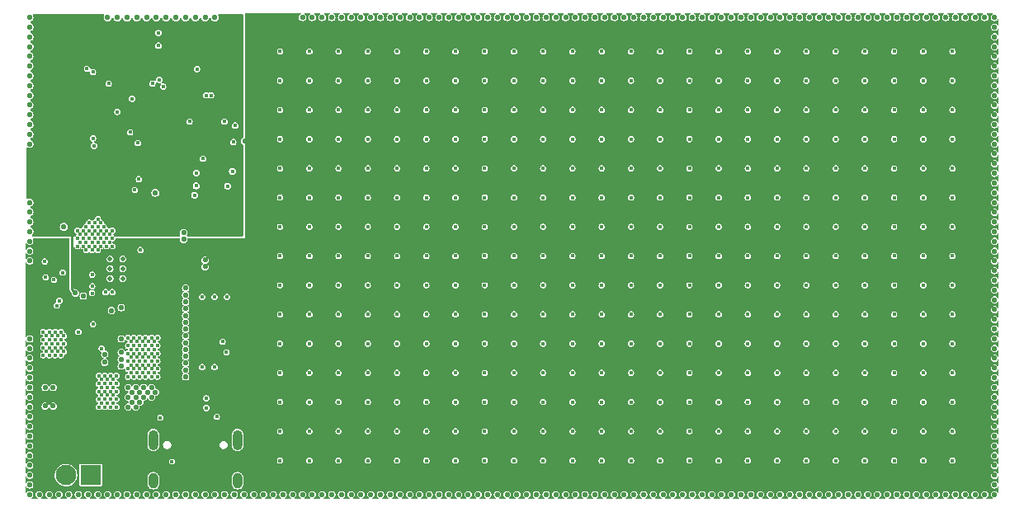
<source format=gbr>
%TF.GenerationSoftware,KiCad,Pcbnew,(5.99.0-12974-ge12f9a194d)*%
%TF.CreationDate,2021-11-26T19:34:27-08:00*%
%TF.ProjectId,LED_Addrs,4c45445f-4164-4647-9273-2e6b69636164,rev?*%
%TF.SameCoordinates,Original*%
%TF.FileFunction,Copper,L3,Inr*%
%TF.FilePolarity,Positive*%
%FSLAX46Y46*%
G04 Gerber Fmt 4.6, Leading zero omitted, Abs format (unit mm)*
G04 Created by KiCad (PCBNEW (5.99.0-12974-ge12f9a194d)) date 2021-11-26 19:34:27*
%MOMM*%
%LPD*%
G01*
G04 APERTURE LIST*
%TA.AperFunction,ComponentPad*%
%ADD10O,1.000000X2.100000*%
%TD*%
%TA.AperFunction,ComponentPad*%
%ADD11O,1.000000X1.600000*%
%TD*%
%TA.AperFunction,ComponentPad*%
%ADD12R,2.100000X2.100000*%
%TD*%
%TA.AperFunction,ComponentPad*%
%ADD13C,2.100000*%
%TD*%
%TA.AperFunction,ComponentPad*%
%ADD14C,0.500000*%
%TD*%
%TA.AperFunction,ViaPad*%
%ADD15C,0.400000*%
%TD*%
%TA.AperFunction,ViaPad*%
%ADD16C,0.550000*%
%TD*%
%TA.AperFunction,ViaPad*%
%ADD17C,0.450000*%
%TD*%
%TA.AperFunction,Conductor*%
%ADD18C,0.254000*%
%TD*%
G04 APERTURE END LIST*
D10*
%TO.N,GND*%
%TO.C,J2*%
X25180000Y-55895000D03*
X33820000Y-55895000D03*
D11*
X33820000Y-60075000D03*
X25180000Y-60075000D03*
%TD*%
D12*
%TO.N,VDC*%
%TO.C,J3*%
X18770000Y-59500000D03*
D13*
%TO.N,GND*%
X16230000Y-59500000D03*
%TD*%
D14*
%TO.N,GND*%
%TO.C,U5*%
X20750000Y-39300000D03*
X22050000Y-37300000D03*
X20750000Y-38300000D03*
X20750000Y-37300000D03*
X22050000Y-38300000D03*
X22050000Y-39300000D03*
%TD*%
D15*
%TO.N,/MCU/nSTAT_LED3*%
X23020000Y-20860000D03*
X18390000Y-17780000D03*
D16*
%TO.N,GND*%
X83500000Y-12500000D03*
D17*
X59200000Y-52000000D03*
D16*
X105500000Y-61500000D03*
D17*
X98200000Y-28000000D03*
X77200000Y-31000000D03*
D16*
X98500000Y-61500000D03*
X23400000Y-51500000D03*
D17*
X104200000Y-37000000D03*
D16*
X47500000Y-61500000D03*
D17*
X62200000Y-16000000D03*
D16*
X85500000Y-61500000D03*
X82500000Y-61500000D03*
X59500000Y-61500000D03*
D17*
X101200000Y-28000000D03*
D16*
X22600000Y-51500000D03*
X111500000Y-44500000D03*
X67500000Y-61500000D03*
X31500000Y-12500000D03*
X111500000Y-41500000D03*
D17*
X92200000Y-49000000D03*
X86200000Y-25000000D03*
X89200000Y-19000000D03*
D16*
X36500000Y-61500000D03*
D17*
X92200000Y-55000000D03*
X89200000Y-55000000D03*
X38200000Y-49000000D03*
D16*
X104500000Y-61500000D03*
X111500000Y-43500000D03*
D17*
X59200000Y-43000000D03*
D16*
X28500000Y-45200000D03*
X12500000Y-56500000D03*
D17*
X77200000Y-43000000D03*
X86200000Y-52000000D03*
D16*
X12500000Y-35500000D03*
D17*
X50200000Y-58000000D03*
D16*
X111500000Y-26500000D03*
D17*
X53200000Y-28000000D03*
X44200000Y-22000000D03*
D16*
X79500000Y-12500000D03*
X73500000Y-61500000D03*
X82500000Y-12500000D03*
X28500000Y-45900000D03*
D17*
X74200000Y-37000000D03*
D16*
X71500000Y-61500000D03*
D17*
X80200000Y-43000000D03*
D16*
X12500000Y-32500000D03*
X111500000Y-14500000D03*
D17*
X98200000Y-25000000D03*
D16*
X35500000Y-61500000D03*
D17*
X41200000Y-19000000D03*
X95200000Y-31000000D03*
D16*
X22600000Y-52500000D03*
X12500000Y-33500000D03*
X106500000Y-61500000D03*
D17*
X41200000Y-31000000D03*
X59200000Y-49000000D03*
X107200000Y-19000000D03*
X104200000Y-43000000D03*
X104200000Y-22000000D03*
D16*
X12500000Y-48500000D03*
X50500000Y-12500000D03*
D17*
X50200000Y-40000000D03*
D16*
X12500000Y-59500000D03*
D17*
X104200000Y-49000000D03*
D16*
X90500000Y-61500000D03*
X24600000Y-51000000D03*
D17*
X83200000Y-19000000D03*
D16*
X76500000Y-61500000D03*
X63500000Y-12500000D03*
D17*
X65200000Y-58000000D03*
D16*
X86500000Y-61500000D03*
D17*
X56200000Y-28000000D03*
X38200000Y-46000000D03*
D15*
X19100000Y-25700000D03*
D16*
X51500000Y-12500000D03*
X105500000Y-12500000D03*
D17*
X71200000Y-22000000D03*
D16*
X111500000Y-49500000D03*
X111500000Y-42500000D03*
D17*
X68200000Y-40000000D03*
X83200000Y-43000000D03*
X104200000Y-28000000D03*
X65200000Y-34000000D03*
X59200000Y-19000000D03*
D16*
X14500000Y-61500000D03*
D17*
X44200000Y-49000000D03*
D16*
X111500000Y-15500000D03*
D17*
X98200000Y-19000000D03*
X65200000Y-19000000D03*
D16*
X21900000Y-42300000D03*
D17*
X71200000Y-55000000D03*
X59200000Y-31000000D03*
X77200000Y-40000000D03*
X62200000Y-37000000D03*
X44200000Y-55000000D03*
X74200000Y-31000000D03*
X68200000Y-28000000D03*
D16*
X111500000Y-17500000D03*
D17*
X89200000Y-43000000D03*
D16*
X111500000Y-37500000D03*
X111500000Y-52500000D03*
D17*
X86200000Y-43000000D03*
X62200000Y-22000000D03*
D16*
X12500000Y-47500000D03*
D15*
X30300000Y-27000000D03*
D16*
X76500000Y-12500000D03*
X111500000Y-29500000D03*
X20500000Y-61500000D03*
D17*
X47200000Y-34000000D03*
D16*
X99500000Y-12500000D03*
X102500000Y-61500000D03*
D17*
X92200000Y-37000000D03*
X44200000Y-34000000D03*
D16*
X28500000Y-44500000D03*
D17*
X38200000Y-43000000D03*
D16*
X86500000Y-12500000D03*
X28500000Y-41700000D03*
D17*
X98200000Y-43000000D03*
X65200000Y-16000000D03*
X56200000Y-16000000D03*
X41200000Y-37000000D03*
X44200000Y-31000000D03*
D16*
X111500000Y-19500000D03*
D17*
X107200000Y-22000000D03*
D16*
X103500000Y-12500000D03*
D17*
X77200000Y-34000000D03*
X56200000Y-37000000D03*
D16*
X28500000Y-49400000D03*
X111500000Y-59500000D03*
D17*
X41200000Y-22000000D03*
X53200000Y-46000000D03*
X86200000Y-46000000D03*
X92200000Y-19000000D03*
X47200000Y-52000000D03*
D16*
X12500000Y-54500000D03*
X14900000Y-52400000D03*
X51500000Y-61500000D03*
D17*
X71200000Y-25000000D03*
D16*
X20500000Y-12500000D03*
D17*
X74200000Y-40000000D03*
D16*
X66500000Y-12500000D03*
X28500000Y-48000000D03*
X12500000Y-45500000D03*
D17*
X95200000Y-43000000D03*
X65200000Y-31000000D03*
D16*
X14100000Y-52400000D03*
D17*
X89200000Y-58000000D03*
X86200000Y-49000000D03*
D16*
X22600000Y-50500000D03*
X66500000Y-61500000D03*
D17*
X98200000Y-16000000D03*
X41200000Y-43000000D03*
D16*
X67500000Y-12500000D03*
D17*
X71200000Y-52000000D03*
D16*
X28500000Y-48700000D03*
D17*
X83200000Y-52000000D03*
D16*
X23000000Y-51000000D03*
D17*
X83200000Y-37000000D03*
X80200000Y-58000000D03*
X107200000Y-40000000D03*
D16*
X78500000Y-12500000D03*
X60500000Y-12500000D03*
X79500000Y-61500000D03*
D17*
X89200000Y-37000000D03*
X53200000Y-31000000D03*
X38200000Y-19000000D03*
D16*
X75500000Y-12500000D03*
D17*
X47200000Y-43000000D03*
X104200000Y-34000000D03*
X86200000Y-34000000D03*
D16*
X41500000Y-61500000D03*
D17*
X44200000Y-28000000D03*
D16*
X111500000Y-32500000D03*
D17*
X71200000Y-16000000D03*
D16*
X21900000Y-46900000D03*
D17*
X44200000Y-40000000D03*
D16*
X89500000Y-61500000D03*
X25400000Y-30500000D03*
X111500000Y-45500000D03*
D17*
X107200000Y-16000000D03*
X56200000Y-49000000D03*
D16*
X93500000Y-61500000D03*
X85500000Y-12500000D03*
D17*
X101200000Y-34000000D03*
X50200000Y-37000000D03*
D16*
X77500000Y-61500000D03*
D17*
X98200000Y-34000000D03*
X53200000Y-19000000D03*
D16*
X30500000Y-37400000D03*
D17*
X38200000Y-37000000D03*
X98200000Y-49000000D03*
D16*
X32500000Y-61500000D03*
X19500000Y-61500000D03*
D17*
X44200000Y-16000000D03*
D16*
X68500000Y-61500000D03*
D17*
X53200000Y-40000000D03*
X65200000Y-43000000D03*
D16*
X12500000Y-18500000D03*
X78500000Y-61500000D03*
D17*
X89200000Y-16000000D03*
X80200000Y-52000000D03*
X98200000Y-40000000D03*
D16*
X12500000Y-25500000D03*
D17*
X56200000Y-31000000D03*
D16*
X12500000Y-22500000D03*
X111500000Y-16500000D03*
X111500000Y-38500000D03*
D17*
X59200000Y-28000000D03*
X107200000Y-28000000D03*
X44200000Y-52000000D03*
D16*
X23800000Y-51000000D03*
D17*
X62200000Y-46000000D03*
X44200000Y-43000000D03*
X89200000Y-34000000D03*
D16*
X100500000Y-12500000D03*
D17*
X53200000Y-25000000D03*
D16*
X80500000Y-12500000D03*
D17*
X86200000Y-55000000D03*
X71200000Y-46000000D03*
D16*
X99500000Y-61500000D03*
D17*
X77200000Y-37000000D03*
D16*
X63500000Y-61500000D03*
X88500000Y-61500000D03*
D17*
X59200000Y-16000000D03*
D16*
X24200000Y-51500000D03*
D17*
X83200000Y-31000000D03*
X104200000Y-16000000D03*
X50200000Y-55000000D03*
D16*
X91500000Y-12500000D03*
D17*
X92200000Y-52000000D03*
D16*
X12500000Y-14500000D03*
D17*
X53200000Y-37000000D03*
D16*
X12500000Y-19500000D03*
D17*
X38200000Y-40000000D03*
D16*
X45500000Y-12500000D03*
X12500000Y-60500000D03*
D17*
X98200000Y-46000000D03*
X107200000Y-49000000D03*
X71200000Y-37000000D03*
D16*
X21900000Y-45500000D03*
X84500000Y-61500000D03*
D17*
X83200000Y-28000000D03*
X86200000Y-31000000D03*
X92200000Y-25000000D03*
D16*
X71500000Y-12500000D03*
X20200000Y-47900000D03*
D17*
X50200000Y-52000000D03*
D16*
X45500000Y-61500000D03*
X12500000Y-31500000D03*
X33500000Y-61500000D03*
D17*
X80200000Y-55000000D03*
X77200000Y-16000000D03*
X98200000Y-22000000D03*
D16*
X95500000Y-61500000D03*
X104500000Y-12500000D03*
D17*
X80200000Y-31000000D03*
D16*
X54500000Y-61500000D03*
X103500000Y-61500000D03*
X111500000Y-61500000D03*
D17*
X83200000Y-22000000D03*
D16*
X58500000Y-12500000D03*
D17*
X47200000Y-49000000D03*
X89200000Y-40000000D03*
X38200000Y-34000000D03*
D16*
X39500000Y-61500000D03*
X111500000Y-56500000D03*
X12500000Y-16500000D03*
X42500000Y-12500000D03*
D17*
X50200000Y-25000000D03*
X68200000Y-52000000D03*
D16*
X12500000Y-51500000D03*
D17*
X74200000Y-16000000D03*
D16*
X111500000Y-55500000D03*
X40500000Y-12500000D03*
D17*
X107200000Y-46000000D03*
X65200000Y-28000000D03*
X80200000Y-19000000D03*
D16*
X30500000Y-61500000D03*
D17*
X38200000Y-28000000D03*
X74200000Y-49000000D03*
D16*
X30500000Y-38100000D03*
D17*
X80200000Y-28000000D03*
D16*
X98500000Y-12500000D03*
D17*
X80200000Y-16000000D03*
D16*
X14900000Y-50500000D03*
D17*
X56200000Y-22000000D03*
X59200000Y-37000000D03*
X53200000Y-49000000D03*
X107200000Y-25000000D03*
X101200000Y-16000000D03*
D16*
X12500000Y-58500000D03*
X81500000Y-12500000D03*
X65500000Y-61500000D03*
D17*
X77200000Y-49000000D03*
D16*
X95500000Y-12500000D03*
D17*
X98200000Y-58000000D03*
X41200000Y-58000000D03*
X77200000Y-25000000D03*
D16*
X101500000Y-61500000D03*
D17*
X74200000Y-25000000D03*
X92200000Y-31000000D03*
X83200000Y-40000000D03*
D16*
X12500000Y-50500000D03*
D17*
X38200000Y-52000000D03*
D16*
X111500000Y-22500000D03*
D15*
X23600000Y-25400000D03*
D17*
X80200000Y-37000000D03*
D16*
X111500000Y-31500000D03*
D17*
X101200000Y-58000000D03*
X80200000Y-34000000D03*
X92200000Y-40000000D03*
D16*
X111500000Y-47500000D03*
X28500000Y-61500000D03*
X107500000Y-12500000D03*
D17*
X53200000Y-55000000D03*
D16*
X111500000Y-48500000D03*
X28500000Y-12500000D03*
X37500000Y-61500000D03*
X110500000Y-12500000D03*
X74500000Y-12500000D03*
X61500000Y-61500000D03*
D17*
X47200000Y-19000000D03*
D16*
X111500000Y-53500000D03*
X18000000Y-41100000D03*
D17*
X95200000Y-19000000D03*
X53200000Y-34000000D03*
X83200000Y-25000000D03*
D16*
X74500000Y-61500000D03*
D17*
X62200000Y-43000000D03*
D16*
X53500000Y-12500000D03*
D17*
X65200000Y-25000000D03*
X101200000Y-40000000D03*
D16*
X111500000Y-25500000D03*
X111500000Y-30500000D03*
D17*
X65200000Y-22000000D03*
X95200000Y-25000000D03*
X65200000Y-49000000D03*
D16*
X12500000Y-34500000D03*
D17*
X50200000Y-34000000D03*
D16*
X55500000Y-61500000D03*
D17*
X62200000Y-28000000D03*
X56200000Y-40000000D03*
D16*
X83500000Y-61500000D03*
D17*
X80200000Y-22000000D03*
D16*
X68500000Y-12500000D03*
X64500000Y-61500000D03*
D17*
X83200000Y-34000000D03*
X68200000Y-58000000D03*
D16*
X46500000Y-12500000D03*
D17*
X68200000Y-43000000D03*
X89200000Y-31000000D03*
D16*
X75500000Y-61500000D03*
D17*
X50200000Y-49000000D03*
D16*
X93500000Y-12500000D03*
X12500000Y-36500000D03*
X27500000Y-61500000D03*
X111500000Y-18500000D03*
X44500000Y-61500000D03*
X12500000Y-13500000D03*
D17*
X56200000Y-19000000D03*
D16*
X21900000Y-47600000D03*
D17*
X65200000Y-46000000D03*
X62200000Y-34000000D03*
X62200000Y-19000000D03*
X95200000Y-34000000D03*
X92200000Y-22000000D03*
D16*
X43500000Y-61500000D03*
X27500000Y-12500000D03*
D17*
X74200000Y-28000000D03*
D16*
X30500000Y-12500000D03*
D17*
X98200000Y-37000000D03*
X92200000Y-28000000D03*
X89200000Y-46000000D03*
D16*
X16500000Y-61500000D03*
D17*
X95200000Y-28000000D03*
D16*
X28300000Y-34600000D03*
X72500000Y-12500000D03*
D17*
X38200000Y-31000000D03*
D16*
X111500000Y-58500000D03*
X58500000Y-61500000D03*
X52500000Y-61500000D03*
D17*
X104200000Y-40000000D03*
X107200000Y-34000000D03*
X71200000Y-31000000D03*
D15*
X25700000Y-14100000D03*
D16*
X111500000Y-27500000D03*
D17*
X92200000Y-34000000D03*
X86200000Y-22000000D03*
X50200000Y-16000000D03*
X74200000Y-58000000D03*
D16*
X40500000Y-61500000D03*
X12500000Y-61500000D03*
D17*
X92200000Y-58000000D03*
D16*
X29500000Y-61500000D03*
D17*
X107200000Y-52000000D03*
D16*
X102500000Y-12500000D03*
D17*
X47200000Y-22000000D03*
X56200000Y-52000000D03*
X83200000Y-49000000D03*
D16*
X48500000Y-61500000D03*
X73500000Y-12500000D03*
D17*
X68200000Y-34000000D03*
D16*
X28500000Y-41000000D03*
X111500000Y-36500000D03*
X56500000Y-61500000D03*
D17*
X56200000Y-55000000D03*
X53200000Y-52000000D03*
X101200000Y-46000000D03*
X104200000Y-55000000D03*
D16*
X87500000Y-61500000D03*
D17*
X74200000Y-34000000D03*
X47200000Y-31000000D03*
D16*
X21500000Y-12500000D03*
D17*
X71200000Y-58000000D03*
X68200000Y-31000000D03*
D16*
X24500000Y-61500000D03*
D17*
X77200000Y-52000000D03*
D16*
X70500000Y-12500000D03*
D17*
X77200000Y-58000000D03*
X56200000Y-34000000D03*
X71200000Y-28000000D03*
X95200000Y-16000000D03*
D16*
X25000000Y-50500000D03*
D17*
X74200000Y-46000000D03*
X44200000Y-25000000D03*
X98200000Y-52000000D03*
X59200000Y-22000000D03*
D16*
X34500000Y-61500000D03*
X111500000Y-21500000D03*
X31500000Y-61500000D03*
X21900000Y-48300000D03*
X24200000Y-50500000D03*
X41500000Y-12500000D03*
X28300000Y-35300000D03*
D17*
X59200000Y-58000000D03*
D15*
X25800000Y-18900000D03*
D16*
X23400000Y-52500000D03*
X97500000Y-61500000D03*
X25500000Y-12500000D03*
D17*
X47200000Y-46000000D03*
D16*
X109500000Y-61500000D03*
X70500000Y-61500000D03*
D17*
X83200000Y-55000000D03*
D16*
X25500000Y-61500000D03*
X54500000Y-12500000D03*
X47500000Y-12500000D03*
X18500000Y-61500000D03*
X72500000Y-61500000D03*
D17*
X101200000Y-52000000D03*
D16*
X57500000Y-12500000D03*
D17*
X19000000Y-44000000D03*
X53200000Y-22000000D03*
X89200000Y-25000000D03*
D16*
X53500000Y-61500000D03*
D17*
X41200000Y-34000000D03*
X71200000Y-19000000D03*
D16*
X111500000Y-24500000D03*
X24500000Y-12500000D03*
X48500000Y-12500000D03*
X111500000Y-33500000D03*
X62500000Y-61500000D03*
X111500000Y-40500000D03*
D17*
X65200000Y-52000000D03*
X80200000Y-49000000D03*
X77200000Y-19000000D03*
X53200000Y-43000000D03*
X68200000Y-46000000D03*
X47200000Y-55000000D03*
D16*
X111500000Y-51500000D03*
X12500000Y-49500000D03*
X100500000Y-61500000D03*
D17*
X71200000Y-40000000D03*
X107200000Y-55000000D03*
D16*
X12500000Y-17500000D03*
X25000000Y-51500000D03*
D17*
X101200000Y-31000000D03*
D16*
X92500000Y-61500000D03*
X12500000Y-23500000D03*
D15*
X23700000Y-29100000D03*
D16*
X92500000Y-12500000D03*
D17*
X59200000Y-46000000D03*
D16*
X52500000Y-12500000D03*
X12500000Y-57500000D03*
D17*
X65200000Y-37000000D03*
D16*
X21500000Y-61500000D03*
X23500000Y-12500000D03*
X44500000Y-12500000D03*
D17*
X68200000Y-22000000D03*
D16*
X23800000Y-52000000D03*
X111500000Y-60500000D03*
D17*
X50200000Y-43000000D03*
D15*
X32500000Y-23200000D03*
D17*
X47200000Y-58000000D03*
X62200000Y-55000000D03*
X56200000Y-58000000D03*
D16*
X38500000Y-61500000D03*
D17*
X95200000Y-58000000D03*
D16*
X12500000Y-46500000D03*
X88500000Y-12500000D03*
D17*
X50200000Y-28000000D03*
X62200000Y-25000000D03*
X80200000Y-25000000D03*
X101200000Y-22000000D03*
X104200000Y-25000000D03*
D16*
X65500000Y-12500000D03*
D17*
X92200000Y-16000000D03*
X44200000Y-46000000D03*
X47200000Y-40000000D03*
D16*
X49500000Y-12500000D03*
D17*
X101200000Y-25000000D03*
X47200000Y-37000000D03*
X68200000Y-55000000D03*
D15*
X21500000Y-22200000D03*
D16*
X108500000Y-61500000D03*
X22500000Y-61500000D03*
D17*
X41200000Y-28000000D03*
D15*
X19000000Y-18100000D03*
D17*
X50200000Y-31000000D03*
D15*
X33600000Y-23600000D03*
D17*
X71200000Y-43000000D03*
D16*
X56500000Y-12500000D03*
X60500000Y-61500000D03*
X29500000Y-12500000D03*
D17*
X44200000Y-19000000D03*
X53200000Y-58000000D03*
X77200000Y-22000000D03*
D16*
X28500000Y-46600000D03*
X28500000Y-40300000D03*
D17*
X95200000Y-22000000D03*
D16*
X81500000Y-61500000D03*
X17500000Y-61500000D03*
D17*
X62200000Y-49000000D03*
X59200000Y-25000000D03*
D16*
X111500000Y-34500000D03*
X110500000Y-61500000D03*
D17*
X68200000Y-37000000D03*
D16*
X108500000Y-12500000D03*
X42500000Y-61500000D03*
X111500000Y-20500000D03*
X111500000Y-35500000D03*
X14100000Y-50500000D03*
D17*
X38200000Y-16000000D03*
D16*
X69500000Y-12500000D03*
D17*
X38200000Y-58000000D03*
X95200000Y-46000000D03*
D16*
X90500000Y-12500000D03*
D17*
X86200000Y-19000000D03*
D16*
X20200000Y-47100000D03*
D17*
X68200000Y-49000000D03*
X104200000Y-52000000D03*
X59200000Y-40000000D03*
X104200000Y-31000000D03*
D16*
X55500000Y-12500000D03*
D17*
X104200000Y-58000000D03*
X68200000Y-16000000D03*
D16*
X77500000Y-12500000D03*
X89500000Y-12500000D03*
D17*
X74200000Y-55000000D03*
X74200000Y-19000000D03*
D15*
X23300000Y-30200000D03*
D16*
X23400000Y-50500000D03*
D17*
X89200000Y-28000000D03*
X41200000Y-52000000D03*
X38200000Y-25000000D03*
D16*
X94500000Y-61500000D03*
D17*
X74200000Y-52000000D03*
X86200000Y-28000000D03*
X56200000Y-43000000D03*
X56200000Y-25000000D03*
X86200000Y-58000000D03*
D16*
X111500000Y-46500000D03*
X111500000Y-13500000D03*
D17*
X107200000Y-37000000D03*
X41200000Y-49000000D03*
D15*
X25700000Y-15400000D03*
D16*
X96500000Y-12500000D03*
D17*
X65200000Y-40000000D03*
D16*
X64500000Y-12500000D03*
D17*
X41200000Y-16000000D03*
X95200000Y-55000000D03*
X62200000Y-40000000D03*
X56200000Y-46000000D03*
X89200000Y-52000000D03*
X62200000Y-31000000D03*
X41200000Y-25000000D03*
D16*
X111500000Y-23500000D03*
X26500000Y-61500000D03*
X80500000Y-61500000D03*
X15500000Y-61500000D03*
D17*
X68200000Y-19000000D03*
D16*
X26500000Y-12500000D03*
X12500000Y-52500000D03*
D17*
X83200000Y-16000000D03*
X86200000Y-40000000D03*
D16*
X20900000Y-42600000D03*
D17*
X47200000Y-25000000D03*
D16*
X111500000Y-28500000D03*
D17*
X41200000Y-55000000D03*
X98200000Y-31000000D03*
X53200000Y-16000000D03*
X59200000Y-55000000D03*
D16*
X107500000Y-61500000D03*
X28500000Y-43800000D03*
D17*
X47200000Y-28000000D03*
X107200000Y-31000000D03*
D16*
X12500000Y-15500000D03*
D17*
X98200000Y-55000000D03*
X74200000Y-43000000D03*
D16*
X28500000Y-47300000D03*
D17*
X65200000Y-55000000D03*
D16*
X94500000Y-12500000D03*
D17*
X71200000Y-49000000D03*
D16*
X16000000Y-34000000D03*
X97500000Y-12500000D03*
X111500000Y-57500000D03*
D17*
X92200000Y-43000000D03*
D15*
X33400000Y-25300000D03*
D16*
X49500000Y-61500000D03*
X91500000Y-61500000D03*
X12500000Y-24500000D03*
D17*
X101200000Y-37000000D03*
X83200000Y-58000000D03*
X104200000Y-46000000D03*
D16*
X12500000Y-21500000D03*
D17*
X71200000Y-34000000D03*
D16*
X111500000Y-54500000D03*
D17*
X74200000Y-22000000D03*
X107200000Y-58000000D03*
X80200000Y-46000000D03*
X62200000Y-58000000D03*
X89200000Y-49000000D03*
X50200000Y-19000000D03*
X50200000Y-46000000D03*
X50200000Y-22000000D03*
X47200000Y-16000000D03*
D16*
X106500000Y-12500000D03*
X25400000Y-51000000D03*
X12500000Y-12500000D03*
X12500000Y-55500000D03*
D17*
X38200000Y-22000000D03*
X77200000Y-28000000D03*
D16*
X22500000Y-12500000D03*
X59500000Y-12500000D03*
X69500000Y-61500000D03*
D17*
X68200000Y-25000000D03*
X62200000Y-52000000D03*
X41200000Y-46000000D03*
D16*
X12500000Y-37500000D03*
X13500000Y-61500000D03*
X111500000Y-12500000D03*
D17*
X80200000Y-40000000D03*
D16*
X23500000Y-61500000D03*
D17*
X95200000Y-52000000D03*
D16*
X12500000Y-20500000D03*
X96500000Y-61500000D03*
D17*
X38200000Y-55000000D03*
X86200000Y-37000000D03*
D16*
X111500000Y-39500000D03*
D17*
X77200000Y-46000000D03*
D16*
X50500000Y-61500000D03*
D17*
X44200000Y-37000000D03*
D16*
X46500000Y-61500000D03*
D15*
X28900000Y-23200000D03*
D17*
X59200000Y-34000000D03*
D16*
X28500000Y-42400000D03*
D15*
X20600000Y-19300000D03*
D16*
X12500000Y-53500000D03*
D17*
X86200000Y-16000000D03*
X95200000Y-49000000D03*
D16*
X28500000Y-43100000D03*
X87500000Y-12500000D03*
X43500000Y-12500000D03*
D17*
X101200000Y-43000000D03*
D16*
X23000000Y-52000000D03*
X57500000Y-61500000D03*
X61500000Y-12500000D03*
X111500000Y-50500000D03*
D17*
X41200000Y-40000000D03*
D16*
X84500000Y-12500000D03*
D17*
X101200000Y-19000000D03*
X89200000Y-22000000D03*
D16*
X109500000Y-12500000D03*
D17*
X83200000Y-46000000D03*
X95200000Y-37000000D03*
X95200000Y-40000000D03*
X92200000Y-46000000D03*
D16*
X101500000Y-12500000D03*
D17*
X107200000Y-43000000D03*
X101200000Y-55000000D03*
X104200000Y-19000000D03*
X44200000Y-58000000D03*
X101200000Y-49000000D03*
D16*
X62500000Y-12500000D03*
D17*
X77200000Y-55000000D03*
%TO.N,+5V*%
X50750000Y-41250000D03*
X41750000Y-50250000D03*
X80750000Y-17250000D03*
X85000000Y-35239830D03*
X43000000Y-17239830D03*
X85000000Y-29239830D03*
X85000000Y-32239830D03*
X47750000Y-59250000D03*
X89750000Y-50250000D03*
X61000000Y-53239830D03*
X68750000Y-56250000D03*
X104750000Y-41250000D03*
X27400000Y-36700000D03*
X38750000Y-41250000D03*
X104750000Y-47250000D03*
X37000000Y-23239830D03*
X26800000Y-38300000D03*
X91000000Y-50239830D03*
X109000000Y-20239830D03*
X71750000Y-59250000D03*
X26800000Y-39100000D03*
X61000000Y-47239830D03*
X59750000Y-26250000D03*
X67000000Y-50239830D03*
X44750000Y-47250000D03*
X107750000Y-29250000D03*
X107750000Y-50250000D03*
X98750000Y-38250000D03*
X40000000Y-38239830D03*
X61000000Y-59239830D03*
X86750000Y-41250000D03*
X106000000Y-53239830D03*
X53750000Y-20250000D03*
X91000000Y-23239830D03*
X109000000Y-29239830D03*
X89750000Y-26250000D03*
X77750000Y-35250000D03*
X41750000Y-47250000D03*
X89750000Y-56250000D03*
X71750000Y-56250000D03*
X100000000Y-17239830D03*
X37000000Y-50239830D03*
X64000000Y-29239830D03*
X94000000Y-50239830D03*
X49000000Y-35239830D03*
X109000000Y-59239830D03*
X35750000Y-53250000D03*
X47750000Y-56250000D03*
X65750000Y-53250000D03*
X97000000Y-32239830D03*
X97000000Y-53239830D03*
X37000000Y-47239830D03*
X40000000Y-26239830D03*
X62750000Y-41250000D03*
X43000000Y-50239830D03*
X98750000Y-29250000D03*
X44750000Y-59250000D03*
X53750000Y-44250000D03*
X64000000Y-59239830D03*
X58000000Y-35239830D03*
X55000000Y-26239830D03*
X101750000Y-29250000D03*
X103000000Y-26239830D03*
X64000000Y-32239830D03*
X61000000Y-20239830D03*
X95750000Y-59250000D03*
X53750000Y-47250000D03*
X62750000Y-38250000D03*
X74750000Y-50250000D03*
X76000000Y-44239830D03*
X79000000Y-35239830D03*
X106000000Y-41239830D03*
X46000000Y-29239830D03*
X73000000Y-38239830D03*
X95750000Y-35250000D03*
X109000000Y-26239830D03*
X70000000Y-53239830D03*
X85000000Y-23239830D03*
X55000000Y-29239830D03*
X91000000Y-44239830D03*
X97000000Y-29239830D03*
X55000000Y-53239830D03*
X109000000Y-44239830D03*
X49000000Y-41239830D03*
X98750000Y-44250000D03*
X37000000Y-20239830D03*
X58000000Y-20239830D03*
X103000000Y-35239830D03*
X92750000Y-32250000D03*
X50750000Y-17250000D03*
X89750000Y-17250000D03*
X56750000Y-32250000D03*
X89750000Y-44250000D03*
X106000000Y-17239830D03*
X85000000Y-17239830D03*
X59750000Y-50250000D03*
X43000000Y-59239830D03*
X28000000Y-36700000D03*
X37000000Y-41239830D03*
X62750000Y-29250000D03*
X53750000Y-32250000D03*
X43000000Y-35239830D03*
X80750000Y-50250000D03*
X40000000Y-53239830D03*
X92750000Y-59250000D03*
X88000000Y-17239830D03*
X82000000Y-41239830D03*
X37000000Y-38239830D03*
X73000000Y-41239830D03*
X76000000Y-32239830D03*
X35750000Y-59250000D03*
X106000000Y-35239830D03*
X85000000Y-59239830D03*
X88000000Y-56239830D03*
X71750000Y-23250000D03*
X40000000Y-59239830D03*
X43000000Y-47239830D03*
X40000000Y-50239830D03*
X107750000Y-35250000D03*
X89750000Y-47250000D03*
X49000000Y-26239830D03*
X91000000Y-41239830D03*
X35750000Y-29250000D03*
X98750000Y-26250000D03*
X28300000Y-38700000D03*
X71750000Y-26250000D03*
X82000000Y-56239830D03*
X100000000Y-23239830D03*
X43000000Y-29239830D03*
X67000000Y-44239830D03*
X86750000Y-32250000D03*
X106000000Y-23239830D03*
X86750000Y-26250000D03*
X80750000Y-20250000D03*
X107750000Y-44250000D03*
X65750000Y-59250000D03*
X88000000Y-23239830D03*
X53750000Y-53250000D03*
X70000000Y-26239830D03*
X71750000Y-38250000D03*
X64000000Y-23239830D03*
X65750000Y-38250000D03*
X95750000Y-41250000D03*
X106000000Y-32239830D03*
X43000000Y-53239830D03*
X77750000Y-50250000D03*
X52000000Y-56239830D03*
X106000000Y-29239830D03*
X61000000Y-23239830D03*
X109000000Y-38239830D03*
X92750000Y-44250000D03*
X28600000Y-39100000D03*
X68750000Y-35250000D03*
X55000000Y-20239830D03*
X94000000Y-41239830D03*
X91000000Y-38239830D03*
X50750000Y-29250000D03*
X59750000Y-23250000D03*
X44750000Y-26250000D03*
X38750000Y-44250000D03*
X103000000Y-47239830D03*
X62750000Y-32250000D03*
X86750000Y-17250000D03*
X28300000Y-37100000D03*
X58000000Y-29239830D03*
X65750000Y-56250000D03*
X94000000Y-47239830D03*
X109000000Y-56239830D03*
X70000000Y-29239830D03*
X92750000Y-50250000D03*
X41750000Y-41250000D03*
X101750000Y-56250000D03*
X80750000Y-35250000D03*
X76000000Y-17239830D03*
X70000000Y-41239830D03*
X79000000Y-29239830D03*
X86750000Y-47250000D03*
X52000000Y-59239830D03*
X41750000Y-53250000D03*
X107750000Y-56250000D03*
X56750000Y-44250000D03*
X56750000Y-41250000D03*
X91000000Y-59239830D03*
X104750000Y-29250000D03*
X62750000Y-53250000D03*
X67000000Y-23239830D03*
X104750000Y-17250000D03*
X61000000Y-17239830D03*
X94000000Y-23239830D03*
X26800000Y-37500000D03*
X38750000Y-35250000D03*
X41750000Y-38250000D03*
X65750000Y-29250000D03*
X94000000Y-59239830D03*
X70000000Y-56239830D03*
X56750000Y-53250000D03*
X73000000Y-29239830D03*
X79000000Y-59239830D03*
X109000000Y-50239830D03*
X79000000Y-23239830D03*
X80750000Y-32250000D03*
X101750000Y-17250000D03*
X61000000Y-35239830D03*
X67000000Y-47239830D03*
X104750000Y-23250000D03*
X107750000Y-53250000D03*
X47750000Y-50250000D03*
X49000000Y-29239830D03*
X98750000Y-56250000D03*
X44750000Y-53250000D03*
X106000000Y-44239830D03*
X58000000Y-47239830D03*
X103000000Y-56239830D03*
X101750000Y-38250000D03*
X40000000Y-47239830D03*
X68750000Y-26250000D03*
X74750000Y-23250000D03*
X76000000Y-56239830D03*
X88000000Y-38239830D03*
X40000000Y-41239830D03*
X64000000Y-38239830D03*
X109000000Y-23239830D03*
X64000000Y-50239830D03*
X77750000Y-41250000D03*
X28000000Y-39100000D03*
X88000000Y-44239830D03*
X85000000Y-50239830D03*
X98750000Y-50250000D03*
X101750000Y-26250000D03*
X74750000Y-32250000D03*
X76000000Y-23239830D03*
X49000000Y-59239830D03*
X86750000Y-23250000D03*
X92750000Y-29250000D03*
X101750000Y-35250000D03*
X46000000Y-20239830D03*
X76000000Y-47239830D03*
X89750000Y-53250000D03*
X64000000Y-47239830D03*
X83750000Y-38250000D03*
X86750000Y-44250000D03*
X47750000Y-20250000D03*
X77750000Y-17250000D03*
X109000000Y-41239830D03*
X76000000Y-50239830D03*
X107750000Y-59250000D03*
X106000000Y-50239830D03*
X62750000Y-50250000D03*
X103000000Y-44239830D03*
X35750000Y-41250000D03*
X76000000Y-26239830D03*
X68750000Y-23250000D03*
X77750000Y-44250000D03*
X49000000Y-23239830D03*
X35750000Y-23250000D03*
X91000000Y-26239830D03*
X27700000Y-37900000D03*
X97000000Y-17239830D03*
D16*
X34600000Y-25200000D03*
D17*
X79000000Y-47239830D03*
X86750000Y-59250000D03*
X68750000Y-29250000D03*
X67000000Y-53239830D03*
X73000000Y-23239830D03*
X103000000Y-20239830D03*
X100000000Y-29239830D03*
X27700000Y-37100000D03*
X43000000Y-23239830D03*
X77750000Y-59250000D03*
X47750000Y-38250000D03*
X100000000Y-53239830D03*
X52000000Y-50239830D03*
X52000000Y-35239830D03*
X101750000Y-41250000D03*
X50750000Y-32250000D03*
X52000000Y-32239830D03*
X71750000Y-50250000D03*
X76000000Y-53239830D03*
X91000000Y-47239830D03*
X37000000Y-53239830D03*
X55000000Y-17239830D03*
X71750000Y-41250000D03*
X71750000Y-53250000D03*
X46000000Y-50239830D03*
X62750000Y-23250000D03*
X52000000Y-20239830D03*
X67000000Y-20239830D03*
X82000000Y-50239830D03*
X94000000Y-20239830D03*
X67000000Y-41239830D03*
X89750000Y-41250000D03*
X74750000Y-38250000D03*
X46000000Y-23239830D03*
X76000000Y-59239830D03*
X47750000Y-29250000D03*
X86750000Y-20250000D03*
X106000000Y-59239830D03*
X28900000Y-38700000D03*
X88000000Y-32239830D03*
X73000000Y-50239830D03*
X100000000Y-41239830D03*
X101750000Y-32250000D03*
X68750000Y-32250000D03*
X92750000Y-35250000D03*
X95750000Y-56250000D03*
X50750000Y-44250000D03*
X43000000Y-56239830D03*
X71750000Y-47250000D03*
X53750000Y-29250000D03*
X47750000Y-44250000D03*
X58000000Y-32239830D03*
X50750000Y-50250000D03*
X74750000Y-53250000D03*
X46000000Y-32239830D03*
X53750000Y-26250000D03*
X35750000Y-47250000D03*
X73000000Y-56239830D03*
X50750000Y-35250000D03*
X35750000Y-38250000D03*
X104750000Y-32250000D03*
X94000000Y-32239830D03*
X27700000Y-38700000D03*
X104750000Y-35250000D03*
X47750000Y-23250000D03*
X80750000Y-53250000D03*
X109000000Y-35239830D03*
X86750000Y-35250000D03*
X91000000Y-53239830D03*
X46000000Y-35239830D03*
X61000000Y-26239830D03*
X28600000Y-37500000D03*
X97000000Y-56239830D03*
X92750000Y-56250000D03*
X53750000Y-56250000D03*
X92750000Y-47250000D03*
X43000000Y-32239830D03*
X89750000Y-38250000D03*
X50750000Y-56250000D03*
X68750000Y-38250000D03*
X82000000Y-29239830D03*
X56750000Y-26250000D03*
X37000000Y-44239830D03*
X101750000Y-50250000D03*
X55000000Y-50239830D03*
X100000000Y-50239830D03*
X52000000Y-17239830D03*
X61000000Y-32239830D03*
X92750000Y-17250000D03*
X67000000Y-17239830D03*
X41750000Y-26250000D03*
X100000000Y-44239830D03*
X82000000Y-20239830D03*
X95750000Y-38250000D03*
X35750000Y-20250000D03*
X56750000Y-38250000D03*
X64000000Y-53239830D03*
X41750000Y-35250000D03*
X59750000Y-35250000D03*
X65750000Y-44250000D03*
X98750000Y-59250000D03*
X70000000Y-47239830D03*
X91000000Y-32239830D03*
X80750000Y-23250000D03*
X88000000Y-59239830D03*
X101750000Y-53250000D03*
X86750000Y-29250000D03*
X104750000Y-56250000D03*
X59750000Y-29250000D03*
X65750000Y-50250000D03*
X43000000Y-26239830D03*
X77750000Y-32250000D03*
X88000000Y-35239830D03*
X49000000Y-44239830D03*
X106000000Y-38239830D03*
X68750000Y-47250000D03*
X28900000Y-37100000D03*
X77750000Y-38250000D03*
X107750000Y-47250000D03*
X44750000Y-56250000D03*
X56750000Y-47250000D03*
X98750000Y-47250000D03*
X100000000Y-20239830D03*
X71750000Y-44250000D03*
X83750000Y-17250000D03*
X74750000Y-56250000D03*
X28300000Y-37900000D03*
X109000000Y-53239830D03*
X74750000Y-26250000D03*
X85000000Y-53239830D03*
X70000000Y-32239830D03*
X97000000Y-59239830D03*
X64000000Y-44239830D03*
X65750000Y-47250000D03*
X98750000Y-23250000D03*
X107750000Y-26250000D03*
X40000000Y-29239830D03*
X68750000Y-20250000D03*
X59750000Y-53250000D03*
X83750000Y-47250000D03*
X76000000Y-41239830D03*
X101750000Y-59250000D03*
X27400000Y-39100000D03*
X59750000Y-38250000D03*
X82000000Y-26239830D03*
X83750000Y-26250000D03*
X52000000Y-23239830D03*
X47750000Y-47250000D03*
X74750000Y-29250000D03*
X53750000Y-59250000D03*
X58000000Y-56239830D03*
X94000000Y-26239830D03*
X80750000Y-29250000D03*
X82000000Y-59239830D03*
X64000000Y-26239830D03*
X27400000Y-37500000D03*
X52000000Y-26239830D03*
X61000000Y-56239830D03*
X38750000Y-53250000D03*
X46000000Y-38239830D03*
X38750000Y-50250000D03*
X88000000Y-20239830D03*
X95750000Y-50250000D03*
X44750000Y-41250000D03*
X101750000Y-47250000D03*
X79000000Y-41239830D03*
X56750000Y-56250000D03*
X79000000Y-17239830D03*
X38750000Y-32250000D03*
X52000000Y-47239830D03*
X70000000Y-59239830D03*
X104750000Y-59250000D03*
X52000000Y-44239830D03*
X46000000Y-17239830D03*
X85000000Y-44239830D03*
X88000000Y-29239830D03*
X44750000Y-20250000D03*
X41750000Y-17250000D03*
X40000000Y-44239830D03*
X59750000Y-20250000D03*
X106000000Y-20239830D03*
X98750000Y-35250000D03*
X67000000Y-59239830D03*
X97000000Y-41239830D03*
X79000000Y-53239830D03*
X103000000Y-17239830D03*
X50750000Y-53250000D03*
X82000000Y-23239830D03*
X89750000Y-32250000D03*
X91000000Y-56239830D03*
X70000000Y-17239830D03*
X43000000Y-20239830D03*
X95750000Y-23250000D03*
X41750000Y-29250000D03*
X104750000Y-53250000D03*
X61000000Y-41239830D03*
X86750000Y-50250000D03*
X58000000Y-59239830D03*
X40000000Y-32239830D03*
X91000000Y-35239830D03*
X71750000Y-17250000D03*
X65750000Y-41250000D03*
X68750000Y-44250000D03*
X35750000Y-32250000D03*
X83750000Y-44250000D03*
X53750000Y-41250000D03*
X103000000Y-41239830D03*
X68750000Y-53250000D03*
X85000000Y-41239830D03*
X56750000Y-17250000D03*
X53750000Y-38250000D03*
X58000000Y-44239830D03*
X27100000Y-37100000D03*
X53750000Y-50250000D03*
X97000000Y-44239830D03*
X47750000Y-35250000D03*
X89750000Y-35250000D03*
X44750000Y-32250000D03*
X74750000Y-44250000D03*
X35750000Y-26250000D03*
X82000000Y-17239830D03*
X55000000Y-41239830D03*
X74750000Y-17250000D03*
X104750000Y-20250000D03*
X37000000Y-17239830D03*
X58000000Y-26239830D03*
X103000000Y-53239830D03*
X67000000Y-29239830D03*
X55000000Y-23239830D03*
X86750000Y-56250000D03*
X77750000Y-26250000D03*
X70000000Y-35239830D03*
X59750000Y-47250000D03*
X37000000Y-32239830D03*
X41750000Y-44250000D03*
X94000000Y-29239830D03*
X83750000Y-56250000D03*
X59750000Y-56250000D03*
X100000000Y-35239830D03*
X58000000Y-38239830D03*
X50750000Y-26250000D03*
X74750000Y-20250000D03*
X38750000Y-56250000D03*
X73000000Y-26239830D03*
X106000000Y-56239830D03*
X109000000Y-32239830D03*
X100000000Y-47239830D03*
X44750000Y-23250000D03*
X61000000Y-50239830D03*
X91000000Y-29239830D03*
X97000000Y-20239830D03*
X28000000Y-37500000D03*
X49000000Y-17239830D03*
X85000000Y-20239830D03*
X77750000Y-53250000D03*
X67000000Y-35239830D03*
X40000000Y-17239830D03*
X37000000Y-59239830D03*
X59750000Y-41250000D03*
X95750000Y-32250000D03*
X94000000Y-38239830D03*
X62750000Y-56250000D03*
X95750000Y-17250000D03*
X46000000Y-56239830D03*
X38750000Y-47250000D03*
X82000000Y-47239830D03*
X104750000Y-50250000D03*
X83750000Y-20250000D03*
X103000000Y-59239830D03*
X47750000Y-26250000D03*
X49000000Y-53239830D03*
X107750000Y-17250000D03*
X89750000Y-29250000D03*
X100000000Y-32239830D03*
X50750000Y-23250000D03*
X67000000Y-38239830D03*
X59750000Y-44250000D03*
X92750000Y-23250000D03*
X61000000Y-44239830D03*
X27400000Y-38300000D03*
X97000000Y-35239830D03*
X71750000Y-35250000D03*
X91000000Y-17239830D03*
X55000000Y-47239830D03*
X88000000Y-53239830D03*
X35750000Y-35250000D03*
X88000000Y-26239830D03*
X49000000Y-50239830D03*
X103000000Y-38239830D03*
X43000000Y-44239830D03*
X100000000Y-59239830D03*
X76000000Y-29239830D03*
X27100000Y-37900000D03*
X85000000Y-47239830D03*
X55000000Y-32239830D03*
X47750000Y-41250000D03*
X56750000Y-29250000D03*
X62750000Y-59250000D03*
X107750000Y-20250000D03*
X92750000Y-41250000D03*
X98750000Y-53250000D03*
X68750000Y-17250000D03*
X83750000Y-23250000D03*
X58000000Y-53239830D03*
X76000000Y-35239830D03*
X73000000Y-59239830D03*
X68750000Y-50250000D03*
X37000000Y-56239830D03*
X56750000Y-35250000D03*
X38750000Y-17250000D03*
X83750000Y-35250000D03*
X100000000Y-26239830D03*
X41750000Y-56250000D03*
X79000000Y-20239830D03*
X65750000Y-23250000D03*
X70000000Y-50239830D03*
X88000000Y-47239830D03*
X44750000Y-29250000D03*
X46000000Y-53239830D03*
X79000000Y-32239830D03*
X70000000Y-20239830D03*
X41750000Y-23250000D03*
X37000000Y-26239830D03*
X64000000Y-20239830D03*
X40000000Y-20239830D03*
X49000000Y-20239830D03*
X83750000Y-53250000D03*
X73000000Y-35239830D03*
X97000000Y-26239830D03*
X58000000Y-23239830D03*
X53750000Y-35250000D03*
X65750000Y-26250000D03*
X94000000Y-44239830D03*
X77750000Y-20250000D03*
X28600000Y-38300000D03*
X40000000Y-23239830D03*
X77750000Y-23250000D03*
X64000000Y-41239830D03*
X82000000Y-44239830D03*
X55000000Y-44239830D03*
X68750000Y-59250000D03*
X74750000Y-59250000D03*
X50750000Y-20250000D03*
X44750000Y-50250000D03*
X46000000Y-26239830D03*
X28000000Y-38300000D03*
X91000000Y-20239830D03*
X104750000Y-44250000D03*
X70000000Y-23239830D03*
X65750000Y-35250000D03*
X74750000Y-35250000D03*
X52000000Y-53239830D03*
X98750000Y-17250000D03*
X76000000Y-20239830D03*
X44750000Y-44250000D03*
X52000000Y-38239830D03*
X101750000Y-23250000D03*
X56750000Y-20250000D03*
X37000000Y-35239830D03*
X71750000Y-32250000D03*
X62750000Y-26250000D03*
X38750000Y-23250000D03*
X83750000Y-59250000D03*
X73000000Y-20239830D03*
X103000000Y-32239830D03*
X95750000Y-26250000D03*
X62750000Y-20250000D03*
X101750000Y-44250000D03*
X55000000Y-59239830D03*
D16*
X35300000Y-14700000D03*
D17*
X73000000Y-32239830D03*
X58000000Y-50239830D03*
X65750000Y-32250000D03*
X28900000Y-37900000D03*
X61000000Y-38239830D03*
X77750000Y-29250000D03*
X80750000Y-47250000D03*
X58000000Y-17239830D03*
X94000000Y-17239830D03*
X46000000Y-41239830D03*
X79000000Y-50239830D03*
X61000000Y-29239830D03*
X95750000Y-20250000D03*
X40000000Y-35239830D03*
X74750000Y-41250000D03*
X49000000Y-32239830D03*
X92750000Y-26250000D03*
X106000000Y-26239830D03*
X41750000Y-20250000D03*
X28600000Y-36700000D03*
X103000000Y-23239830D03*
X47750000Y-53250000D03*
X74750000Y-47250000D03*
X41750000Y-59250000D03*
X64000000Y-35239830D03*
X62750000Y-17250000D03*
X38750000Y-38250000D03*
X100000000Y-56239830D03*
X56750000Y-59250000D03*
X83750000Y-29250000D03*
X107750000Y-41250000D03*
X79000000Y-38239830D03*
X88000000Y-50239830D03*
X62750000Y-47250000D03*
X98750000Y-41250000D03*
X80750000Y-44250000D03*
X44750000Y-38250000D03*
X86750000Y-38250000D03*
X103000000Y-50239830D03*
X88000000Y-41239830D03*
X79000000Y-44239830D03*
X89750000Y-23250000D03*
X94000000Y-35239830D03*
X98750000Y-32250000D03*
X49000000Y-38239830D03*
X97000000Y-50239830D03*
X65750000Y-17250000D03*
X71750000Y-20250000D03*
X97000000Y-47239830D03*
X44750000Y-17250000D03*
X80750000Y-38250000D03*
X103000000Y-29239830D03*
X97000000Y-38239830D03*
X38750000Y-29250000D03*
X41750000Y-32250000D03*
X67000000Y-26239830D03*
X73000000Y-53239830D03*
X43000000Y-38239830D03*
X43000000Y-41239830D03*
X80750000Y-41250000D03*
X85000000Y-38239830D03*
X38750000Y-20250000D03*
X89750000Y-59250000D03*
X92750000Y-38250000D03*
X56750000Y-50250000D03*
X82000000Y-53239830D03*
X97000000Y-23239830D03*
X80750000Y-26250000D03*
X100000000Y-38239830D03*
X82000000Y-32239830D03*
X49000000Y-56239830D03*
X59750000Y-17250000D03*
X58000000Y-41239830D03*
X71750000Y-29250000D03*
X37000000Y-29239830D03*
X47750000Y-32250000D03*
X95750000Y-44250000D03*
X73000000Y-44239830D03*
X83750000Y-50250000D03*
X73000000Y-17239830D03*
X68750000Y-41250000D03*
X38750000Y-59250000D03*
X70000000Y-38239830D03*
X85000000Y-56239830D03*
X59750000Y-32250000D03*
X67000000Y-56239830D03*
X55000000Y-35239830D03*
X59750000Y-59250000D03*
X46000000Y-47239830D03*
X50750000Y-59250000D03*
X95750000Y-29250000D03*
X35750000Y-17250000D03*
X70000000Y-44239830D03*
X106000000Y-47239830D03*
X64000000Y-56239830D03*
X35750000Y-44250000D03*
X79000000Y-56239830D03*
X77750000Y-56250000D03*
X109000000Y-47239830D03*
X55000000Y-38239830D03*
X82000000Y-38239830D03*
X77750000Y-47250000D03*
X86750000Y-53250000D03*
X35750000Y-56250000D03*
X64000000Y-17239830D03*
X38750000Y-26250000D03*
X95750000Y-47250000D03*
X95750000Y-53250000D03*
X73000000Y-47239830D03*
X46000000Y-59239830D03*
X56750000Y-23250000D03*
X94000000Y-53239830D03*
X55000000Y-56239830D03*
X35750000Y-50250000D03*
X94000000Y-56239830D03*
X101750000Y-20250000D03*
X44750000Y-35250000D03*
X89750000Y-20250000D03*
X47750000Y-17250000D03*
X40000000Y-56239830D03*
X83750000Y-32250000D03*
X27100000Y-38700000D03*
X80750000Y-59250000D03*
X52000000Y-29239830D03*
X92750000Y-20250000D03*
X80750000Y-56250000D03*
X76000000Y-38239830D03*
X62750000Y-35250000D03*
X62750000Y-44250000D03*
X50750000Y-38250000D03*
X49000000Y-47239830D03*
X107750000Y-38250000D03*
X65750000Y-20250000D03*
X46000000Y-44239830D03*
X52000000Y-41239830D03*
X50750000Y-47250000D03*
X98750000Y-20250000D03*
X79000000Y-26239830D03*
X92750000Y-53250000D03*
X82000000Y-35239830D03*
X85000000Y-26239830D03*
X107750000Y-32250000D03*
X53750000Y-23250000D03*
X67000000Y-32239830D03*
X104750000Y-26250000D03*
X53750000Y-17250000D03*
X83750000Y-41250000D03*
X107750000Y-23250000D03*
X104750000Y-38250000D03*
X109000000Y-17239830D03*
D15*
%TO.N,/PWR/SW_3V3*%
X19800000Y-35200000D03*
X21000000Y-36000000D03*
X18300000Y-34800000D03*
X18600000Y-34400000D03*
X19800000Y-33600000D03*
X17400000Y-36000000D03*
X19200000Y-34400000D03*
X18900000Y-36400000D03*
X18600000Y-36000000D03*
X18300000Y-34000000D03*
X20400000Y-34400000D03*
X20400000Y-36000000D03*
X17400000Y-34400000D03*
X19500000Y-33200000D03*
X18900000Y-35600000D03*
X17700000Y-35600000D03*
X19800000Y-34400000D03*
X19500000Y-34000000D03*
X19500000Y-35600000D03*
X18900000Y-34000000D03*
X18900000Y-34800000D03*
X18600000Y-33600000D03*
X18600000Y-35200000D03*
X19200000Y-35200000D03*
X17700000Y-34800000D03*
X20400000Y-35200000D03*
X19500000Y-36400000D03*
X20700000Y-34800000D03*
X21000000Y-34400000D03*
X18000000Y-34400000D03*
X18300000Y-36400000D03*
X20100000Y-34800000D03*
X19200000Y-33600000D03*
X20100000Y-35600000D03*
X18300000Y-35600000D03*
X19800000Y-36000000D03*
X18000000Y-36000000D03*
X20700000Y-35600000D03*
X17400000Y-35200000D03*
X19500000Y-34800000D03*
X21000000Y-35200000D03*
X19200000Y-36000000D03*
X20100000Y-34000000D03*
X18000000Y-35200000D03*
D17*
%TO.N,Net-(C398-Pad2)*%
X23875000Y-36395000D03*
%TO.N,+3V3*%
X13100000Y-28700000D03*
X12500000Y-27100000D03*
X15200000Y-28300000D03*
D16*
X17200000Y-40800000D03*
D17*
X14300000Y-28700000D03*
D15*
X21800000Y-30000000D03*
D17*
X14300000Y-29500000D03*
X12800000Y-29900000D03*
X14900000Y-28700000D03*
X13100000Y-27900000D03*
X13100000Y-29500000D03*
X14300000Y-27900000D03*
X12800000Y-28300000D03*
D15*
X28900000Y-16000000D03*
D17*
X13100000Y-30300000D03*
X15200000Y-27500000D03*
X13100000Y-27100000D03*
X14900000Y-27900000D03*
X32100000Y-29000000D03*
D15*
X18100000Y-19000000D03*
D17*
X13400000Y-29100000D03*
X12500000Y-29500000D03*
X14300000Y-30300000D03*
X14000000Y-27500000D03*
X14600000Y-29900000D03*
X14900000Y-29500000D03*
X14600000Y-27500000D03*
D15*
X32500000Y-26000000D03*
D17*
X14600000Y-29100000D03*
X30195000Y-48400000D03*
X13400000Y-29900000D03*
X24200000Y-30500000D03*
X13700000Y-27100000D03*
X14000000Y-28300000D03*
X31700000Y-53500000D03*
D15*
X19054912Y-28233912D03*
D17*
X13400000Y-28300000D03*
D15*
X19525634Y-28704634D03*
D17*
X13400000Y-27500000D03*
X14000000Y-29100000D03*
X14900000Y-27100000D03*
X12500000Y-30300000D03*
X12500000Y-27900000D03*
X14300000Y-27100000D03*
X15200000Y-29100000D03*
X14900000Y-30300000D03*
X12800000Y-29100000D03*
X12500000Y-28700000D03*
X17000000Y-13500000D03*
X13700000Y-30300000D03*
X13700000Y-29500000D03*
X15200000Y-29900000D03*
D16*
X32400000Y-15600000D03*
D17*
X33900000Y-28200000D03*
X34100000Y-34700000D03*
X14000000Y-13500000D03*
X13700000Y-28700000D03*
X34100000Y-34200000D03*
D16*
X32600000Y-12600000D03*
D17*
X14000000Y-29900000D03*
X18500000Y-13500000D03*
X14600000Y-28300000D03*
X15500000Y-13500000D03*
X13700000Y-27900000D03*
X12800000Y-27500000D03*
D15*
%TO.N,/MCU/nRST*%
X22800000Y-24300000D03*
X19000000Y-24900000D03*
%TO.N,/MCU/SWDIO*%
X29663402Y-17800000D03*
%TO.N,/MCU/SWCLK*%
X26200000Y-19600000D03*
%TO.N,/MCU/SWO*%
X25100000Y-19300000D03*
D17*
%TO.N,/PWR/V_DC_D_3V3*%
X21100000Y-50500000D03*
X20800000Y-51700000D03*
X20500000Y-50500000D03*
X21100000Y-51300000D03*
X20200000Y-49300000D03*
X19600000Y-49300000D03*
X19900000Y-52100000D03*
X20200000Y-50100000D03*
X21400000Y-50100000D03*
X19900000Y-50500000D03*
X20500000Y-49700000D03*
X20200000Y-50900000D03*
X20500000Y-51300000D03*
X20800000Y-50100000D03*
X19600000Y-51700000D03*
X19900000Y-49700000D03*
X19900000Y-51300000D03*
X20800000Y-49300000D03*
X21100000Y-52100000D03*
X20200000Y-52500000D03*
X20200000Y-51700000D03*
X20800000Y-52500000D03*
X20800000Y-50900000D03*
X21400000Y-51700000D03*
X19600000Y-50100000D03*
X20307636Y-40707636D03*
X19600000Y-50900000D03*
X21400000Y-49300000D03*
D15*
X25900000Y-53600000D03*
D17*
X21400000Y-52500000D03*
X19600000Y-52500000D03*
X21400000Y-50900000D03*
X21100000Y-49700000D03*
X20500000Y-52100000D03*
%TO.N,Net-(C405-Pad2)*%
X21000000Y-40700000D03*
%TO.N,Net-(C406-Pad2)*%
X18925000Y-38935000D03*
%TO.N,/MCU/DBG_TX*%
X30635400Y-51600000D03*
D15*
X30611597Y-20500000D03*
D17*
%TO.N,/MCU/DBG_RX*%
X30635400Y-52600000D03*
D15*
X31100000Y-20500000D03*
D17*
%TO.N,/PWR/V_DC_D_5V*%
X17500000Y-44800000D03*
X15559600Y-41601975D03*
%TO.N,/PWR/SW_5V*%
X16000000Y-46800000D03*
X14500000Y-45600000D03*
X14200000Y-46000000D03*
X15700000Y-46400000D03*
X13900000Y-47200000D03*
X15100000Y-44800000D03*
X15100000Y-45600000D03*
X14800000Y-46000000D03*
X14200000Y-46800000D03*
X15400000Y-46000000D03*
X16000000Y-46000000D03*
X15700000Y-45600000D03*
X13900000Y-44800000D03*
X15100000Y-46400000D03*
X13900000Y-45600000D03*
X14500000Y-47200000D03*
X14800000Y-45200000D03*
X15700000Y-44800000D03*
X14200000Y-45200000D03*
X15400000Y-45200000D03*
X13900000Y-46400000D03*
X15400000Y-46800000D03*
X15700000Y-47200000D03*
X16000000Y-45200000D03*
X14800000Y-46800000D03*
X14500000Y-46400000D03*
X14500000Y-44800000D03*
X19900000Y-46500000D03*
X15100000Y-47200000D03*
%TO.N,/PWR/SW_5V_L*%
X23200000Y-46200000D03*
X22600000Y-45400000D03*
X25300000Y-48200000D03*
X25000000Y-48600000D03*
X23800000Y-46200000D03*
X23500000Y-47400000D03*
X22900000Y-45800000D03*
X25600000Y-49400000D03*
X25600000Y-47800000D03*
X24700000Y-48200000D03*
X23800000Y-45400000D03*
X23200000Y-48600000D03*
X24700000Y-47400000D03*
X25000000Y-47800000D03*
X23200000Y-45400000D03*
X24400000Y-47000000D03*
X24700000Y-46600000D03*
X22900000Y-47400000D03*
X24100000Y-47400000D03*
X24100000Y-46600000D03*
X25000000Y-45400000D03*
X22900000Y-46600000D03*
X24400000Y-45400000D03*
X25600000Y-47000000D03*
X23800000Y-49400000D03*
X25000000Y-47000000D03*
X24400000Y-49400000D03*
X23800000Y-48600000D03*
X23500000Y-46600000D03*
X24400000Y-47800000D03*
X25300000Y-49000000D03*
X22600000Y-47800000D03*
X24700000Y-45800000D03*
X24100000Y-49000000D03*
X22600000Y-47000000D03*
X25300000Y-46600000D03*
X22600000Y-48600000D03*
X22600000Y-49400000D03*
X23200000Y-49400000D03*
X22900000Y-48200000D03*
X24400000Y-46200000D03*
X23800000Y-47000000D03*
X25000000Y-49400000D03*
X25000000Y-46200000D03*
X25600000Y-46200000D03*
X22600000Y-46200000D03*
X22900000Y-49000000D03*
X23800000Y-47800000D03*
X23200000Y-47800000D03*
X25300000Y-45800000D03*
X24100000Y-48200000D03*
X24700000Y-49000000D03*
X25600000Y-48600000D03*
X23500000Y-45800000D03*
X23500000Y-48200000D03*
X23500000Y-49000000D03*
X25600000Y-45400000D03*
X25300000Y-47400000D03*
X23200000Y-47000000D03*
X24100000Y-45800000D03*
X24400000Y-48600000D03*
%TO.N,/PWR/PVDD_5V*%
X15900000Y-38700000D03*
X14134600Y-39200000D03*
%TO.N,Net-(Q2-Pad1)*%
X14050000Y-37562500D03*
%TO.N,Net-(Q2-Pad3)*%
X15000000Y-39437500D03*
X15275000Y-42085000D03*
%TO.N,Net-(R15-Pad1)*%
X32735000Y-41200000D03*
%TO.N,Net-(R16-Pad1)*%
X31465000Y-48400000D03*
%TO.N,Net-(R17-Pad1)*%
X18925000Y-40100000D03*
%TO.N,Net-(R18-Pad1)*%
X18900000Y-40818400D03*
D15*
%TO.N,/MCU/V_DC_SNS*%
X27100000Y-58100000D03*
D17*
X29429628Y-30746471D03*
%TO.N,/SPI1_SCK*%
X32700000Y-46900000D03*
%TO.N,/SPI1_MISO*%
X31465000Y-41200000D03*
X29600000Y-29800000D03*
D15*
X29600000Y-28467150D03*
D17*
%TO.N,/SPI1_MOSI*%
X32814639Y-29832850D03*
X32300000Y-45800000D03*
X33300000Y-28300000D03*
%TO.N,/SPI1_FLASH_CS*%
X30195000Y-41200000D03*
%TD*%
D18*
%TO.N,+3V3*%
X16800000Y-40400000D02*
X16800000Y-34000000D01*
X17200000Y-40800000D02*
X16800000Y-40400000D01*
%TD*%
%TA.AperFunction,Conductor*%
%TO.N,+5V*%
G36*
X40325937Y-12101626D02*
G01*
X40338663Y-12132350D01*
X40325937Y-12163074D01*
X40314939Y-12171064D01*
X40275583Y-12191117D01*
X40191117Y-12275583D01*
X40136886Y-12382017D01*
X40118199Y-12500000D01*
X40136886Y-12617983D01*
X40191117Y-12724417D01*
X40275583Y-12808883D01*
X40382017Y-12863114D01*
X40385391Y-12863648D01*
X40385393Y-12863649D01*
X40496622Y-12881266D01*
X40500000Y-12881801D01*
X40503378Y-12881266D01*
X40614607Y-12863649D01*
X40614609Y-12863648D01*
X40617983Y-12863114D01*
X40724417Y-12808883D01*
X40808883Y-12724417D01*
X40863114Y-12617983D01*
X40881801Y-12500000D01*
X40863114Y-12382017D01*
X40808883Y-12275583D01*
X40724417Y-12191117D01*
X40685061Y-12171064D01*
X40663464Y-12145777D01*
X40666073Y-12112624D01*
X40691360Y-12091027D01*
X40704787Y-12088900D01*
X41295213Y-12088900D01*
X41325937Y-12101626D01*
X41338663Y-12132350D01*
X41325937Y-12163074D01*
X41314939Y-12171064D01*
X41275583Y-12191117D01*
X41191117Y-12275583D01*
X41136886Y-12382017D01*
X41118199Y-12500000D01*
X41136886Y-12617983D01*
X41191117Y-12724417D01*
X41275583Y-12808883D01*
X41382017Y-12863114D01*
X41385391Y-12863648D01*
X41385393Y-12863649D01*
X41496622Y-12881266D01*
X41500000Y-12881801D01*
X41503378Y-12881266D01*
X41614607Y-12863649D01*
X41614609Y-12863648D01*
X41617983Y-12863114D01*
X41724417Y-12808883D01*
X41808883Y-12724417D01*
X41863114Y-12617983D01*
X41881801Y-12500000D01*
X41863114Y-12382017D01*
X41808883Y-12275583D01*
X41724417Y-12191117D01*
X41685061Y-12171064D01*
X41663464Y-12145777D01*
X41666073Y-12112624D01*
X41691360Y-12091027D01*
X41704787Y-12088900D01*
X42295213Y-12088900D01*
X42325937Y-12101626D01*
X42338663Y-12132350D01*
X42325937Y-12163074D01*
X42314939Y-12171064D01*
X42275583Y-12191117D01*
X42191117Y-12275583D01*
X42136886Y-12382017D01*
X42118199Y-12500000D01*
X42136886Y-12617983D01*
X42191117Y-12724417D01*
X42275583Y-12808883D01*
X42382017Y-12863114D01*
X42385391Y-12863648D01*
X42385393Y-12863649D01*
X42496622Y-12881266D01*
X42500000Y-12881801D01*
X42503378Y-12881266D01*
X42614607Y-12863649D01*
X42614609Y-12863648D01*
X42617983Y-12863114D01*
X42724417Y-12808883D01*
X42808883Y-12724417D01*
X42863114Y-12617983D01*
X42881801Y-12500000D01*
X42863114Y-12382017D01*
X42808883Y-12275583D01*
X42724417Y-12191117D01*
X42685061Y-12171064D01*
X42663464Y-12145777D01*
X42666073Y-12112624D01*
X42691360Y-12091027D01*
X42704787Y-12088900D01*
X43295213Y-12088900D01*
X43325937Y-12101626D01*
X43338663Y-12132350D01*
X43325937Y-12163074D01*
X43314939Y-12171064D01*
X43275583Y-12191117D01*
X43191117Y-12275583D01*
X43136886Y-12382017D01*
X43118199Y-12500000D01*
X43136886Y-12617983D01*
X43191117Y-12724417D01*
X43275583Y-12808883D01*
X43382017Y-12863114D01*
X43385391Y-12863648D01*
X43385393Y-12863649D01*
X43496622Y-12881266D01*
X43500000Y-12881801D01*
X43503378Y-12881266D01*
X43614607Y-12863649D01*
X43614609Y-12863648D01*
X43617983Y-12863114D01*
X43724417Y-12808883D01*
X43808883Y-12724417D01*
X43863114Y-12617983D01*
X43881801Y-12500000D01*
X43863114Y-12382017D01*
X43808883Y-12275583D01*
X43724417Y-12191117D01*
X43685061Y-12171064D01*
X43663464Y-12145777D01*
X43666073Y-12112624D01*
X43691360Y-12091027D01*
X43704787Y-12088900D01*
X44295213Y-12088900D01*
X44325937Y-12101626D01*
X44338663Y-12132350D01*
X44325937Y-12163074D01*
X44314939Y-12171064D01*
X44275583Y-12191117D01*
X44191117Y-12275583D01*
X44136886Y-12382017D01*
X44118199Y-12500000D01*
X44136886Y-12617983D01*
X44191117Y-12724417D01*
X44275583Y-12808883D01*
X44382017Y-12863114D01*
X44385391Y-12863648D01*
X44385393Y-12863649D01*
X44496622Y-12881266D01*
X44500000Y-12881801D01*
X44503378Y-12881266D01*
X44614607Y-12863649D01*
X44614609Y-12863648D01*
X44617983Y-12863114D01*
X44724417Y-12808883D01*
X44808883Y-12724417D01*
X44863114Y-12617983D01*
X44881801Y-12500000D01*
X44863114Y-12382017D01*
X44808883Y-12275583D01*
X44724417Y-12191117D01*
X44685061Y-12171064D01*
X44663464Y-12145777D01*
X44666073Y-12112624D01*
X44691360Y-12091027D01*
X44704787Y-12088900D01*
X45295213Y-12088900D01*
X45325937Y-12101626D01*
X45338663Y-12132350D01*
X45325937Y-12163074D01*
X45314939Y-12171064D01*
X45275583Y-12191117D01*
X45191117Y-12275583D01*
X45136886Y-12382017D01*
X45118199Y-12500000D01*
X45136886Y-12617983D01*
X45191117Y-12724417D01*
X45275583Y-12808883D01*
X45382017Y-12863114D01*
X45385391Y-12863648D01*
X45385393Y-12863649D01*
X45496622Y-12881266D01*
X45500000Y-12881801D01*
X45503378Y-12881266D01*
X45614607Y-12863649D01*
X45614609Y-12863648D01*
X45617983Y-12863114D01*
X45724417Y-12808883D01*
X45808883Y-12724417D01*
X45863114Y-12617983D01*
X45881801Y-12500000D01*
X45863114Y-12382017D01*
X45808883Y-12275583D01*
X45724417Y-12191117D01*
X45685061Y-12171064D01*
X45663464Y-12145777D01*
X45666073Y-12112624D01*
X45691360Y-12091027D01*
X45704787Y-12088900D01*
X46295213Y-12088900D01*
X46325937Y-12101626D01*
X46338663Y-12132350D01*
X46325937Y-12163074D01*
X46314939Y-12171064D01*
X46275583Y-12191117D01*
X46191117Y-12275583D01*
X46136886Y-12382017D01*
X46118199Y-12500000D01*
X46136886Y-12617983D01*
X46191117Y-12724417D01*
X46275583Y-12808883D01*
X46382017Y-12863114D01*
X46385391Y-12863648D01*
X46385393Y-12863649D01*
X46496622Y-12881266D01*
X46500000Y-12881801D01*
X46503378Y-12881266D01*
X46614607Y-12863649D01*
X46614609Y-12863648D01*
X46617983Y-12863114D01*
X46724417Y-12808883D01*
X46808883Y-12724417D01*
X46863114Y-12617983D01*
X46881801Y-12500000D01*
X46863114Y-12382017D01*
X46808883Y-12275583D01*
X46724417Y-12191117D01*
X46685061Y-12171064D01*
X46663464Y-12145777D01*
X46666073Y-12112624D01*
X46691360Y-12091027D01*
X46704787Y-12088900D01*
X47295213Y-12088900D01*
X47325937Y-12101626D01*
X47338663Y-12132350D01*
X47325937Y-12163074D01*
X47314939Y-12171064D01*
X47275583Y-12191117D01*
X47191117Y-12275583D01*
X47136886Y-12382017D01*
X47118199Y-12500000D01*
X47136886Y-12617983D01*
X47191117Y-12724417D01*
X47275583Y-12808883D01*
X47382017Y-12863114D01*
X47385391Y-12863648D01*
X47385393Y-12863649D01*
X47496622Y-12881266D01*
X47500000Y-12881801D01*
X47503378Y-12881266D01*
X47614607Y-12863649D01*
X47614609Y-12863648D01*
X47617983Y-12863114D01*
X47724417Y-12808883D01*
X47808883Y-12724417D01*
X47863114Y-12617983D01*
X47881801Y-12500000D01*
X47863114Y-12382017D01*
X47808883Y-12275583D01*
X47724417Y-12191117D01*
X47685061Y-12171064D01*
X47663464Y-12145777D01*
X47666073Y-12112624D01*
X47691360Y-12091027D01*
X47704787Y-12088900D01*
X48295213Y-12088900D01*
X48325937Y-12101626D01*
X48338663Y-12132350D01*
X48325937Y-12163074D01*
X48314939Y-12171064D01*
X48275583Y-12191117D01*
X48191117Y-12275583D01*
X48136886Y-12382017D01*
X48118199Y-12500000D01*
X48136886Y-12617983D01*
X48191117Y-12724417D01*
X48275583Y-12808883D01*
X48382017Y-12863114D01*
X48385391Y-12863648D01*
X48385393Y-12863649D01*
X48496622Y-12881266D01*
X48500000Y-12881801D01*
X48503378Y-12881266D01*
X48614607Y-12863649D01*
X48614609Y-12863648D01*
X48617983Y-12863114D01*
X48724417Y-12808883D01*
X48808883Y-12724417D01*
X48863114Y-12617983D01*
X48881801Y-12500000D01*
X48863114Y-12382017D01*
X48808883Y-12275583D01*
X48724417Y-12191117D01*
X48685061Y-12171064D01*
X48663464Y-12145777D01*
X48666073Y-12112624D01*
X48691360Y-12091027D01*
X48704787Y-12088900D01*
X49295213Y-12088900D01*
X49325937Y-12101626D01*
X49338663Y-12132350D01*
X49325937Y-12163074D01*
X49314939Y-12171064D01*
X49275583Y-12191117D01*
X49191117Y-12275583D01*
X49136886Y-12382017D01*
X49118199Y-12500000D01*
X49136886Y-12617983D01*
X49191117Y-12724417D01*
X49275583Y-12808883D01*
X49382017Y-12863114D01*
X49385391Y-12863648D01*
X49385393Y-12863649D01*
X49496622Y-12881266D01*
X49500000Y-12881801D01*
X49503378Y-12881266D01*
X49614607Y-12863649D01*
X49614609Y-12863648D01*
X49617983Y-12863114D01*
X49724417Y-12808883D01*
X49808883Y-12724417D01*
X49863114Y-12617983D01*
X49881801Y-12500000D01*
X49863114Y-12382017D01*
X49808883Y-12275583D01*
X49724417Y-12191117D01*
X49685061Y-12171064D01*
X49663464Y-12145777D01*
X49666073Y-12112624D01*
X49691360Y-12091027D01*
X49704787Y-12088900D01*
X50295213Y-12088900D01*
X50325937Y-12101626D01*
X50338663Y-12132350D01*
X50325937Y-12163074D01*
X50314939Y-12171064D01*
X50275583Y-12191117D01*
X50191117Y-12275583D01*
X50136886Y-12382017D01*
X50118199Y-12500000D01*
X50136886Y-12617983D01*
X50191117Y-12724417D01*
X50275583Y-12808883D01*
X50382017Y-12863114D01*
X50385391Y-12863648D01*
X50385393Y-12863649D01*
X50496622Y-12881266D01*
X50500000Y-12881801D01*
X50503378Y-12881266D01*
X50614607Y-12863649D01*
X50614609Y-12863648D01*
X50617983Y-12863114D01*
X50724417Y-12808883D01*
X50808883Y-12724417D01*
X50863114Y-12617983D01*
X50881801Y-12500000D01*
X50863114Y-12382017D01*
X50808883Y-12275583D01*
X50724417Y-12191117D01*
X50685061Y-12171064D01*
X50663464Y-12145777D01*
X50666073Y-12112624D01*
X50691360Y-12091027D01*
X50704787Y-12088900D01*
X51295213Y-12088900D01*
X51325937Y-12101626D01*
X51338663Y-12132350D01*
X51325937Y-12163074D01*
X51314939Y-12171064D01*
X51275583Y-12191117D01*
X51191117Y-12275583D01*
X51136886Y-12382017D01*
X51118199Y-12500000D01*
X51136886Y-12617983D01*
X51191117Y-12724417D01*
X51275583Y-12808883D01*
X51382017Y-12863114D01*
X51385391Y-12863648D01*
X51385393Y-12863649D01*
X51496622Y-12881266D01*
X51500000Y-12881801D01*
X51503378Y-12881266D01*
X51614607Y-12863649D01*
X51614609Y-12863648D01*
X51617983Y-12863114D01*
X51724417Y-12808883D01*
X51808883Y-12724417D01*
X51863114Y-12617983D01*
X51881801Y-12500000D01*
X51863114Y-12382017D01*
X51808883Y-12275583D01*
X51724417Y-12191117D01*
X51685061Y-12171064D01*
X51663464Y-12145777D01*
X51666073Y-12112624D01*
X51691360Y-12091027D01*
X51704787Y-12088900D01*
X52295213Y-12088900D01*
X52325937Y-12101626D01*
X52338663Y-12132350D01*
X52325937Y-12163074D01*
X52314939Y-12171064D01*
X52275583Y-12191117D01*
X52191117Y-12275583D01*
X52136886Y-12382017D01*
X52118199Y-12500000D01*
X52136886Y-12617983D01*
X52191117Y-12724417D01*
X52275583Y-12808883D01*
X52382017Y-12863114D01*
X52385391Y-12863648D01*
X52385393Y-12863649D01*
X52496622Y-12881266D01*
X52500000Y-12881801D01*
X52503378Y-12881266D01*
X52614607Y-12863649D01*
X52614609Y-12863648D01*
X52617983Y-12863114D01*
X52724417Y-12808883D01*
X52808883Y-12724417D01*
X52863114Y-12617983D01*
X52881801Y-12500000D01*
X52863114Y-12382017D01*
X52808883Y-12275583D01*
X52724417Y-12191117D01*
X52685061Y-12171064D01*
X52663464Y-12145777D01*
X52666073Y-12112624D01*
X52691360Y-12091027D01*
X52704787Y-12088900D01*
X53295213Y-12088900D01*
X53325937Y-12101626D01*
X53338663Y-12132350D01*
X53325937Y-12163074D01*
X53314939Y-12171064D01*
X53275583Y-12191117D01*
X53191117Y-12275583D01*
X53136886Y-12382017D01*
X53118199Y-12500000D01*
X53136886Y-12617983D01*
X53191117Y-12724417D01*
X53275583Y-12808883D01*
X53382017Y-12863114D01*
X53385391Y-12863648D01*
X53385393Y-12863649D01*
X53496622Y-12881266D01*
X53500000Y-12881801D01*
X53503378Y-12881266D01*
X53614607Y-12863649D01*
X53614609Y-12863648D01*
X53617983Y-12863114D01*
X53724417Y-12808883D01*
X53808883Y-12724417D01*
X53863114Y-12617983D01*
X53881801Y-12500000D01*
X53863114Y-12382017D01*
X53808883Y-12275583D01*
X53724417Y-12191117D01*
X53685061Y-12171064D01*
X53663464Y-12145777D01*
X53666073Y-12112624D01*
X53691360Y-12091027D01*
X53704787Y-12088900D01*
X54295213Y-12088900D01*
X54325937Y-12101626D01*
X54338663Y-12132350D01*
X54325937Y-12163074D01*
X54314939Y-12171064D01*
X54275583Y-12191117D01*
X54191117Y-12275583D01*
X54136886Y-12382017D01*
X54118199Y-12500000D01*
X54136886Y-12617983D01*
X54191117Y-12724417D01*
X54275583Y-12808883D01*
X54382017Y-12863114D01*
X54385391Y-12863648D01*
X54385393Y-12863649D01*
X54496622Y-12881266D01*
X54500000Y-12881801D01*
X54503378Y-12881266D01*
X54614607Y-12863649D01*
X54614609Y-12863648D01*
X54617983Y-12863114D01*
X54724417Y-12808883D01*
X54808883Y-12724417D01*
X54863114Y-12617983D01*
X54881801Y-12500000D01*
X54863114Y-12382017D01*
X54808883Y-12275583D01*
X54724417Y-12191117D01*
X54685061Y-12171064D01*
X54663464Y-12145777D01*
X54666073Y-12112624D01*
X54691360Y-12091027D01*
X54704787Y-12088900D01*
X55295213Y-12088900D01*
X55325937Y-12101626D01*
X55338663Y-12132350D01*
X55325937Y-12163074D01*
X55314939Y-12171064D01*
X55275583Y-12191117D01*
X55191117Y-12275583D01*
X55136886Y-12382017D01*
X55118199Y-12500000D01*
X55136886Y-12617983D01*
X55191117Y-12724417D01*
X55275583Y-12808883D01*
X55382017Y-12863114D01*
X55385391Y-12863648D01*
X55385393Y-12863649D01*
X55496622Y-12881266D01*
X55500000Y-12881801D01*
X55503378Y-12881266D01*
X55614607Y-12863649D01*
X55614609Y-12863648D01*
X55617983Y-12863114D01*
X55724417Y-12808883D01*
X55808883Y-12724417D01*
X55863114Y-12617983D01*
X55881801Y-12500000D01*
X55863114Y-12382017D01*
X55808883Y-12275583D01*
X55724417Y-12191117D01*
X55685061Y-12171064D01*
X55663464Y-12145777D01*
X55666073Y-12112624D01*
X55691360Y-12091027D01*
X55704787Y-12088900D01*
X56295213Y-12088900D01*
X56325937Y-12101626D01*
X56338663Y-12132350D01*
X56325937Y-12163074D01*
X56314939Y-12171064D01*
X56275583Y-12191117D01*
X56191117Y-12275583D01*
X56136886Y-12382017D01*
X56118199Y-12500000D01*
X56136886Y-12617983D01*
X56191117Y-12724417D01*
X56275583Y-12808883D01*
X56382017Y-12863114D01*
X56385391Y-12863648D01*
X56385393Y-12863649D01*
X56496622Y-12881266D01*
X56500000Y-12881801D01*
X56503378Y-12881266D01*
X56614607Y-12863649D01*
X56614609Y-12863648D01*
X56617983Y-12863114D01*
X56724417Y-12808883D01*
X56808883Y-12724417D01*
X56863114Y-12617983D01*
X56881801Y-12500000D01*
X56863114Y-12382017D01*
X56808883Y-12275583D01*
X56724417Y-12191117D01*
X56685061Y-12171064D01*
X56663464Y-12145777D01*
X56666073Y-12112624D01*
X56691360Y-12091027D01*
X56704787Y-12088900D01*
X57295213Y-12088900D01*
X57325937Y-12101626D01*
X57338663Y-12132350D01*
X57325937Y-12163074D01*
X57314939Y-12171064D01*
X57275583Y-12191117D01*
X57191117Y-12275583D01*
X57136886Y-12382017D01*
X57118199Y-12500000D01*
X57136886Y-12617983D01*
X57191117Y-12724417D01*
X57275583Y-12808883D01*
X57382017Y-12863114D01*
X57385391Y-12863648D01*
X57385393Y-12863649D01*
X57496622Y-12881266D01*
X57500000Y-12881801D01*
X57503378Y-12881266D01*
X57614607Y-12863649D01*
X57614609Y-12863648D01*
X57617983Y-12863114D01*
X57724417Y-12808883D01*
X57808883Y-12724417D01*
X57863114Y-12617983D01*
X57881801Y-12500000D01*
X57863114Y-12382017D01*
X57808883Y-12275583D01*
X57724417Y-12191117D01*
X57685061Y-12171064D01*
X57663464Y-12145777D01*
X57666073Y-12112624D01*
X57691360Y-12091027D01*
X57704787Y-12088900D01*
X58295213Y-12088900D01*
X58325937Y-12101626D01*
X58338663Y-12132350D01*
X58325937Y-12163074D01*
X58314939Y-12171064D01*
X58275583Y-12191117D01*
X58191117Y-12275583D01*
X58136886Y-12382017D01*
X58118199Y-12500000D01*
X58136886Y-12617983D01*
X58191117Y-12724417D01*
X58275583Y-12808883D01*
X58382017Y-12863114D01*
X58385391Y-12863648D01*
X58385393Y-12863649D01*
X58496622Y-12881266D01*
X58500000Y-12881801D01*
X58503378Y-12881266D01*
X58614607Y-12863649D01*
X58614609Y-12863648D01*
X58617983Y-12863114D01*
X58724417Y-12808883D01*
X58808883Y-12724417D01*
X58863114Y-12617983D01*
X58881801Y-12500000D01*
X58863114Y-12382017D01*
X58808883Y-12275583D01*
X58724417Y-12191117D01*
X58685061Y-12171064D01*
X58663464Y-12145777D01*
X58666073Y-12112624D01*
X58691360Y-12091027D01*
X58704787Y-12088900D01*
X59295213Y-12088900D01*
X59325937Y-12101626D01*
X59338663Y-12132350D01*
X59325937Y-12163074D01*
X59314939Y-12171064D01*
X59275583Y-12191117D01*
X59191117Y-12275583D01*
X59136886Y-12382017D01*
X59118199Y-12500000D01*
X59136886Y-12617983D01*
X59191117Y-12724417D01*
X59275583Y-12808883D01*
X59382017Y-12863114D01*
X59385391Y-12863648D01*
X59385393Y-12863649D01*
X59496622Y-12881266D01*
X59500000Y-12881801D01*
X59503378Y-12881266D01*
X59614607Y-12863649D01*
X59614609Y-12863648D01*
X59617983Y-12863114D01*
X59724417Y-12808883D01*
X59808883Y-12724417D01*
X59863114Y-12617983D01*
X59881801Y-12500000D01*
X59863114Y-12382017D01*
X59808883Y-12275583D01*
X59724417Y-12191117D01*
X59685061Y-12171064D01*
X59663464Y-12145777D01*
X59666073Y-12112624D01*
X59691360Y-12091027D01*
X59704787Y-12088900D01*
X60295213Y-12088900D01*
X60325937Y-12101626D01*
X60338663Y-12132350D01*
X60325937Y-12163074D01*
X60314939Y-12171064D01*
X60275583Y-12191117D01*
X60191117Y-12275583D01*
X60136886Y-12382017D01*
X60118199Y-12500000D01*
X60136886Y-12617983D01*
X60191117Y-12724417D01*
X60275583Y-12808883D01*
X60382017Y-12863114D01*
X60385391Y-12863648D01*
X60385393Y-12863649D01*
X60496622Y-12881266D01*
X60500000Y-12881801D01*
X60503378Y-12881266D01*
X60614607Y-12863649D01*
X60614609Y-12863648D01*
X60617983Y-12863114D01*
X60724417Y-12808883D01*
X60808883Y-12724417D01*
X60863114Y-12617983D01*
X60881801Y-12500000D01*
X60863114Y-12382017D01*
X60808883Y-12275583D01*
X60724417Y-12191117D01*
X60685061Y-12171064D01*
X60663464Y-12145777D01*
X60666073Y-12112624D01*
X60691360Y-12091027D01*
X60704787Y-12088900D01*
X61295213Y-12088900D01*
X61325937Y-12101626D01*
X61338663Y-12132350D01*
X61325937Y-12163074D01*
X61314939Y-12171064D01*
X61275583Y-12191117D01*
X61191117Y-12275583D01*
X61136886Y-12382017D01*
X61118199Y-12500000D01*
X61136886Y-12617983D01*
X61191117Y-12724417D01*
X61275583Y-12808883D01*
X61382017Y-12863114D01*
X61385391Y-12863648D01*
X61385393Y-12863649D01*
X61496622Y-12881266D01*
X61500000Y-12881801D01*
X61503378Y-12881266D01*
X61614607Y-12863649D01*
X61614609Y-12863648D01*
X61617983Y-12863114D01*
X61724417Y-12808883D01*
X61808883Y-12724417D01*
X61863114Y-12617983D01*
X61881801Y-12500000D01*
X61863114Y-12382017D01*
X61808883Y-12275583D01*
X61724417Y-12191117D01*
X61685061Y-12171064D01*
X61663464Y-12145777D01*
X61666073Y-12112624D01*
X61691360Y-12091027D01*
X61704787Y-12088900D01*
X62295213Y-12088900D01*
X62325937Y-12101626D01*
X62338663Y-12132350D01*
X62325937Y-12163074D01*
X62314939Y-12171064D01*
X62275583Y-12191117D01*
X62191117Y-12275583D01*
X62136886Y-12382017D01*
X62118199Y-12500000D01*
X62136886Y-12617983D01*
X62191117Y-12724417D01*
X62275583Y-12808883D01*
X62382017Y-12863114D01*
X62385391Y-12863648D01*
X62385393Y-12863649D01*
X62496622Y-12881266D01*
X62500000Y-12881801D01*
X62503378Y-12881266D01*
X62614607Y-12863649D01*
X62614609Y-12863648D01*
X62617983Y-12863114D01*
X62724417Y-12808883D01*
X62808883Y-12724417D01*
X62863114Y-12617983D01*
X62881801Y-12500000D01*
X62863114Y-12382017D01*
X62808883Y-12275583D01*
X62724417Y-12191117D01*
X62685061Y-12171064D01*
X62663464Y-12145777D01*
X62666073Y-12112624D01*
X62691360Y-12091027D01*
X62704787Y-12088900D01*
X63295213Y-12088900D01*
X63325937Y-12101626D01*
X63338663Y-12132350D01*
X63325937Y-12163074D01*
X63314939Y-12171064D01*
X63275583Y-12191117D01*
X63191117Y-12275583D01*
X63136886Y-12382017D01*
X63118199Y-12500000D01*
X63136886Y-12617983D01*
X63191117Y-12724417D01*
X63275583Y-12808883D01*
X63382017Y-12863114D01*
X63385391Y-12863648D01*
X63385393Y-12863649D01*
X63496622Y-12881266D01*
X63500000Y-12881801D01*
X63503378Y-12881266D01*
X63614607Y-12863649D01*
X63614609Y-12863648D01*
X63617983Y-12863114D01*
X63724417Y-12808883D01*
X63808883Y-12724417D01*
X63863114Y-12617983D01*
X63881801Y-12500000D01*
X63863114Y-12382017D01*
X63808883Y-12275583D01*
X63724417Y-12191117D01*
X63685061Y-12171064D01*
X63663464Y-12145777D01*
X63666073Y-12112624D01*
X63691360Y-12091027D01*
X63704787Y-12088900D01*
X64295213Y-12088900D01*
X64325937Y-12101626D01*
X64338663Y-12132350D01*
X64325937Y-12163074D01*
X64314939Y-12171064D01*
X64275583Y-12191117D01*
X64191117Y-12275583D01*
X64136886Y-12382017D01*
X64118199Y-12500000D01*
X64136886Y-12617983D01*
X64191117Y-12724417D01*
X64275583Y-12808883D01*
X64382017Y-12863114D01*
X64385391Y-12863648D01*
X64385393Y-12863649D01*
X64496622Y-12881266D01*
X64500000Y-12881801D01*
X64503378Y-12881266D01*
X64614607Y-12863649D01*
X64614609Y-12863648D01*
X64617983Y-12863114D01*
X64724417Y-12808883D01*
X64808883Y-12724417D01*
X64863114Y-12617983D01*
X64881801Y-12500000D01*
X64863114Y-12382017D01*
X64808883Y-12275583D01*
X64724417Y-12191117D01*
X64685061Y-12171064D01*
X64663464Y-12145777D01*
X64666073Y-12112624D01*
X64691360Y-12091027D01*
X64704787Y-12088900D01*
X65295213Y-12088900D01*
X65325937Y-12101626D01*
X65338663Y-12132350D01*
X65325937Y-12163074D01*
X65314939Y-12171064D01*
X65275583Y-12191117D01*
X65191117Y-12275583D01*
X65136886Y-12382017D01*
X65118199Y-12500000D01*
X65136886Y-12617983D01*
X65191117Y-12724417D01*
X65275583Y-12808883D01*
X65382017Y-12863114D01*
X65385391Y-12863648D01*
X65385393Y-12863649D01*
X65496622Y-12881266D01*
X65500000Y-12881801D01*
X65503378Y-12881266D01*
X65614607Y-12863649D01*
X65614609Y-12863648D01*
X65617983Y-12863114D01*
X65724417Y-12808883D01*
X65808883Y-12724417D01*
X65863114Y-12617983D01*
X65881801Y-12500000D01*
X65863114Y-12382017D01*
X65808883Y-12275583D01*
X65724417Y-12191117D01*
X65685061Y-12171064D01*
X65663464Y-12145777D01*
X65666073Y-12112624D01*
X65691360Y-12091027D01*
X65704787Y-12088900D01*
X66295213Y-12088900D01*
X66325937Y-12101626D01*
X66338663Y-12132350D01*
X66325937Y-12163074D01*
X66314939Y-12171064D01*
X66275583Y-12191117D01*
X66191117Y-12275583D01*
X66136886Y-12382017D01*
X66118199Y-12500000D01*
X66136886Y-12617983D01*
X66191117Y-12724417D01*
X66275583Y-12808883D01*
X66382017Y-12863114D01*
X66385391Y-12863648D01*
X66385393Y-12863649D01*
X66496622Y-12881266D01*
X66500000Y-12881801D01*
X66503378Y-12881266D01*
X66614607Y-12863649D01*
X66614609Y-12863648D01*
X66617983Y-12863114D01*
X66724417Y-12808883D01*
X66808883Y-12724417D01*
X66863114Y-12617983D01*
X66881801Y-12500000D01*
X66863114Y-12382017D01*
X66808883Y-12275583D01*
X66724417Y-12191117D01*
X66685061Y-12171064D01*
X66663464Y-12145777D01*
X66666073Y-12112624D01*
X66691360Y-12091027D01*
X66704787Y-12088900D01*
X67295213Y-12088900D01*
X67325937Y-12101626D01*
X67338663Y-12132350D01*
X67325937Y-12163074D01*
X67314939Y-12171064D01*
X67275583Y-12191117D01*
X67191117Y-12275583D01*
X67136886Y-12382017D01*
X67118199Y-12500000D01*
X67136886Y-12617983D01*
X67191117Y-12724417D01*
X67275583Y-12808883D01*
X67382017Y-12863114D01*
X67385391Y-12863648D01*
X67385393Y-12863649D01*
X67496622Y-12881266D01*
X67500000Y-12881801D01*
X67503378Y-12881266D01*
X67614607Y-12863649D01*
X67614609Y-12863648D01*
X67617983Y-12863114D01*
X67724417Y-12808883D01*
X67808883Y-12724417D01*
X67863114Y-12617983D01*
X67881801Y-12500000D01*
X67863114Y-12382017D01*
X67808883Y-12275583D01*
X67724417Y-12191117D01*
X67685061Y-12171064D01*
X67663464Y-12145777D01*
X67666073Y-12112624D01*
X67691360Y-12091027D01*
X67704787Y-12088900D01*
X68295213Y-12088900D01*
X68325937Y-12101626D01*
X68338663Y-12132350D01*
X68325937Y-12163074D01*
X68314939Y-12171064D01*
X68275583Y-12191117D01*
X68191117Y-12275583D01*
X68136886Y-12382017D01*
X68118199Y-12500000D01*
X68136886Y-12617983D01*
X68191117Y-12724417D01*
X68275583Y-12808883D01*
X68382017Y-12863114D01*
X68385391Y-12863648D01*
X68385393Y-12863649D01*
X68496622Y-12881266D01*
X68500000Y-12881801D01*
X68503378Y-12881266D01*
X68614607Y-12863649D01*
X68614609Y-12863648D01*
X68617983Y-12863114D01*
X68724417Y-12808883D01*
X68808883Y-12724417D01*
X68863114Y-12617983D01*
X68881801Y-12500000D01*
X68863114Y-12382017D01*
X68808883Y-12275583D01*
X68724417Y-12191117D01*
X68685061Y-12171064D01*
X68663464Y-12145777D01*
X68666073Y-12112624D01*
X68691360Y-12091027D01*
X68704787Y-12088900D01*
X69295213Y-12088900D01*
X69325937Y-12101626D01*
X69338663Y-12132350D01*
X69325937Y-12163074D01*
X69314939Y-12171064D01*
X69275583Y-12191117D01*
X69191117Y-12275583D01*
X69136886Y-12382017D01*
X69118199Y-12500000D01*
X69136886Y-12617983D01*
X69191117Y-12724417D01*
X69275583Y-12808883D01*
X69382017Y-12863114D01*
X69385391Y-12863648D01*
X69385393Y-12863649D01*
X69496622Y-12881266D01*
X69500000Y-12881801D01*
X69503378Y-12881266D01*
X69614607Y-12863649D01*
X69614609Y-12863648D01*
X69617983Y-12863114D01*
X69724417Y-12808883D01*
X69808883Y-12724417D01*
X69863114Y-12617983D01*
X69881801Y-12500000D01*
X69863114Y-12382017D01*
X69808883Y-12275583D01*
X69724417Y-12191117D01*
X69685061Y-12171064D01*
X69663464Y-12145777D01*
X69666073Y-12112624D01*
X69691360Y-12091027D01*
X69704787Y-12088900D01*
X70295213Y-12088900D01*
X70325937Y-12101626D01*
X70338663Y-12132350D01*
X70325937Y-12163074D01*
X70314939Y-12171064D01*
X70275583Y-12191117D01*
X70191117Y-12275583D01*
X70136886Y-12382017D01*
X70118199Y-12500000D01*
X70136886Y-12617983D01*
X70191117Y-12724417D01*
X70275583Y-12808883D01*
X70382017Y-12863114D01*
X70385391Y-12863648D01*
X70385393Y-12863649D01*
X70496622Y-12881266D01*
X70500000Y-12881801D01*
X70503378Y-12881266D01*
X70614607Y-12863649D01*
X70614609Y-12863648D01*
X70617983Y-12863114D01*
X70724417Y-12808883D01*
X70808883Y-12724417D01*
X70863114Y-12617983D01*
X70881801Y-12500000D01*
X70863114Y-12382017D01*
X70808883Y-12275583D01*
X70724417Y-12191117D01*
X70685061Y-12171064D01*
X70663464Y-12145777D01*
X70666073Y-12112624D01*
X70691360Y-12091027D01*
X70704787Y-12088900D01*
X71295213Y-12088900D01*
X71325937Y-12101626D01*
X71338663Y-12132350D01*
X71325937Y-12163074D01*
X71314939Y-12171064D01*
X71275583Y-12191117D01*
X71191117Y-12275583D01*
X71136886Y-12382017D01*
X71118199Y-12500000D01*
X71136886Y-12617983D01*
X71191117Y-12724417D01*
X71275583Y-12808883D01*
X71382017Y-12863114D01*
X71385391Y-12863648D01*
X71385393Y-12863649D01*
X71496622Y-12881266D01*
X71500000Y-12881801D01*
X71503378Y-12881266D01*
X71614607Y-12863649D01*
X71614609Y-12863648D01*
X71617983Y-12863114D01*
X71724417Y-12808883D01*
X71808883Y-12724417D01*
X71863114Y-12617983D01*
X71881801Y-12500000D01*
X71863114Y-12382017D01*
X71808883Y-12275583D01*
X71724417Y-12191117D01*
X71685061Y-12171064D01*
X71663464Y-12145777D01*
X71666073Y-12112624D01*
X71691360Y-12091027D01*
X71704787Y-12088900D01*
X72295213Y-12088900D01*
X72325937Y-12101626D01*
X72338663Y-12132350D01*
X72325937Y-12163074D01*
X72314939Y-12171064D01*
X72275583Y-12191117D01*
X72191117Y-12275583D01*
X72136886Y-12382017D01*
X72118199Y-12500000D01*
X72136886Y-12617983D01*
X72191117Y-12724417D01*
X72275583Y-12808883D01*
X72382017Y-12863114D01*
X72385391Y-12863648D01*
X72385393Y-12863649D01*
X72496622Y-12881266D01*
X72500000Y-12881801D01*
X72503378Y-12881266D01*
X72614607Y-12863649D01*
X72614609Y-12863648D01*
X72617983Y-12863114D01*
X72724417Y-12808883D01*
X72808883Y-12724417D01*
X72863114Y-12617983D01*
X72881801Y-12500000D01*
X72863114Y-12382017D01*
X72808883Y-12275583D01*
X72724417Y-12191117D01*
X72685061Y-12171064D01*
X72663464Y-12145777D01*
X72666073Y-12112624D01*
X72691360Y-12091027D01*
X72704787Y-12088900D01*
X73295213Y-12088900D01*
X73325937Y-12101626D01*
X73338663Y-12132350D01*
X73325937Y-12163074D01*
X73314939Y-12171064D01*
X73275583Y-12191117D01*
X73191117Y-12275583D01*
X73136886Y-12382017D01*
X73118199Y-12500000D01*
X73136886Y-12617983D01*
X73191117Y-12724417D01*
X73275583Y-12808883D01*
X73382017Y-12863114D01*
X73385391Y-12863648D01*
X73385393Y-12863649D01*
X73496622Y-12881266D01*
X73500000Y-12881801D01*
X73503378Y-12881266D01*
X73614607Y-12863649D01*
X73614609Y-12863648D01*
X73617983Y-12863114D01*
X73724417Y-12808883D01*
X73808883Y-12724417D01*
X73863114Y-12617983D01*
X73881801Y-12500000D01*
X73863114Y-12382017D01*
X73808883Y-12275583D01*
X73724417Y-12191117D01*
X73685061Y-12171064D01*
X73663464Y-12145777D01*
X73666073Y-12112624D01*
X73691360Y-12091027D01*
X73704787Y-12088900D01*
X74295213Y-12088900D01*
X74325937Y-12101626D01*
X74338663Y-12132350D01*
X74325937Y-12163074D01*
X74314939Y-12171064D01*
X74275583Y-12191117D01*
X74191117Y-12275583D01*
X74136886Y-12382017D01*
X74118199Y-12500000D01*
X74136886Y-12617983D01*
X74191117Y-12724417D01*
X74275583Y-12808883D01*
X74382017Y-12863114D01*
X74385391Y-12863648D01*
X74385393Y-12863649D01*
X74496622Y-12881266D01*
X74500000Y-12881801D01*
X74503378Y-12881266D01*
X74614607Y-12863649D01*
X74614609Y-12863648D01*
X74617983Y-12863114D01*
X74724417Y-12808883D01*
X74808883Y-12724417D01*
X74863114Y-12617983D01*
X74881801Y-12500000D01*
X74863114Y-12382017D01*
X74808883Y-12275583D01*
X74724417Y-12191117D01*
X74685061Y-12171064D01*
X74663464Y-12145777D01*
X74666073Y-12112624D01*
X74691360Y-12091027D01*
X74704787Y-12088900D01*
X75295213Y-12088900D01*
X75325937Y-12101626D01*
X75338663Y-12132350D01*
X75325937Y-12163074D01*
X75314939Y-12171064D01*
X75275583Y-12191117D01*
X75191117Y-12275583D01*
X75136886Y-12382017D01*
X75118199Y-12500000D01*
X75136886Y-12617983D01*
X75191117Y-12724417D01*
X75275583Y-12808883D01*
X75382017Y-12863114D01*
X75385391Y-12863648D01*
X75385393Y-12863649D01*
X75496622Y-12881266D01*
X75500000Y-12881801D01*
X75503378Y-12881266D01*
X75614607Y-12863649D01*
X75614609Y-12863648D01*
X75617983Y-12863114D01*
X75724417Y-12808883D01*
X75808883Y-12724417D01*
X75863114Y-12617983D01*
X75881801Y-12500000D01*
X75863114Y-12382017D01*
X75808883Y-12275583D01*
X75724417Y-12191117D01*
X75685061Y-12171064D01*
X75663464Y-12145777D01*
X75666073Y-12112624D01*
X75691360Y-12091027D01*
X75704787Y-12088900D01*
X76295213Y-12088900D01*
X76325937Y-12101626D01*
X76338663Y-12132350D01*
X76325937Y-12163074D01*
X76314939Y-12171064D01*
X76275583Y-12191117D01*
X76191117Y-12275583D01*
X76136886Y-12382017D01*
X76118199Y-12500000D01*
X76136886Y-12617983D01*
X76191117Y-12724417D01*
X76275583Y-12808883D01*
X76382017Y-12863114D01*
X76385391Y-12863648D01*
X76385393Y-12863649D01*
X76496622Y-12881266D01*
X76500000Y-12881801D01*
X76503378Y-12881266D01*
X76614607Y-12863649D01*
X76614609Y-12863648D01*
X76617983Y-12863114D01*
X76724417Y-12808883D01*
X76808883Y-12724417D01*
X76863114Y-12617983D01*
X76881801Y-12500000D01*
X76863114Y-12382017D01*
X76808883Y-12275583D01*
X76724417Y-12191117D01*
X76685061Y-12171064D01*
X76663464Y-12145777D01*
X76666073Y-12112624D01*
X76691360Y-12091027D01*
X76704787Y-12088900D01*
X77295213Y-12088900D01*
X77325937Y-12101626D01*
X77338663Y-12132350D01*
X77325937Y-12163074D01*
X77314939Y-12171064D01*
X77275583Y-12191117D01*
X77191117Y-12275583D01*
X77136886Y-12382017D01*
X77118199Y-12500000D01*
X77136886Y-12617983D01*
X77191117Y-12724417D01*
X77275583Y-12808883D01*
X77382017Y-12863114D01*
X77385391Y-12863648D01*
X77385393Y-12863649D01*
X77496622Y-12881266D01*
X77500000Y-12881801D01*
X77503378Y-12881266D01*
X77614607Y-12863649D01*
X77614609Y-12863648D01*
X77617983Y-12863114D01*
X77724417Y-12808883D01*
X77808883Y-12724417D01*
X77863114Y-12617983D01*
X77881801Y-12500000D01*
X77863114Y-12382017D01*
X77808883Y-12275583D01*
X77724417Y-12191117D01*
X77685061Y-12171064D01*
X77663464Y-12145777D01*
X77666073Y-12112624D01*
X77691360Y-12091027D01*
X77704787Y-12088900D01*
X78295213Y-12088900D01*
X78325937Y-12101626D01*
X78338663Y-12132350D01*
X78325937Y-12163074D01*
X78314939Y-12171064D01*
X78275583Y-12191117D01*
X78191117Y-12275583D01*
X78136886Y-12382017D01*
X78118199Y-12500000D01*
X78136886Y-12617983D01*
X78191117Y-12724417D01*
X78275583Y-12808883D01*
X78382017Y-12863114D01*
X78385391Y-12863648D01*
X78385393Y-12863649D01*
X78496622Y-12881266D01*
X78500000Y-12881801D01*
X78503378Y-12881266D01*
X78614607Y-12863649D01*
X78614609Y-12863648D01*
X78617983Y-12863114D01*
X78724417Y-12808883D01*
X78808883Y-12724417D01*
X78863114Y-12617983D01*
X78881801Y-12500000D01*
X78863114Y-12382017D01*
X78808883Y-12275583D01*
X78724417Y-12191117D01*
X78685061Y-12171064D01*
X78663464Y-12145777D01*
X78666073Y-12112624D01*
X78691360Y-12091027D01*
X78704787Y-12088900D01*
X79295213Y-12088900D01*
X79325937Y-12101626D01*
X79338663Y-12132350D01*
X79325937Y-12163074D01*
X79314939Y-12171064D01*
X79275583Y-12191117D01*
X79191117Y-12275583D01*
X79136886Y-12382017D01*
X79118199Y-12500000D01*
X79136886Y-12617983D01*
X79191117Y-12724417D01*
X79275583Y-12808883D01*
X79382017Y-12863114D01*
X79385391Y-12863648D01*
X79385393Y-12863649D01*
X79496622Y-12881266D01*
X79500000Y-12881801D01*
X79503378Y-12881266D01*
X79614607Y-12863649D01*
X79614609Y-12863648D01*
X79617983Y-12863114D01*
X79724417Y-12808883D01*
X79808883Y-12724417D01*
X79863114Y-12617983D01*
X79881801Y-12500000D01*
X79863114Y-12382017D01*
X79808883Y-12275583D01*
X79724417Y-12191117D01*
X79685061Y-12171064D01*
X79663464Y-12145777D01*
X79666073Y-12112624D01*
X79691360Y-12091027D01*
X79704787Y-12088900D01*
X80295213Y-12088900D01*
X80325937Y-12101626D01*
X80338663Y-12132350D01*
X80325937Y-12163074D01*
X80314939Y-12171064D01*
X80275583Y-12191117D01*
X80191117Y-12275583D01*
X80136886Y-12382017D01*
X80118199Y-12500000D01*
X80136886Y-12617983D01*
X80191117Y-12724417D01*
X80275583Y-12808883D01*
X80382017Y-12863114D01*
X80385391Y-12863648D01*
X80385393Y-12863649D01*
X80496622Y-12881266D01*
X80500000Y-12881801D01*
X80503378Y-12881266D01*
X80614607Y-12863649D01*
X80614609Y-12863648D01*
X80617983Y-12863114D01*
X80724417Y-12808883D01*
X80808883Y-12724417D01*
X80863114Y-12617983D01*
X80881801Y-12500000D01*
X80863114Y-12382017D01*
X80808883Y-12275583D01*
X80724417Y-12191117D01*
X80685061Y-12171064D01*
X80663464Y-12145777D01*
X80666073Y-12112624D01*
X80691360Y-12091027D01*
X80704787Y-12088900D01*
X81295213Y-12088900D01*
X81325937Y-12101626D01*
X81338663Y-12132350D01*
X81325937Y-12163074D01*
X81314939Y-12171064D01*
X81275583Y-12191117D01*
X81191117Y-12275583D01*
X81136886Y-12382017D01*
X81118199Y-12500000D01*
X81136886Y-12617983D01*
X81191117Y-12724417D01*
X81275583Y-12808883D01*
X81382017Y-12863114D01*
X81385391Y-12863648D01*
X81385393Y-12863649D01*
X81496622Y-12881266D01*
X81500000Y-12881801D01*
X81503378Y-12881266D01*
X81614607Y-12863649D01*
X81614609Y-12863648D01*
X81617983Y-12863114D01*
X81724417Y-12808883D01*
X81808883Y-12724417D01*
X81863114Y-12617983D01*
X81881801Y-12500000D01*
X81863114Y-12382017D01*
X81808883Y-12275583D01*
X81724417Y-12191117D01*
X81685061Y-12171064D01*
X81663464Y-12145777D01*
X81666073Y-12112624D01*
X81691360Y-12091027D01*
X81704787Y-12088900D01*
X82295213Y-12088900D01*
X82325937Y-12101626D01*
X82338663Y-12132350D01*
X82325937Y-12163074D01*
X82314939Y-12171064D01*
X82275583Y-12191117D01*
X82191117Y-12275583D01*
X82136886Y-12382017D01*
X82118199Y-12500000D01*
X82136886Y-12617983D01*
X82191117Y-12724417D01*
X82275583Y-12808883D01*
X82382017Y-12863114D01*
X82385391Y-12863648D01*
X82385393Y-12863649D01*
X82496622Y-12881266D01*
X82500000Y-12881801D01*
X82503378Y-12881266D01*
X82614607Y-12863649D01*
X82614609Y-12863648D01*
X82617983Y-12863114D01*
X82724417Y-12808883D01*
X82808883Y-12724417D01*
X82863114Y-12617983D01*
X82881801Y-12500000D01*
X82863114Y-12382017D01*
X82808883Y-12275583D01*
X82724417Y-12191117D01*
X82685061Y-12171064D01*
X82663464Y-12145777D01*
X82666073Y-12112624D01*
X82691360Y-12091027D01*
X82704787Y-12088900D01*
X83295213Y-12088900D01*
X83325937Y-12101626D01*
X83338663Y-12132350D01*
X83325937Y-12163074D01*
X83314939Y-12171064D01*
X83275583Y-12191117D01*
X83191117Y-12275583D01*
X83136886Y-12382017D01*
X83118199Y-12500000D01*
X83136886Y-12617983D01*
X83191117Y-12724417D01*
X83275583Y-12808883D01*
X83382017Y-12863114D01*
X83385391Y-12863648D01*
X83385393Y-12863649D01*
X83496622Y-12881266D01*
X83500000Y-12881801D01*
X83503378Y-12881266D01*
X83614607Y-12863649D01*
X83614609Y-12863648D01*
X83617983Y-12863114D01*
X83724417Y-12808883D01*
X83808883Y-12724417D01*
X83863114Y-12617983D01*
X83881801Y-12500000D01*
X83863114Y-12382017D01*
X83808883Y-12275583D01*
X83724417Y-12191117D01*
X83685061Y-12171064D01*
X83663464Y-12145777D01*
X83666073Y-12112624D01*
X83691360Y-12091027D01*
X83704787Y-12088900D01*
X84295213Y-12088900D01*
X84325937Y-12101626D01*
X84338663Y-12132350D01*
X84325937Y-12163074D01*
X84314939Y-12171064D01*
X84275583Y-12191117D01*
X84191117Y-12275583D01*
X84136886Y-12382017D01*
X84118199Y-12500000D01*
X84136886Y-12617983D01*
X84191117Y-12724417D01*
X84275583Y-12808883D01*
X84382017Y-12863114D01*
X84385391Y-12863648D01*
X84385393Y-12863649D01*
X84496622Y-12881266D01*
X84500000Y-12881801D01*
X84503378Y-12881266D01*
X84614607Y-12863649D01*
X84614609Y-12863648D01*
X84617983Y-12863114D01*
X84724417Y-12808883D01*
X84808883Y-12724417D01*
X84863114Y-12617983D01*
X84881801Y-12500000D01*
X84863114Y-12382017D01*
X84808883Y-12275583D01*
X84724417Y-12191117D01*
X84685061Y-12171064D01*
X84663464Y-12145777D01*
X84666073Y-12112624D01*
X84691360Y-12091027D01*
X84704787Y-12088900D01*
X85295213Y-12088900D01*
X85325937Y-12101626D01*
X85338663Y-12132350D01*
X85325937Y-12163074D01*
X85314939Y-12171064D01*
X85275583Y-12191117D01*
X85191117Y-12275583D01*
X85136886Y-12382017D01*
X85118199Y-12500000D01*
X85136886Y-12617983D01*
X85191117Y-12724417D01*
X85275583Y-12808883D01*
X85382017Y-12863114D01*
X85385391Y-12863648D01*
X85385393Y-12863649D01*
X85496622Y-12881266D01*
X85500000Y-12881801D01*
X85503378Y-12881266D01*
X85614607Y-12863649D01*
X85614609Y-12863648D01*
X85617983Y-12863114D01*
X85724417Y-12808883D01*
X85808883Y-12724417D01*
X85863114Y-12617983D01*
X85881801Y-12500000D01*
X85863114Y-12382017D01*
X85808883Y-12275583D01*
X85724417Y-12191117D01*
X85685061Y-12171064D01*
X85663464Y-12145777D01*
X85666073Y-12112624D01*
X85691360Y-12091027D01*
X85704787Y-12088900D01*
X86295213Y-12088900D01*
X86325937Y-12101626D01*
X86338663Y-12132350D01*
X86325937Y-12163074D01*
X86314939Y-12171064D01*
X86275583Y-12191117D01*
X86191117Y-12275583D01*
X86136886Y-12382017D01*
X86118199Y-12500000D01*
X86136886Y-12617983D01*
X86191117Y-12724417D01*
X86275583Y-12808883D01*
X86382017Y-12863114D01*
X86385391Y-12863648D01*
X86385393Y-12863649D01*
X86496622Y-12881266D01*
X86500000Y-12881801D01*
X86503378Y-12881266D01*
X86614607Y-12863649D01*
X86614609Y-12863648D01*
X86617983Y-12863114D01*
X86724417Y-12808883D01*
X86808883Y-12724417D01*
X86863114Y-12617983D01*
X86881801Y-12500000D01*
X86863114Y-12382017D01*
X86808883Y-12275583D01*
X86724417Y-12191117D01*
X86685061Y-12171064D01*
X86663464Y-12145777D01*
X86666073Y-12112624D01*
X86691360Y-12091027D01*
X86704787Y-12088900D01*
X87295213Y-12088900D01*
X87325937Y-12101626D01*
X87338663Y-12132350D01*
X87325937Y-12163074D01*
X87314939Y-12171064D01*
X87275583Y-12191117D01*
X87191117Y-12275583D01*
X87136886Y-12382017D01*
X87118199Y-12500000D01*
X87136886Y-12617983D01*
X87191117Y-12724417D01*
X87275583Y-12808883D01*
X87382017Y-12863114D01*
X87385391Y-12863648D01*
X87385393Y-12863649D01*
X87496622Y-12881266D01*
X87500000Y-12881801D01*
X87503378Y-12881266D01*
X87614607Y-12863649D01*
X87614609Y-12863648D01*
X87617983Y-12863114D01*
X87724417Y-12808883D01*
X87808883Y-12724417D01*
X87863114Y-12617983D01*
X87881801Y-12500000D01*
X87863114Y-12382017D01*
X87808883Y-12275583D01*
X87724417Y-12191117D01*
X87685061Y-12171064D01*
X87663464Y-12145777D01*
X87666073Y-12112624D01*
X87691360Y-12091027D01*
X87704787Y-12088900D01*
X88295213Y-12088900D01*
X88325937Y-12101626D01*
X88338663Y-12132350D01*
X88325937Y-12163074D01*
X88314939Y-12171064D01*
X88275583Y-12191117D01*
X88191117Y-12275583D01*
X88136886Y-12382017D01*
X88118199Y-12500000D01*
X88136886Y-12617983D01*
X88191117Y-12724417D01*
X88275583Y-12808883D01*
X88382017Y-12863114D01*
X88385391Y-12863648D01*
X88385393Y-12863649D01*
X88496622Y-12881266D01*
X88500000Y-12881801D01*
X88503378Y-12881266D01*
X88614607Y-12863649D01*
X88614609Y-12863648D01*
X88617983Y-12863114D01*
X88724417Y-12808883D01*
X88808883Y-12724417D01*
X88863114Y-12617983D01*
X88881801Y-12500000D01*
X88863114Y-12382017D01*
X88808883Y-12275583D01*
X88724417Y-12191117D01*
X88685061Y-12171064D01*
X88663464Y-12145777D01*
X88666073Y-12112624D01*
X88691360Y-12091027D01*
X88704787Y-12088900D01*
X89295213Y-12088900D01*
X89325937Y-12101626D01*
X89338663Y-12132350D01*
X89325937Y-12163074D01*
X89314939Y-12171064D01*
X89275583Y-12191117D01*
X89191117Y-12275583D01*
X89136886Y-12382017D01*
X89118199Y-12500000D01*
X89136886Y-12617983D01*
X89191117Y-12724417D01*
X89275583Y-12808883D01*
X89382017Y-12863114D01*
X89385391Y-12863648D01*
X89385393Y-12863649D01*
X89496622Y-12881266D01*
X89500000Y-12881801D01*
X89503378Y-12881266D01*
X89614607Y-12863649D01*
X89614609Y-12863648D01*
X89617983Y-12863114D01*
X89724417Y-12808883D01*
X89808883Y-12724417D01*
X89863114Y-12617983D01*
X89881801Y-12500000D01*
X89863114Y-12382017D01*
X89808883Y-12275583D01*
X89724417Y-12191117D01*
X89685061Y-12171064D01*
X89663464Y-12145777D01*
X89666073Y-12112624D01*
X89691360Y-12091027D01*
X89704787Y-12088900D01*
X90295213Y-12088900D01*
X90325937Y-12101626D01*
X90338663Y-12132350D01*
X90325937Y-12163074D01*
X90314939Y-12171064D01*
X90275583Y-12191117D01*
X90191117Y-12275583D01*
X90136886Y-12382017D01*
X90118199Y-12500000D01*
X90136886Y-12617983D01*
X90191117Y-12724417D01*
X90275583Y-12808883D01*
X90382017Y-12863114D01*
X90385391Y-12863648D01*
X90385393Y-12863649D01*
X90496622Y-12881266D01*
X90500000Y-12881801D01*
X90503378Y-12881266D01*
X90614607Y-12863649D01*
X90614609Y-12863648D01*
X90617983Y-12863114D01*
X90724417Y-12808883D01*
X90808883Y-12724417D01*
X90863114Y-12617983D01*
X90881801Y-12500000D01*
X90863114Y-12382017D01*
X90808883Y-12275583D01*
X90724417Y-12191117D01*
X90685061Y-12171064D01*
X90663464Y-12145777D01*
X90666073Y-12112624D01*
X90691360Y-12091027D01*
X90704787Y-12088900D01*
X91295213Y-12088900D01*
X91325937Y-12101626D01*
X91338663Y-12132350D01*
X91325937Y-12163074D01*
X91314939Y-12171064D01*
X91275583Y-12191117D01*
X91191117Y-12275583D01*
X91136886Y-12382017D01*
X91118199Y-12500000D01*
X91136886Y-12617983D01*
X91191117Y-12724417D01*
X91275583Y-12808883D01*
X91382017Y-12863114D01*
X91385391Y-12863648D01*
X91385393Y-12863649D01*
X91496622Y-12881266D01*
X91500000Y-12881801D01*
X91503378Y-12881266D01*
X91614607Y-12863649D01*
X91614609Y-12863648D01*
X91617983Y-12863114D01*
X91724417Y-12808883D01*
X91808883Y-12724417D01*
X91863114Y-12617983D01*
X91881801Y-12500000D01*
X91863114Y-12382017D01*
X91808883Y-12275583D01*
X91724417Y-12191117D01*
X91685061Y-12171064D01*
X91663464Y-12145777D01*
X91666073Y-12112624D01*
X91691360Y-12091027D01*
X91704787Y-12088900D01*
X92295213Y-12088900D01*
X92325937Y-12101626D01*
X92338663Y-12132350D01*
X92325937Y-12163074D01*
X92314939Y-12171064D01*
X92275583Y-12191117D01*
X92191117Y-12275583D01*
X92136886Y-12382017D01*
X92118199Y-12500000D01*
X92136886Y-12617983D01*
X92191117Y-12724417D01*
X92275583Y-12808883D01*
X92382017Y-12863114D01*
X92385391Y-12863648D01*
X92385393Y-12863649D01*
X92496622Y-12881266D01*
X92500000Y-12881801D01*
X92503378Y-12881266D01*
X92614607Y-12863649D01*
X92614609Y-12863648D01*
X92617983Y-12863114D01*
X92724417Y-12808883D01*
X92808883Y-12724417D01*
X92863114Y-12617983D01*
X92881801Y-12500000D01*
X92863114Y-12382017D01*
X92808883Y-12275583D01*
X92724417Y-12191117D01*
X92685061Y-12171064D01*
X92663464Y-12145777D01*
X92666073Y-12112624D01*
X92691360Y-12091027D01*
X92704787Y-12088900D01*
X93295213Y-12088900D01*
X93325937Y-12101626D01*
X93338663Y-12132350D01*
X93325937Y-12163074D01*
X93314939Y-12171064D01*
X93275583Y-12191117D01*
X93191117Y-12275583D01*
X93136886Y-12382017D01*
X93118199Y-12500000D01*
X93136886Y-12617983D01*
X93191117Y-12724417D01*
X93275583Y-12808883D01*
X93382017Y-12863114D01*
X93385391Y-12863648D01*
X93385393Y-12863649D01*
X93496622Y-12881266D01*
X93500000Y-12881801D01*
X93503378Y-12881266D01*
X93614607Y-12863649D01*
X93614609Y-12863648D01*
X93617983Y-12863114D01*
X93724417Y-12808883D01*
X93808883Y-12724417D01*
X93863114Y-12617983D01*
X93881801Y-12500000D01*
X93863114Y-12382017D01*
X93808883Y-12275583D01*
X93724417Y-12191117D01*
X93685061Y-12171064D01*
X93663464Y-12145777D01*
X93666073Y-12112624D01*
X93691360Y-12091027D01*
X93704787Y-12088900D01*
X94295213Y-12088900D01*
X94325937Y-12101626D01*
X94338663Y-12132350D01*
X94325937Y-12163074D01*
X94314939Y-12171064D01*
X94275583Y-12191117D01*
X94191117Y-12275583D01*
X94136886Y-12382017D01*
X94118199Y-12500000D01*
X94136886Y-12617983D01*
X94191117Y-12724417D01*
X94275583Y-12808883D01*
X94382017Y-12863114D01*
X94385391Y-12863648D01*
X94385393Y-12863649D01*
X94496622Y-12881266D01*
X94500000Y-12881801D01*
X94503378Y-12881266D01*
X94614607Y-12863649D01*
X94614609Y-12863648D01*
X94617983Y-12863114D01*
X94724417Y-12808883D01*
X94808883Y-12724417D01*
X94863114Y-12617983D01*
X94881801Y-12500000D01*
X94863114Y-12382017D01*
X94808883Y-12275583D01*
X94724417Y-12191117D01*
X94685061Y-12171064D01*
X94663464Y-12145777D01*
X94666073Y-12112624D01*
X94691360Y-12091027D01*
X94704787Y-12088900D01*
X95295213Y-12088900D01*
X95325937Y-12101626D01*
X95338663Y-12132350D01*
X95325937Y-12163074D01*
X95314939Y-12171064D01*
X95275583Y-12191117D01*
X95191117Y-12275583D01*
X95136886Y-12382017D01*
X95118199Y-12500000D01*
X95136886Y-12617983D01*
X95191117Y-12724417D01*
X95275583Y-12808883D01*
X95382017Y-12863114D01*
X95385391Y-12863648D01*
X95385393Y-12863649D01*
X95496622Y-12881266D01*
X95500000Y-12881801D01*
X95503378Y-12881266D01*
X95614607Y-12863649D01*
X95614609Y-12863648D01*
X95617983Y-12863114D01*
X95724417Y-12808883D01*
X95808883Y-12724417D01*
X95863114Y-12617983D01*
X95881801Y-12500000D01*
X95863114Y-12382017D01*
X95808883Y-12275583D01*
X95724417Y-12191117D01*
X95685061Y-12171064D01*
X95663464Y-12145777D01*
X95666073Y-12112624D01*
X95691360Y-12091027D01*
X95704787Y-12088900D01*
X96295213Y-12088900D01*
X96325937Y-12101626D01*
X96338663Y-12132350D01*
X96325937Y-12163074D01*
X96314939Y-12171064D01*
X96275583Y-12191117D01*
X96191117Y-12275583D01*
X96136886Y-12382017D01*
X96118199Y-12500000D01*
X96136886Y-12617983D01*
X96191117Y-12724417D01*
X96275583Y-12808883D01*
X96382017Y-12863114D01*
X96385391Y-12863648D01*
X96385393Y-12863649D01*
X96496622Y-12881266D01*
X96500000Y-12881801D01*
X96503378Y-12881266D01*
X96614607Y-12863649D01*
X96614609Y-12863648D01*
X96617983Y-12863114D01*
X96724417Y-12808883D01*
X96808883Y-12724417D01*
X96863114Y-12617983D01*
X96881801Y-12500000D01*
X96863114Y-12382017D01*
X96808883Y-12275583D01*
X96724417Y-12191117D01*
X96685061Y-12171064D01*
X96663464Y-12145777D01*
X96666073Y-12112624D01*
X96691360Y-12091027D01*
X96704787Y-12088900D01*
X97295213Y-12088900D01*
X97325937Y-12101626D01*
X97338663Y-12132350D01*
X97325937Y-12163074D01*
X97314939Y-12171064D01*
X97275583Y-12191117D01*
X97191117Y-12275583D01*
X97136886Y-12382017D01*
X97118199Y-12500000D01*
X97136886Y-12617983D01*
X97191117Y-12724417D01*
X97275583Y-12808883D01*
X97382017Y-12863114D01*
X97385391Y-12863648D01*
X97385393Y-12863649D01*
X97496622Y-12881266D01*
X97500000Y-12881801D01*
X97503378Y-12881266D01*
X97614607Y-12863649D01*
X97614609Y-12863648D01*
X97617983Y-12863114D01*
X97724417Y-12808883D01*
X97808883Y-12724417D01*
X97863114Y-12617983D01*
X97881801Y-12500000D01*
X97863114Y-12382017D01*
X97808883Y-12275583D01*
X97724417Y-12191117D01*
X97685061Y-12171064D01*
X97663464Y-12145777D01*
X97666073Y-12112624D01*
X97691360Y-12091027D01*
X97704787Y-12088900D01*
X98295213Y-12088900D01*
X98325937Y-12101626D01*
X98338663Y-12132350D01*
X98325937Y-12163074D01*
X98314939Y-12171064D01*
X98275583Y-12191117D01*
X98191117Y-12275583D01*
X98136886Y-12382017D01*
X98118199Y-12500000D01*
X98136886Y-12617983D01*
X98191117Y-12724417D01*
X98275583Y-12808883D01*
X98382017Y-12863114D01*
X98385391Y-12863648D01*
X98385393Y-12863649D01*
X98496622Y-12881266D01*
X98500000Y-12881801D01*
X98503378Y-12881266D01*
X98614607Y-12863649D01*
X98614609Y-12863648D01*
X98617983Y-12863114D01*
X98724417Y-12808883D01*
X98808883Y-12724417D01*
X98863114Y-12617983D01*
X98881801Y-12500000D01*
X98863114Y-12382017D01*
X98808883Y-12275583D01*
X98724417Y-12191117D01*
X98685061Y-12171064D01*
X98663464Y-12145777D01*
X98666073Y-12112624D01*
X98691360Y-12091027D01*
X98704787Y-12088900D01*
X99295213Y-12088900D01*
X99325937Y-12101626D01*
X99338663Y-12132350D01*
X99325937Y-12163074D01*
X99314939Y-12171064D01*
X99275583Y-12191117D01*
X99191117Y-12275583D01*
X99136886Y-12382017D01*
X99118199Y-12500000D01*
X99136886Y-12617983D01*
X99191117Y-12724417D01*
X99275583Y-12808883D01*
X99382017Y-12863114D01*
X99385391Y-12863648D01*
X99385393Y-12863649D01*
X99496622Y-12881266D01*
X99500000Y-12881801D01*
X99503378Y-12881266D01*
X99614607Y-12863649D01*
X99614609Y-12863648D01*
X99617983Y-12863114D01*
X99724417Y-12808883D01*
X99808883Y-12724417D01*
X99863114Y-12617983D01*
X99881801Y-12500000D01*
X99863114Y-12382017D01*
X99808883Y-12275583D01*
X99724417Y-12191117D01*
X99685061Y-12171064D01*
X99663464Y-12145777D01*
X99666073Y-12112624D01*
X99691360Y-12091027D01*
X99704787Y-12088900D01*
X100295213Y-12088900D01*
X100325937Y-12101626D01*
X100338663Y-12132350D01*
X100325937Y-12163074D01*
X100314939Y-12171064D01*
X100275583Y-12191117D01*
X100191117Y-12275583D01*
X100136886Y-12382017D01*
X100118199Y-12500000D01*
X100136886Y-12617983D01*
X100191117Y-12724417D01*
X100275583Y-12808883D01*
X100382017Y-12863114D01*
X100385391Y-12863648D01*
X100385393Y-12863649D01*
X100496622Y-12881266D01*
X100500000Y-12881801D01*
X100503378Y-12881266D01*
X100614607Y-12863649D01*
X100614609Y-12863648D01*
X100617983Y-12863114D01*
X100724417Y-12808883D01*
X100808883Y-12724417D01*
X100863114Y-12617983D01*
X100881801Y-12500000D01*
X100863114Y-12382017D01*
X100808883Y-12275583D01*
X100724417Y-12191117D01*
X100685061Y-12171064D01*
X100663464Y-12145777D01*
X100666073Y-12112624D01*
X100691360Y-12091027D01*
X100704787Y-12088900D01*
X101295213Y-12088900D01*
X101325937Y-12101626D01*
X101338663Y-12132350D01*
X101325937Y-12163074D01*
X101314939Y-12171064D01*
X101275583Y-12191117D01*
X101191117Y-12275583D01*
X101136886Y-12382017D01*
X101118199Y-12500000D01*
X101136886Y-12617983D01*
X101191117Y-12724417D01*
X101275583Y-12808883D01*
X101382017Y-12863114D01*
X101385391Y-12863648D01*
X101385393Y-12863649D01*
X101496622Y-12881266D01*
X101500000Y-12881801D01*
X101503378Y-12881266D01*
X101614607Y-12863649D01*
X101614609Y-12863648D01*
X101617983Y-12863114D01*
X101724417Y-12808883D01*
X101808883Y-12724417D01*
X101863114Y-12617983D01*
X101881801Y-12500000D01*
X101863114Y-12382017D01*
X101808883Y-12275583D01*
X101724417Y-12191117D01*
X101685061Y-12171064D01*
X101663464Y-12145777D01*
X101666073Y-12112624D01*
X101691360Y-12091027D01*
X101704787Y-12088900D01*
X102295213Y-12088900D01*
X102325937Y-12101626D01*
X102338663Y-12132350D01*
X102325937Y-12163074D01*
X102314939Y-12171064D01*
X102275583Y-12191117D01*
X102191117Y-12275583D01*
X102136886Y-12382017D01*
X102118199Y-12500000D01*
X102136886Y-12617983D01*
X102191117Y-12724417D01*
X102275583Y-12808883D01*
X102382017Y-12863114D01*
X102385391Y-12863648D01*
X102385393Y-12863649D01*
X102496622Y-12881266D01*
X102500000Y-12881801D01*
X102503378Y-12881266D01*
X102614607Y-12863649D01*
X102614609Y-12863648D01*
X102617983Y-12863114D01*
X102724417Y-12808883D01*
X102808883Y-12724417D01*
X102863114Y-12617983D01*
X102881801Y-12500000D01*
X102863114Y-12382017D01*
X102808883Y-12275583D01*
X102724417Y-12191117D01*
X102685061Y-12171064D01*
X102663464Y-12145777D01*
X102666073Y-12112624D01*
X102691360Y-12091027D01*
X102704787Y-12088900D01*
X103295213Y-12088900D01*
X103325937Y-12101626D01*
X103338663Y-12132350D01*
X103325937Y-12163074D01*
X103314939Y-12171064D01*
X103275583Y-12191117D01*
X103191117Y-12275583D01*
X103136886Y-12382017D01*
X103118199Y-12500000D01*
X103136886Y-12617983D01*
X103191117Y-12724417D01*
X103275583Y-12808883D01*
X103382017Y-12863114D01*
X103385391Y-12863648D01*
X103385393Y-12863649D01*
X103496622Y-12881266D01*
X103500000Y-12881801D01*
X103503378Y-12881266D01*
X103614607Y-12863649D01*
X103614609Y-12863648D01*
X103617983Y-12863114D01*
X103724417Y-12808883D01*
X103808883Y-12724417D01*
X103863114Y-12617983D01*
X103881801Y-12500000D01*
X103863114Y-12382017D01*
X103808883Y-12275583D01*
X103724417Y-12191117D01*
X103685061Y-12171064D01*
X103663464Y-12145777D01*
X103666073Y-12112624D01*
X103691360Y-12091027D01*
X103704787Y-12088900D01*
X104295213Y-12088900D01*
X104325937Y-12101626D01*
X104338663Y-12132350D01*
X104325937Y-12163074D01*
X104314939Y-12171064D01*
X104275583Y-12191117D01*
X104191117Y-12275583D01*
X104136886Y-12382017D01*
X104118199Y-12500000D01*
X104136886Y-12617983D01*
X104191117Y-12724417D01*
X104275583Y-12808883D01*
X104382017Y-12863114D01*
X104385391Y-12863648D01*
X104385393Y-12863649D01*
X104496622Y-12881266D01*
X104500000Y-12881801D01*
X104503378Y-12881266D01*
X104614607Y-12863649D01*
X104614609Y-12863648D01*
X104617983Y-12863114D01*
X104724417Y-12808883D01*
X104808883Y-12724417D01*
X104863114Y-12617983D01*
X104881801Y-12500000D01*
X104863114Y-12382017D01*
X104808883Y-12275583D01*
X104724417Y-12191117D01*
X104685061Y-12171064D01*
X104663464Y-12145777D01*
X104666073Y-12112624D01*
X104691360Y-12091027D01*
X104704787Y-12088900D01*
X105295213Y-12088900D01*
X105325937Y-12101626D01*
X105338663Y-12132350D01*
X105325937Y-12163074D01*
X105314939Y-12171064D01*
X105275583Y-12191117D01*
X105191117Y-12275583D01*
X105136886Y-12382017D01*
X105118199Y-12500000D01*
X105136886Y-12617983D01*
X105191117Y-12724417D01*
X105275583Y-12808883D01*
X105382017Y-12863114D01*
X105385391Y-12863648D01*
X105385393Y-12863649D01*
X105496622Y-12881266D01*
X105500000Y-12881801D01*
X105503378Y-12881266D01*
X105614607Y-12863649D01*
X105614609Y-12863648D01*
X105617983Y-12863114D01*
X105724417Y-12808883D01*
X105808883Y-12724417D01*
X105863114Y-12617983D01*
X105881801Y-12500000D01*
X105863114Y-12382017D01*
X105808883Y-12275583D01*
X105724417Y-12191117D01*
X105685061Y-12171064D01*
X105663464Y-12145777D01*
X105666073Y-12112624D01*
X105691360Y-12091027D01*
X105704787Y-12088900D01*
X106295213Y-12088900D01*
X106325937Y-12101626D01*
X106338663Y-12132350D01*
X106325937Y-12163074D01*
X106314939Y-12171064D01*
X106275583Y-12191117D01*
X106191117Y-12275583D01*
X106136886Y-12382017D01*
X106118199Y-12500000D01*
X106136886Y-12617983D01*
X106191117Y-12724417D01*
X106275583Y-12808883D01*
X106382017Y-12863114D01*
X106385391Y-12863648D01*
X106385393Y-12863649D01*
X106496622Y-12881266D01*
X106500000Y-12881801D01*
X106503378Y-12881266D01*
X106614607Y-12863649D01*
X106614609Y-12863648D01*
X106617983Y-12863114D01*
X106724417Y-12808883D01*
X106808883Y-12724417D01*
X106863114Y-12617983D01*
X106881801Y-12500000D01*
X106863114Y-12382017D01*
X106808883Y-12275583D01*
X106724417Y-12191117D01*
X106685061Y-12171064D01*
X106663464Y-12145777D01*
X106666073Y-12112624D01*
X106691360Y-12091027D01*
X106704787Y-12088900D01*
X107295213Y-12088900D01*
X107325937Y-12101626D01*
X107338663Y-12132350D01*
X107325937Y-12163074D01*
X107314939Y-12171064D01*
X107275583Y-12191117D01*
X107191117Y-12275583D01*
X107136886Y-12382017D01*
X107118199Y-12500000D01*
X107136886Y-12617983D01*
X107191117Y-12724417D01*
X107275583Y-12808883D01*
X107382017Y-12863114D01*
X107385391Y-12863648D01*
X107385393Y-12863649D01*
X107496622Y-12881266D01*
X107500000Y-12881801D01*
X107503378Y-12881266D01*
X107614607Y-12863649D01*
X107614609Y-12863648D01*
X107617983Y-12863114D01*
X107724417Y-12808883D01*
X107808883Y-12724417D01*
X107863114Y-12617983D01*
X107881801Y-12500000D01*
X107863114Y-12382017D01*
X107808883Y-12275583D01*
X107724417Y-12191117D01*
X107685061Y-12171064D01*
X107663464Y-12145777D01*
X107666073Y-12112624D01*
X107691360Y-12091027D01*
X107704787Y-12088900D01*
X108295213Y-12088900D01*
X108325937Y-12101626D01*
X108338663Y-12132350D01*
X108325937Y-12163074D01*
X108314939Y-12171064D01*
X108275583Y-12191117D01*
X108191117Y-12275583D01*
X108136886Y-12382017D01*
X108118199Y-12500000D01*
X108136886Y-12617983D01*
X108191117Y-12724417D01*
X108275583Y-12808883D01*
X108382017Y-12863114D01*
X108385391Y-12863648D01*
X108385393Y-12863649D01*
X108496622Y-12881266D01*
X108500000Y-12881801D01*
X108503378Y-12881266D01*
X108614607Y-12863649D01*
X108614609Y-12863648D01*
X108617983Y-12863114D01*
X108724417Y-12808883D01*
X108808883Y-12724417D01*
X108863114Y-12617983D01*
X108881801Y-12500000D01*
X108863114Y-12382017D01*
X108808883Y-12275583D01*
X108724417Y-12191117D01*
X108685061Y-12171064D01*
X108663464Y-12145777D01*
X108666073Y-12112624D01*
X108691360Y-12091027D01*
X108704787Y-12088900D01*
X109295213Y-12088900D01*
X109325937Y-12101626D01*
X109338663Y-12132350D01*
X109325937Y-12163074D01*
X109314939Y-12171064D01*
X109275583Y-12191117D01*
X109191117Y-12275583D01*
X109136886Y-12382017D01*
X109118199Y-12500000D01*
X109136886Y-12617983D01*
X109191117Y-12724417D01*
X109275583Y-12808883D01*
X109382017Y-12863114D01*
X109385391Y-12863648D01*
X109385393Y-12863649D01*
X109496622Y-12881266D01*
X109500000Y-12881801D01*
X109503378Y-12881266D01*
X109614607Y-12863649D01*
X109614609Y-12863648D01*
X109617983Y-12863114D01*
X109724417Y-12808883D01*
X109808883Y-12724417D01*
X109863114Y-12617983D01*
X109881801Y-12500000D01*
X109863114Y-12382017D01*
X109808883Y-12275583D01*
X109724417Y-12191117D01*
X109685061Y-12171064D01*
X109663464Y-12145777D01*
X109666073Y-12112624D01*
X109691360Y-12091027D01*
X109704787Y-12088900D01*
X110295213Y-12088900D01*
X110325937Y-12101626D01*
X110338663Y-12132350D01*
X110325937Y-12163074D01*
X110314939Y-12171064D01*
X110275583Y-12191117D01*
X110191117Y-12275583D01*
X110136886Y-12382017D01*
X110118199Y-12500000D01*
X110136886Y-12617983D01*
X110191117Y-12724417D01*
X110275583Y-12808883D01*
X110382017Y-12863114D01*
X110385391Y-12863648D01*
X110385393Y-12863649D01*
X110496622Y-12881266D01*
X110500000Y-12881801D01*
X110503378Y-12881266D01*
X110614607Y-12863649D01*
X110614609Y-12863648D01*
X110617983Y-12863114D01*
X110724417Y-12808883D01*
X110808883Y-12724417D01*
X110863114Y-12617983D01*
X110881801Y-12500000D01*
X110863114Y-12382017D01*
X110808883Y-12275583D01*
X110724417Y-12191117D01*
X110685061Y-12171064D01*
X110663464Y-12145777D01*
X110666073Y-12112624D01*
X110691360Y-12091027D01*
X110704787Y-12088900D01*
X111295213Y-12088900D01*
X111325937Y-12101626D01*
X111338663Y-12132350D01*
X111325937Y-12163074D01*
X111314939Y-12171064D01*
X111275583Y-12191117D01*
X111191117Y-12275583D01*
X111136886Y-12382017D01*
X111118199Y-12500000D01*
X111136886Y-12617983D01*
X111191117Y-12724417D01*
X111275583Y-12808883D01*
X111382017Y-12863114D01*
X111385391Y-12863648D01*
X111385393Y-12863649D01*
X111496622Y-12881266D01*
X111500000Y-12881801D01*
X111503378Y-12881266D01*
X111614607Y-12863649D01*
X111614609Y-12863648D01*
X111617983Y-12863114D01*
X111724417Y-12808883D01*
X111808883Y-12724417D01*
X111828936Y-12685061D01*
X111854223Y-12663464D01*
X111887376Y-12666073D01*
X111908973Y-12691360D01*
X111911100Y-12704787D01*
X111911100Y-13295213D01*
X111898374Y-13325937D01*
X111867650Y-13338663D01*
X111836926Y-13325937D01*
X111828936Y-13314939D01*
X111810436Y-13278631D01*
X111808883Y-13275583D01*
X111724417Y-13191117D01*
X111617983Y-13136886D01*
X111614609Y-13136352D01*
X111614607Y-13136351D01*
X111503378Y-13118734D01*
X111500000Y-13118199D01*
X111496622Y-13118734D01*
X111385393Y-13136351D01*
X111385391Y-13136352D01*
X111382017Y-13136886D01*
X111275583Y-13191117D01*
X111191117Y-13275583D01*
X111136886Y-13382017D01*
X111118199Y-13500000D01*
X111136886Y-13617983D01*
X111191117Y-13724417D01*
X111275583Y-13808883D01*
X111382017Y-13863114D01*
X111385391Y-13863648D01*
X111385393Y-13863649D01*
X111496622Y-13881266D01*
X111500000Y-13881801D01*
X111503378Y-13881266D01*
X111614607Y-13863649D01*
X111614609Y-13863648D01*
X111617983Y-13863114D01*
X111724417Y-13808883D01*
X111808883Y-13724417D01*
X111828936Y-13685061D01*
X111854223Y-13663464D01*
X111887376Y-13666073D01*
X111908973Y-13691360D01*
X111911100Y-13704787D01*
X111911100Y-14295213D01*
X111898374Y-14325937D01*
X111867650Y-14338663D01*
X111836926Y-14325937D01*
X111828936Y-14314939D01*
X111810436Y-14278631D01*
X111808883Y-14275583D01*
X111724417Y-14191117D01*
X111617983Y-14136886D01*
X111614609Y-14136352D01*
X111614607Y-14136351D01*
X111503378Y-14118734D01*
X111500000Y-14118199D01*
X111496622Y-14118734D01*
X111385393Y-14136351D01*
X111385391Y-14136352D01*
X111382017Y-14136886D01*
X111275583Y-14191117D01*
X111191117Y-14275583D01*
X111136886Y-14382017D01*
X111118199Y-14500000D01*
X111136886Y-14617983D01*
X111191117Y-14724417D01*
X111275583Y-14808883D01*
X111382017Y-14863114D01*
X111385391Y-14863648D01*
X111385393Y-14863649D01*
X111496622Y-14881266D01*
X111500000Y-14881801D01*
X111503378Y-14881266D01*
X111614607Y-14863649D01*
X111614609Y-14863648D01*
X111617983Y-14863114D01*
X111724417Y-14808883D01*
X111808883Y-14724417D01*
X111828936Y-14685061D01*
X111854223Y-14663464D01*
X111887376Y-14666073D01*
X111908973Y-14691360D01*
X111911100Y-14704787D01*
X111911100Y-15295213D01*
X111898374Y-15325937D01*
X111867650Y-15338663D01*
X111836926Y-15325937D01*
X111828936Y-15314939D01*
X111810436Y-15278631D01*
X111808883Y-15275583D01*
X111724417Y-15191117D01*
X111617983Y-15136886D01*
X111614609Y-15136352D01*
X111614607Y-15136351D01*
X111503378Y-15118734D01*
X111500000Y-15118199D01*
X111496622Y-15118734D01*
X111385393Y-15136351D01*
X111385391Y-15136352D01*
X111382017Y-15136886D01*
X111275583Y-15191117D01*
X111191117Y-15275583D01*
X111136886Y-15382017D01*
X111118199Y-15500000D01*
X111136886Y-15617983D01*
X111191117Y-15724417D01*
X111275583Y-15808883D01*
X111382017Y-15863114D01*
X111385391Y-15863648D01*
X111385393Y-15863649D01*
X111496622Y-15881266D01*
X111500000Y-15881801D01*
X111503378Y-15881266D01*
X111614607Y-15863649D01*
X111614609Y-15863648D01*
X111617983Y-15863114D01*
X111724417Y-15808883D01*
X111808883Y-15724417D01*
X111828936Y-15685061D01*
X111854223Y-15663464D01*
X111887376Y-15666073D01*
X111908973Y-15691360D01*
X111911100Y-15704787D01*
X111911100Y-16295213D01*
X111898374Y-16325937D01*
X111867650Y-16338663D01*
X111836926Y-16325937D01*
X111828936Y-16314939D01*
X111810436Y-16278631D01*
X111808883Y-16275583D01*
X111724417Y-16191117D01*
X111617983Y-16136886D01*
X111614609Y-16136352D01*
X111614607Y-16136351D01*
X111503378Y-16118734D01*
X111500000Y-16118199D01*
X111496622Y-16118734D01*
X111385393Y-16136351D01*
X111385391Y-16136352D01*
X111382017Y-16136886D01*
X111275583Y-16191117D01*
X111191117Y-16275583D01*
X111136886Y-16382017D01*
X111118199Y-16500000D01*
X111136886Y-16617983D01*
X111191117Y-16724417D01*
X111275583Y-16808883D01*
X111382017Y-16863114D01*
X111385391Y-16863648D01*
X111385393Y-16863649D01*
X111496622Y-16881266D01*
X111500000Y-16881801D01*
X111503378Y-16881266D01*
X111614607Y-16863649D01*
X111614609Y-16863648D01*
X111617983Y-16863114D01*
X111724417Y-16808883D01*
X111808883Y-16724417D01*
X111828936Y-16685061D01*
X111854223Y-16663464D01*
X111887376Y-16666073D01*
X111908973Y-16691360D01*
X111911100Y-16704787D01*
X111911100Y-17295213D01*
X111898374Y-17325937D01*
X111867650Y-17338663D01*
X111836926Y-17325937D01*
X111828936Y-17314939D01*
X111810436Y-17278631D01*
X111808883Y-17275583D01*
X111724417Y-17191117D01*
X111617983Y-17136886D01*
X111614609Y-17136352D01*
X111614607Y-17136351D01*
X111503378Y-17118734D01*
X111500000Y-17118199D01*
X111496622Y-17118734D01*
X111385393Y-17136351D01*
X111385391Y-17136352D01*
X111382017Y-17136886D01*
X111275583Y-17191117D01*
X111191117Y-17275583D01*
X111136886Y-17382017D01*
X111118199Y-17500000D01*
X111136886Y-17617983D01*
X111191117Y-17724417D01*
X111275583Y-17808883D01*
X111382017Y-17863114D01*
X111385391Y-17863648D01*
X111385393Y-17863649D01*
X111496622Y-17881266D01*
X111500000Y-17881801D01*
X111503378Y-17881266D01*
X111614607Y-17863649D01*
X111614609Y-17863648D01*
X111617983Y-17863114D01*
X111724417Y-17808883D01*
X111808883Y-17724417D01*
X111828936Y-17685061D01*
X111854223Y-17663464D01*
X111887376Y-17666073D01*
X111908973Y-17691360D01*
X111911100Y-17704787D01*
X111911100Y-18295213D01*
X111898374Y-18325937D01*
X111867650Y-18338663D01*
X111836926Y-18325937D01*
X111828936Y-18314939D01*
X111810436Y-18278631D01*
X111808883Y-18275583D01*
X111724417Y-18191117D01*
X111617983Y-18136886D01*
X111614609Y-18136352D01*
X111614607Y-18136351D01*
X111503378Y-18118734D01*
X111500000Y-18118199D01*
X111496622Y-18118734D01*
X111385393Y-18136351D01*
X111385391Y-18136352D01*
X111382017Y-18136886D01*
X111275583Y-18191117D01*
X111191117Y-18275583D01*
X111136886Y-18382017D01*
X111118199Y-18500000D01*
X111136886Y-18617983D01*
X111191117Y-18724417D01*
X111275583Y-18808883D01*
X111382017Y-18863114D01*
X111385391Y-18863648D01*
X111385393Y-18863649D01*
X111496622Y-18881266D01*
X111500000Y-18881801D01*
X111503378Y-18881266D01*
X111614607Y-18863649D01*
X111614609Y-18863648D01*
X111617983Y-18863114D01*
X111724417Y-18808883D01*
X111808883Y-18724417D01*
X111828936Y-18685061D01*
X111854223Y-18663464D01*
X111887376Y-18666073D01*
X111908973Y-18691360D01*
X111911100Y-18704787D01*
X111911100Y-19295213D01*
X111898374Y-19325937D01*
X111867650Y-19338663D01*
X111836926Y-19325937D01*
X111828936Y-19314939D01*
X111810436Y-19278631D01*
X111808883Y-19275583D01*
X111724417Y-19191117D01*
X111617983Y-19136886D01*
X111614609Y-19136352D01*
X111614607Y-19136351D01*
X111503378Y-19118734D01*
X111500000Y-19118199D01*
X111496622Y-19118734D01*
X111385393Y-19136351D01*
X111385391Y-19136352D01*
X111382017Y-19136886D01*
X111275583Y-19191117D01*
X111191117Y-19275583D01*
X111136886Y-19382017D01*
X111118199Y-19500000D01*
X111136886Y-19617983D01*
X111191117Y-19724417D01*
X111275583Y-19808883D01*
X111382017Y-19863114D01*
X111385391Y-19863648D01*
X111385393Y-19863649D01*
X111496622Y-19881266D01*
X111500000Y-19881801D01*
X111503378Y-19881266D01*
X111614607Y-19863649D01*
X111614609Y-19863648D01*
X111617983Y-19863114D01*
X111724417Y-19808883D01*
X111808883Y-19724417D01*
X111828936Y-19685061D01*
X111854223Y-19663464D01*
X111887376Y-19666073D01*
X111908973Y-19691360D01*
X111911100Y-19704787D01*
X111911100Y-20295213D01*
X111898374Y-20325937D01*
X111867650Y-20338663D01*
X111836926Y-20325937D01*
X111828936Y-20314939D01*
X111810436Y-20278631D01*
X111808883Y-20275583D01*
X111724417Y-20191117D01*
X111617983Y-20136886D01*
X111614609Y-20136352D01*
X111614607Y-20136351D01*
X111503378Y-20118734D01*
X111500000Y-20118199D01*
X111496622Y-20118734D01*
X111385393Y-20136351D01*
X111385391Y-20136352D01*
X111382017Y-20136886D01*
X111275583Y-20191117D01*
X111191117Y-20275583D01*
X111136886Y-20382017D01*
X111118199Y-20500000D01*
X111136886Y-20617983D01*
X111191117Y-20724417D01*
X111275583Y-20808883D01*
X111382017Y-20863114D01*
X111385391Y-20863648D01*
X111385393Y-20863649D01*
X111496622Y-20881266D01*
X111500000Y-20881801D01*
X111503378Y-20881266D01*
X111614607Y-20863649D01*
X111614609Y-20863648D01*
X111617983Y-20863114D01*
X111724417Y-20808883D01*
X111808883Y-20724417D01*
X111828936Y-20685061D01*
X111854223Y-20663464D01*
X111887376Y-20666073D01*
X111908973Y-20691360D01*
X111911100Y-20704787D01*
X111911100Y-21295213D01*
X111898374Y-21325937D01*
X111867650Y-21338663D01*
X111836926Y-21325937D01*
X111828936Y-21314939D01*
X111810436Y-21278631D01*
X111808883Y-21275583D01*
X111724417Y-21191117D01*
X111617983Y-21136886D01*
X111614609Y-21136352D01*
X111614607Y-21136351D01*
X111503378Y-21118734D01*
X111500000Y-21118199D01*
X111496622Y-21118734D01*
X111385393Y-21136351D01*
X111385391Y-21136352D01*
X111382017Y-21136886D01*
X111275583Y-21191117D01*
X111191117Y-21275583D01*
X111136886Y-21382017D01*
X111118199Y-21500000D01*
X111136886Y-21617983D01*
X111191117Y-21724417D01*
X111275583Y-21808883D01*
X111382017Y-21863114D01*
X111385391Y-21863648D01*
X111385393Y-21863649D01*
X111496622Y-21881266D01*
X111500000Y-21881801D01*
X111503378Y-21881266D01*
X111614607Y-21863649D01*
X111614609Y-21863648D01*
X111617983Y-21863114D01*
X111724417Y-21808883D01*
X111808883Y-21724417D01*
X111828936Y-21685061D01*
X111854223Y-21663464D01*
X111887376Y-21666073D01*
X111908973Y-21691360D01*
X111911100Y-21704787D01*
X111911100Y-22295213D01*
X111898374Y-22325937D01*
X111867650Y-22338663D01*
X111836926Y-22325937D01*
X111828936Y-22314939D01*
X111810436Y-22278631D01*
X111808883Y-22275583D01*
X111724417Y-22191117D01*
X111617983Y-22136886D01*
X111614609Y-22136352D01*
X111614607Y-22136351D01*
X111503378Y-22118734D01*
X111500000Y-22118199D01*
X111496622Y-22118734D01*
X111385393Y-22136351D01*
X111385391Y-22136352D01*
X111382017Y-22136886D01*
X111275583Y-22191117D01*
X111191117Y-22275583D01*
X111136886Y-22382017D01*
X111118199Y-22500000D01*
X111136886Y-22617983D01*
X111191117Y-22724417D01*
X111275583Y-22808883D01*
X111382017Y-22863114D01*
X111385391Y-22863648D01*
X111385393Y-22863649D01*
X111496622Y-22881266D01*
X111500000Y-22881801D01*
X111503378Y-22881266D01*
X111614607Y-22863649D01*
X111614609Y-22863648D01*
X111617983Y-22863114D01*
X111724417Y-22808883D01*
X111808883Y-22724417D01*
X111828936Y-22685061D01*
X111854223Y-22663464D01*
X111887376Y-22666073D01*
X111908973Y-22691360D01*
X111911100Y-22704787D01*
X111911100Y-23295213D01*
X111898374Y-23325937D01*
X111867650Y-23338663D01*
X111836926Y-23325937D01*
X111828936Y-23314939D01*
X111810436Y-23278631D01*
X111808883Y-23275583D01*
X111724417Y-23191117D01*
X111617983Y-23136886D01*
X111614609Y-23136352D01*
X111614607Y-23136351D01*
X111503378Y-23118734D01*
X111500000Y-23118199D01*
X111496622Y-23118734D01*
X111385393Y-23136351D01*
X111385391Y-23136352D01*
X111382017Y-23136886D01*
X111275583Y-23191117D01*
X111191117Y-23275583D01*
X111136886Y-23382017D01*
X111118199Y-23500000D01*
X111136886Y-23617983D01*
X111191117Y-23724417D01*
X111275583Y-23808883D01*
X111382017Y-23863114D01*
X111385391Y-23863648D01*
X111385393Y-23863649D01*
X111496622Y-23881266D01*
X111500000Y-23881801D01*
X111503378Y-23881266D01*
X111614607Y-23863649D01*
X111614609Y-23863648D01*
X111617983Y-23863114D01*
X111724417Y-23808883D01*
X111808883Y-23724417D01*
X111828936Y-23685061D01*
X111854223Y-23663464D01*
X111887376Y-23666073D01*
X111908973Y-23691360D01*
X111911100Y-23704787D01*
X111911100Y-24295213D01*
X111898374Y-24325937D01*
X111867650Y-24338663D01*
X111836926Y-24325937D01*
X111828936Y-24314939D01*
X111810436Y-24278631D01*
X111808883Y-24275583D01*
X111724417Y-24191117D01*
X111617983Y-24136886D01*
X111614609Y-24136352D01*
X111614607Y-24136351D01*
X111503378Y-24118734D01*
X111500000Y-24118199D01*
X111496622Y-24118734D01*
X111385393Y-24136351D01*
X111385391Y-24136352D01*
X111382017Y-24136886D01*
X111275583Y-24191117D01*
X111191117Y-24275583D01*
X111136886Y-24382017D01*
X111118199Y-24500000D01*
X111136886Y-24617983D01*
X111191117Y-24724417D01*
X111275583Y-24808883D01*
X111382017Y-24863114D01*
X111385391Y-24863648D01*
X111385393Y-24863649D01*
X111496622Y-24881266D01*
X111500000Y-24881801D01*
X111503378Y-24881266D01*
X111614607Y-24863649D01*
X111614609Y-24863648D01*
X111617983Y-24863114D01*
X111724417Y-24808883D01*
X111808883Y-24724417D01*
X111828936Y-24685061D01*
X111854223Y-24663464D01*
X111887376Y-24666073D01*
X111908973Y-24691360D01*
X111911100Y-24704787D01*
X111911100Y-25295213D01*
X111898374Y-25325937D01*
X111867650Y-25338663D01*
X111836926Y-25325937D01*
X111828936Y-25314939D01*
X111810436Y-25278631D01*
X111808883Y-25275583D01*
X111724417Y-25191117D01*
X111617983Y-25136886D01*
X111614609Y-25136352D01*
X111614607Y-25136351D01*
X111503378Y-25118734D01*
X111500000Y-25118199D01*
X111496622Y-25118734D01*
X111385393Y-25136351D01*
X111385391Y-25136352D01*
X111382017Y-25136886D01*
X111275583Y-25191117D01*
X111191117Y-25275583D01*
X111136886Y-25382017D01*
X111118199Y-25500000D01*
X111136886Y-25617983D01*
X111191117Y-25724417D01*
X111275583Y-25808883D01*
X111382017Y-25863114D01*
X111385391Y-25863648D01*
X111385393Y-25863649D01*
X111496622Y-25881266D01*
X111500000Y-25881801D01*
X111503378Y-25881266D01*
X111614607Y-25863649D01*
X111614609Y-25863648D01*
X111617983Y-25863114D01*
X111724417Y-25808883D01*
X111808883Y-25724417D01*
X111828936Y-25685061D01*
X111854223Y-25663464D01*
X111887376Y-25666073D01*
X111908973Y-25691360D01*
X111911100Y-25704787D01*
X111911100Y-26295213D01*
X111898374Y-26325937D01*
X111867650Y-26338663D01*
X111836926Y-26325937D01*
X111828936Y-26314939D01*
X111810436Y-26278631D01*
X111808883Y-26275583D01*
X111724417Y-26191117D01*
X111617983Y-26136886D01*
X111614609Y-26136352D01*
X111614607Y-26136351D01*
X111503378Y-26118734D01*
X111500000Y-26118199D01*
X111496622Y-26118734D01*
X111385393Y-26136351D01*
X111385391Y-26136352D01*
X111382017Y-26136886D01*
X111275583Y-26191117D01*
X111191117Y-26275583D01*
X111136886Y-26382017D01*
X111118199Y-26500000D01*
X111136886Y-26617983D01*
X111191117Y-26724417D01*
X111275583Y-26808883D01*
X111382017Y-26863114D01*
X111385391Y-26863648D01*
X111385393Y-26863649D01*
X111496622Y-26881266D01*
X111500000Y-26881801D01*
X111503378Y-26881266D01*
X111614607Y-26863649D01*
X111614609Y-26863648D01*
X111617983Y-26863114D01*
X111724417Y-26808883D01*
X111808883Y-26724417D01*
X111828936Y-26685061D01*
X111854223Y-26663464D01*
X111887376Y-26666073D01*
X111908973Y-26691360D01*
X111911100Y-26704787D01*
X111911100Y-27295213D01*
X111898374Y-27325937D01*
X111867650Y-27338663D01*
X111836926Y-27325937D01*
X111828936Y-27314939D01*
X111810436Y-27278631D01*
X111808883Y-27275583D01*
X111724417Y-27191117D01*
X111617983Y-27136886D01*
X111614609Y-27136352D01*
X111614607Y-27136351D01*
X111503378Y-27118734D01*
X111500000Y-27118199D01*
X111496622Y-27118734D01*
X111385393Y-27136351D01*
X111385391Y-27136352D01*
X111382017Y-27136886D01*
X111275583Y-27191117D01*
X111191117Y-27275583D01*
X111136886Y-27382017D01*
X111118199Y-27500000D01*
X111136886Y-27617983D01*
X111191117Y-27724417D01*
X111275583Y-27808883D01*
X111382017Y-27863114D01*
X111385391Y-27863648D01*
X111385393Y-27863649D01*
X111496622Y-27881266D01*
X111500000Y-27881801D01*
X111503378Y-27881266D01*
X111614607Y-27863649D01*
X111614609Y-27863648D01*
X111617983Y-27863114D01*
X111724417Y-27808883D01*
X111808883Y-27724417D01*
X111828936Y-27685061D01*
X111854223Y-27663464D01*
X111887376Y-27666073D01*
X111908973Y-27691360D01*
X111911100Y-27704787D01*
X111911100Y-28295213D01*
X111898374Y-28325937D01*
X111867650Y-28338663D01*
X111836926Y-28325937D01*
X111828936Y-28314939D01*
X111810436Y-28278631D01*
X111808883Y-28275583D01*
X111724417Y-28191117D01*
X111617983Y-28136886D01*
X111614609Y-28136352D01*
X111614607Y-28136351D01*
X111503378Y-28118734D01*
X111500000Y-28118199D01*
X111496622Y-28118734D01*
X111385393Y-28136351D01*
X111385391Y-28136352D01*
X111382017Y-28136886D01*
X111275583Y-28191117D01*
X111191117Y-28275583D01*
X111136886Y-28382017D01*
X111118199Y-28500000D01*
X111136886Y-28617983D01*
X111191117Y-28724417D01*
X111275583Y-28808883D01*
X111382017Y-28863114D01*
X111385391Y-28863648D01*
X111385393Y-28863649D01*
X111496622Y-28881266D01*
X111500000Y-28881801D01*
X111503378Y-28881266D01*
X111614607Y-28863649D01*
X111614609Y-28863648D01*
X111617983Y-28863114D01*
X111724417Y-28808883D01*
X111808883Y-28724417D01*
X111828936Y-28685061D01*
X111854223Y-28663464D01*
X111887376Y-28666073D01*
X111908973Y-28691360D01*
X111911100Y-28704787D01*
X111911100Y-29295213D01*
X111898374Y-29325937D01*
X111867650Y-29338663D01*
X111836926Y-29325937D01*
X111828936Y-29314939D01*
X111810436Y-29278631D01*
X111808883Y-29275583D01*
X111724417Y-29191117D01*
X111617983Y-29136886D01*
X111614609Y-29136352D01*
X111614607Y-29136351D01*
X111503378Y-29118734D01*
X111500000Y-29118199D01*
X111496622Y-29118734D01*
X111385393Y-29136351D01*
X111385391Y-29136352D01*
X111382017Y-29136886D01*
X111275583Y-29191117D01*
X111191117Y-29275583D01*
X111136886Y-29382017D01*
X111118199Y-29500000D01*
X111136886Y-29617983D01*
X111191117Y-29724417D01*
X111275583Y-29808883D01*
X111382017Y-29863114D01*
X111385391Y-29863648D01*
X111385393Y-29863649D01*
X111496622Y-29881266D01*
X111500000Y-29881801D01*
X111503378Y-29881266D01*
X111614607Y-29863649D01*
X111614609Y-29863648D01*
X111617983Y-29863114D01*
X111724417Y-29808883D01*
X111808883Y-29724417D01*
X111828936Y-29685061D01*
X111854223Y-29663464D01*
X111887376Y-29666073D01*
X111908973Y-29691360D01*
X111911100Y-29704787D01*
X111911100Y-30295213D01*
X111898374Y-30325937D01*
X111867650Y-30338663D01*
X111836926Y-30325937D01*
X111828936Y-30314939D01*
X111810436Y-30278631D01*
X111808883Y-30275583D01*
X111724417Y-30191117D01*
X111617983Y-30136886D01*
X111614609Y-30136352D01*
X111614607Y-30136351D01*
X111503378Y-30118734D01*
X111500000Y-30118199D01*
X111496622Y-30118734D01*
X111385393Y-30136351D01*
X111385391Y-30136352D01*
X111382017Y-30136886D01*
X111275583Y-30191117D01*
X111191117Y-30275583D01*
X111136886Y-30382017D01*
X111118199Y-30500000D01*
X111136886Y-30617983D01*
X111191117Y-30724417D01*
X111275583Y-30808883D01*
X111382017Y-30863114D01*
X111385391Y-30863648D01*
X111385393Y-30863649D01*
X111496622Y-30881266D01*
X111500000Y-30881801D01*
X111503378Y-30881266D01*
X111614607Y-30863649D01*
X111614609Y-30863648D01*
X111617983Y-30863114D01*
X111724417Y-30808883D01*
X111808883Y-30724417D01*
X111828936Y-30685061D01*
X111854223Y-30663464D01*
X111887376Y-30666073D01*
X111908973Y-30691360D01*
X111911100Y-30704787D01*
X111911100Y-31295213D01*
X111898374Y-31325937D01*
X111867650Y-31338663D01*
X111836926Y-31325937D01*
X111828936Y-31314939D01*
X111810436Y-31278631D01*
X111808883Y-31275583D01*
X111724417Y-31191117D01*
X111617983Y-31136886D01*
X111614609Y-31136352D01*
X111614607Y-31136351D01*
X111503378Y-31118734D01*
X111500000Y-31118199D01*
X111496622Y-31118734D01*
X111385393Y-31136351D01*
X111385391Y-31136352D01*
X111382017Y-31136886D01*
X111275583Y-31191117D01*
X111191117Y-31275583D01*
X111136886Y-31382017D01*
X111118199Y-31500000D01*
X111136886Y-31617983D01*
X111191117Y-31724417D01*
X111275583Y-31808883D01*
X111382017Y-31863114D01*
X111385391Y-31863648D01*
X111385393Y-31863649D01*
X111496622Y-31881266D01*
X111500000Y-31881801D01*
X111503378Y-31881266D01*
X111614607Y-31863649D01*
X111614609Y-31863648D01*
X111617983Y-31863114D01*
X111724417Y-31808883D01*
X111808883Y-31724417D01*
X111828936Y-31685061D01*
X111854223Y-31663464D01*
X111887376Y-31666073D01*
X111908973Y-31691360D01*
X111911100Y-31704787D01*
X111911100Y-32295213D01*
X111898374Y-32325937D01*
X111867650Y-32338663D01*
X111836926Y-32325937D01*
X111828936Y-32314939D01*
X111810436Y-32278631D01*
X111808883Y-32275583D01*
X111724417Y-32191117D01*
X111617983Y-32136886D01*
X111614609Y-32136352D01*
X111614607Y-32136351D01*
X111503378Y-32118734D01*
X111500000Y-32118199D01*
X111496622Y-32118734D01*
X111385393Y-32136351D01*
X111385391Y-32136352D01*
X111382017Y-32136886D01*
X111275583Y-32191117D01*
X111191117Y-32275583D01*
X111136886Y-32382017D01*
X111118199Y-32500000D01*
X111136886Y-32617983D01*
X111191117Y-32724417D01*
X111275583Y-32808883D01*
X111382017Y-32863114D01*
X111385391Y-32863648D01*
X111385393Y-32863649D01*
X111496622Y-32881266D01*
X111500000Y-32881801D01*
X111503378Y-32881266D01*
X111614607Y-32863649D01*
X111614609Y-32863648D01*
X111617983Y-32863114D01*
X111724417Y-32808883D01*
X111808883Y-32724417D01*
X111828936Y-32685061D01*
X111854223Y-32663464D01*
X111887376Y-32666073D01*
X111908973Y-32691360D01*
X111911100Y-32704787D01*
X111911100Y-33295213D01*
X111898374Y-33325937D01*
X111867650Y-33338663D01*
X111836926Y-33325937D01*
X111828936Y-33314939D01*
X111810436Y-33278631D01*
X111808883Y-33275583D01*
X111724417Y-33191117D01*
X111617983Y-33136886D01*
X111614609Y-33136352D01*
X111614607Y-33136351D01*
X111503378Y-33118734D01*
X111500000Y-33118199D01*
X111496622Y-33118734D01*
X111385393Y-33136351D01*
X111385391Y-33136352D01*
X111382017Y-33136886D01*
X111275583Y-33191117D01*
X111191117Y-33275583D01*
X111136886Y-33382017D01*
X111118199Y-33500000D01*
X111136886Y-33617983D01*
X111191117Y-33724417D01*
X111275583Y-33808883D01*
X111382017Y-33863114D01*
X111385391Y-33863648D01*
X111385393Y-33863649D01*
X111496622Y-33881266D01*
X111500000Y-33881801D01*
X111503378Y-33881266D01*
X111614607Y-33863649D01*
X111614609Y-33863648D01*
X111617983Y-33863114D01*
X111724417Y-33808883D01*
X111808883Y-33724417D01*
X111828936Y-33685061D01*
X111854223Y-33663464D01*
X111887376Y-33666073D01*
X111908973Y-33691360D01*
X111911100Y-33704787D01*
X111911100Y-34295213D01*
X111898374Y-34325937D01*
X111867650Y-34338663D01*
X111836926Y-34325937D01*
X111828936Y-34314939D01*
X111810436Y-34278631D01*
X111808883Y-34275583D01*
X111724417Y-34191117D01*
X111617983Y-34136886D01*
X111614609Y-34136352D01*
X111614607Y-34136351D01*
X111503378Y-34118734D01*
X111500000Y-34118199D01*
X111496622Y-34118734D01*
X111385393Y-34136351D01*
X111385391Y-34136352D01*
X111382017Y-34136886D01*
X111275583Y-34191117D01*
X111191117Y-34275583D01*
X111136886Y-34382017D01*
X111118199Y-34500000D01*
X111136886Y-34617983D01*
X111191117Y-34724417D01*
X111275583Y-34808883D01*
X111382017Y-34863114D01*
X111385391Y-34863648D01*
X111385393Y-34863649D01*
X111496622Y-34881266D01*
X111500000Y-34881801D01*
X111503378Y-34881266D01*
X111614607Y-34863649D01*
X111614609Y-34863648D01*
X111617983Y-34863114D01*
X111724417Y-34808883D01*
X111808883Y-34724417D01*
X111828936Y-34685061D01*
X111854223Y-34663464D01*
X111887376Y-34666073D01*
X111908973Y-34691360D01*
X111911100Y-34704787D01*
X111911100Y-35295213D01*
X111898374Y-35325937D01*
X111867650Y-35338663D01*
X111836926Y-35325937D01*
X111828936Y-35314939D01*
X111810436Y-35278631D01*
X111808883Y-35275583D01*
X111724417Y-35191117D01*
X111617983Y-35136886D01*
X111614609Y-35136352D01*
X111614607Y-35136351D01*
X111503378Y-35118734D01*
X111500000Y-35118199D01*
X111496622Y-35118734D01*
X111385393Y-35136351D01*
X111385391Y-35136352D01*
X111382017Y-35136886D01*
X111275583Y-35191117D01*
X111191117Y-35275583D01*
X111136886Y-35382017D01*
X111118199Y-35500000D01*
X111118734Y-35503378D01*
X111135691Y-35610436D01*
X111136886Y-35617983D01*
X111191117Y-35724417D01*
X111275583Y-35808883D01*
X111382017Y-35863114D01*
X111385391Y-35863648D01*
X111385393Y-35863649D01*
X111496622Y-35881266D01*
X111500000Y-35881801D01*
X111503378Y-35881266D01*
X111614607Y-35863649D01*
X111614609Y-35863648D01*
X111617983Y-35863114D01*
X111724417Y-35808883D01*
X111808883Y-35724417D01*
X111828936Y-35685061D01*
X111854223Y-35663464D01*
X111887376Y-35666073D01*
X111908973Y-35691360D01*
X111911100Y-35704787D01*
X111911100Y-36295213D01*
X111898374Y-36325937D01*
X111867650Y-36338663D01*
X111836926Y-36325937D01*
X111828936Y-36314939D01*
X111810436Y-36278631D01*
X111808883Y-36275583D01*
X111724417Y-36191117D01*
X111617983Y-36136886D01*
X111614609Y-36136352D01*
X111614607Y-36136351D01*
X111503378Y-36118734D01*
X111500000Y-36118199D01*
X111496622Y-36118734D01*
X111385393Y-36136351D01*
X111385391Y-36136352D01*
X111382017Y-36136886D01*
X111275583Y-36191117D01*
X111191117Y-36275583D01*
X111136886Y-36382017D01*
X111136352Y-36385391D01*
X111136351Y-36385393D01*
X111133445Y-36403743D01*
X111118199Y-36500000D01*
X111118734Y-36503378D01*
X111119500Y-36508211D01*
X111136886Y-36617983D01*
X111191117Y-36724417D01*
X111275583Y-36808883D01*
X111382017Y-36863114D01*
X111385391Y-36863648D01*
X111385393Y-36863649D01*
X111496622Y-36881266D01*
X111500000Y-36881801D01*
X111503378Y-36881266D01*
X111614607Y-36863649D01*
X111614609Y-36863648D01*
X111617983Y-36863114D01*
X111724417Y-36808883D01*
X111808883Y-36724417D01*
X111828936Y-36685061D01*
X111854223Y-36663464D01*
X111887376Y-36666073D01*
X111908973Y-36691360D01*
X111911100Y-36704787D01*
X111911100Y-37295213D01*
X111898374Y-37325937D01*
X111867650Y-37338663D01*
X111836926Y-37325937D01*
X111828936Y-37314939D01*
X111810436Y-37278631D01*
X111808883Y-37275583D01*
X111724417Y-37191117D01*
X111617983Y-37136886D01*
X111614609Y-37136352D01*
X111614607Y-37136351D01*
X111503378Y-37118734D01*
X111500000Y-37118199D01*
X111496622Y-37118734D01*
X111385393Y-37136351D01*
X111385391Y-37136352D01*
X111382017Y-37136886D01*
X111275583Y-37191117D01*
X111191117Y-37275583D01*
X111136886Y-37382017D01*
X111136352Y-37385391D01*
X111136351Y-37385393D01*
X111118734Y-37496622D01*
X111118199Y-37500000D01*
X111136886Y-37617983D01*
X111191117Y-37724417D01*
X111275583Y-37808883D01*
X111382017Y-37863114D01*
X111385391Y-37863648D01*
X111385393Y-37863649D01*
X111496622Y-37881266D01*
X111500000Y-37881801D01*
X111503378Y-37881266D01*
X111614607Y-37863649D01*
X111614609Y-37863648D01*
X111617983Y-37863114D01*
X111724417Y-37808883D01*
X111808883Y-37724417D01*
X111828936Y-37685061D01*
X111854223Y-37663464D01*
X111887376Y-37666073D01*
X111908973Y-37691360D01*
X111911100Y-37704787D01*
X111911100Y-38295213D01*
X111898374Y-38325937D01*
X111867650Y-38338663D01*
X111836926Y-38325937D01*
X111828936Y-38314939D01*
X111810436Y-38278631D01*
X111808883Y-38275583D01*
X111724417Y-38191117D01*
X111617983Y-38136886D01*
X111614609Y-38136352D01*
X111614607Y-38136351D01*
X111503378Y-38118734D01*
X111500000Y-38118199D01*
X111496622Y-38118734D01*
X111385393Y-38136351D01*
X111385391Y-38136352D01*
X111382017Y-38136886D01*
X111275583Y-38191117D01*
X111191117Y-38275583D01*
X111136886Y-38382017D01*
X111136352Y-38385391D01*
X111136351Y-38385393D01*
X111121166Y-38481266D01*
X111118199Y-38500000D01*
X111118734Y-38503378D01*
X111135495Y-38609199D01*
X111136886Y-38617983D01*
X111191117Y-38724417D01*
X111275583Y-38808883D01*
X111382017Y-38863114D01*
X111385391Y-38863648D01*
X111385393Y-38863649D01*
X111496622Y-38881266D01*
X111500000Y-38881801D01*
X111503378Y-38881266D01*
X111614607Y-38863649D01*
X111614609Y-38863648D01*
X111617983Y-38863114D01*
X111724417Y-38808883D01*
X111808883Y-38724417D01*
X111828936Y-38685061D01*
X111854223Y-38663464D01*
X111887376Y-38666073D01*
X111908973Y-38691360D01*
X111911100Y-38704787D01*
X111911100Y-39295213D01*
X111898374Y-39325937D01*
X111867650Y-39338663D01*
X111836926Y-39325937D01*
X111828936Y-39314939D01*
X111810436Y-39278631D01*
X111808883Y-39275583D01*
X111724417Y-39191117D01*
X111617983Y-39136886D01*
X111614609Y-39136352D01*
X111614607Y-39136351D01*
X111503378Y-39118734D01*
X111500000Y-39118199D01*
X111496622Y-39118734D01*
X111385393Y-39136351D01*
X111385391Y-39136352D01*
X111382017Y-39136886D01*
X111275583Y-39191117D01*
X111191117Y-39275583D01*
X111136886Y-39382017D01*
X111136352Y-39385391D01*
X111136351Y-39385393D01*
X111128691Y-39433757D01*
X111118199Y-39500000D01*
X111118734Y-39503378D01*
X111125700Y-39547356D01*
X111136886Y-39617983D01*
X111191117Y-39724417D01*
X111275583Y-39808883D01*
X111382017Y-39863114D01*
X111385391Y-39863648D01*
X111385393Y-39863649D01*
X111496622Y-39881266D01*
X111500000Y-39881801D01*
X111503378Y-39881266D01*
X111614607Y-39863649D01*
X111614609Y-39863648D01*
X111617983Y-39863114D01*
X111724417Y-39808883D01*
X111808883Y-39724417D01*
X111828936Y-39685061D01*
X111854223Y-39663464D01*
X111887376Y-39666073D01*
X111908973Y-39691360D01*
X111911100Y-39704787D01*
X111911100Y-40295213D01*
X111898374Y-40325937D01*
X111867650Y-40338663D01*
X111836926Y-40325937D01*
X111828936Y-40314939D01*
X111810436Y-40278631D01*
X111808883Y-40275583D01*
X111724417Y-40191117D01*
X111617983Y-40136886D01*
X111614609Y-40136352D01*
X111614607Y-40136351D01*
X111503378Y-40118734D01*
X111500000Y-40118199D01*
X111496622Y-40118734D01*
X111385393Y-40136351D01*
X111385391Y-40136352D01*
X111382017Y-40136886D01*
X111275583Y-40191117D01*
X111191117Y-40275583D01*
X111136886Y-40382017D01*
X111136352Y-40385391D01*
X111136351Y-40385393D01*
X111127559Y-40440904D01*
X111118199Y-40500000D01*
X111118734Y-40503378D01*
X111136009Y-40612444D01*
X111136886Y-40617983D01*
X111191117Y-40724417D01*
X111275583Y-40808883D01*
X111382017Y-40863114D01*
X111385391Y-40863648D01*
X111385393Y-40863649D01*
X111496622Y-40881266D01*
X111500000Y-40881801D01*
X111503378Y-40881266D01*
X111614607Y-40863649D01*
X111614609Y-40863648D01*
X111617983Y-40863114D01*
X111724417Y-40808883D01*
X111808883Y-40724417D01*
X111828936Y-40685061D01*
X111854223Y-40663464D01*
X111887376Y-40666073D01*
X111908973Y-40691360D01*
X111911100Y-40704787D01*
X111911100Y-41295213D01*
X111898374Y-41325937D01*
X111867650Y-41338663D01*
X111836926Y-41325937D01*
X111828936Y-41314939D01*
X111810436Y-41278631D01*
X111808883Y-41275583D01*
X111724417Y-41191117D01*
X111617983Y-41136886D01*
X111614609Y-41136352D01*
X111614607Y-41136351D01*
X111503378Y-41118734D01*
X111500000Y-41118199D01*
X111496622Y-41118734D01*
X111385393Y-41136351D01*
X111385391Y-41136352D01*
X111382017Y-41136886D01*
X111275583Y-41191117D01*
X111191117Y-41275583D01*
X111136886Y-41382017D01*
X111136352Y-41385391D01*
X111136351Y-41385393D01*
X111122449Y-41473165D01*
X111118199Y-41500000D01*
X111118734Y-41503378D01*
X111134351Y-41601975D01*
X111136886Y-41617983D01*
X111191117Y-41724417D01*
X111275583Y-41808883D01*
X111382017Y-41863114D01*
X111385391Y-41863648D01*
X111385393Y-41863649D01*
X111496622Y-41881266D01*
X111500000Y-41881801D01*
X111503378Y-41881266D01*
X111614607Y-41863649D01*
X111614609Y-41863648D01*
X111617983Y-41863114D01*
X111724417Y-41808883D01*
X111808883Y-41724417D01*
X111828936Y-41685061D01*
X111854223Y-41663464D01*
X111887376Y-41666073D01*
X111908973Y-41691360D01*
X111911100Y-41704787D01*
X111911100Y-42295213D01*
X111898374Y-42325937D01*
X111867650Y-42338663D01*
X111836926Y-42325937D01*
X111828936Y-42314939D01*
X111810436Y-42278631D01*
X111808883Y-42275583D01*
X111724417Y-42191117D01*
X111617983Y-42136886D01*
X111614609Y-42136352D01*
X111614607Y-42136351D01*
X111503378Y-42118734D01*
X111500000Y-42118199D01*
X111496622Y-42118734D01*
X111385393Y-42136351D01*
X111385391Y-42136352D01*
X111382017Y-42136886D01*
X111275583Y-42191117D01*
X111191117Y-42275583D01*
X111136886Y-42382017D01*
X111136352Y-42385391D01*
X111136351Y-42385393D01*
X111132327Y-42410801D01*
X111118199Y-42500000D01*
X111118734Y-42503378D01*
X111135691Y-42610436D01*
X111136886Y-42617983D01*
X111191117Y-42724417D01*
X111275583Y-42808883D01*
X111382017Y-42863114D01*
X111385391Y-42863648D01*
X111385393Y-42863649D01*
X111496622Y-42881266D01*
X111500000Y-42881801D01*
X111503378Y-42881266D01*
X111614607Y-42863649D01*
X111614609Y-42863648D01*
X111617983Y-42863114D01*
X111724417Y-42808883D01*
X111808883Y-42724417D01*
X111828936Y-42685061D01*
X111854223Y-42663464D01*
X111887376Y-42666073D01*
X111908973Y-42691360D01*
X111911100Y-42704787D01*
X111911100Y-43295213D01*
X111898374Y-43325937D01*
X111867650Y-43338663D01*
X111836926Y-43325937D01*
X111828936Y-43314939D01*
X111810436Y-43278631D01*
X111808883Y-43275583D01*
X111724417Y-43191117D01*
X111617983Y-43136886D01*
X111614609Y-43136352D01*
X111614607Y-43136351D01*
X111503378Y-43118734D01*
X111500000Y-43118199D01*
X111496622Y-43118734D01*
X111385393Y-43136351D01*
X111385391Y-43136352D01*
X111382017Y-43136886D01*
X111275583Y-43191117D01*
X111191117Y-43275583D01*
X111136886Y-43382017D01*
X111136352Y-43385391D01*
X111136351Y-43385393D01*
X111119987Y-43488714D01*
X111118199Y-43500000D01*
X111136886Y-43617983D01*
X111191117Y-43724417D01*
X111275583Y-43808883D01*
X111382017Y-43863114D01*
X111385391Y-43863648D01*
X111385393Y-43863649D01*
X111496622Y-43881266D01*
X111500000Y-43881801D01*
X111503378Y-43881266D01*
X111614607Y-43863649D01*
X111614609Y-43863648D01*
X111617983Y-43863114D01*
X111724417Y-43808883D01*
X111808883Y-43724417D01*
X111828936Y-43685061D01*
X111854223Y-43663464D01*
X111887376Y-43666073D01*
X111908973Y-43691360D01*
X111911100Y-43704787D01*
X111911100Y-44295213D01*
X111898374Y-44325937D01*
X111867650Y-44338663D01*
X111836926Y-44325937D01*
X111828936Y-44314939D01*
X111810436Y-44278631D01*
X111808883Y-44275583D01*
X111724417Y-44191117D01*
X111617983Y-44136886D01*
X111614609Y-44136352D01*
X111614607Y-44136351D01*
X111503378Y-44118734D01*
X111500000Y-44118199D01*
X111496622Y-44118734D01*
X111385393Y-44136351D01*
X111385391Y-44136352D01*
X111382017Y-44136886D01*
X111275583Y-44191117D01*
X111191117Y-44275583D01*
X111136886Y-44382017D01*
X111136352Y-44385391D01*
X111136351Y-44385393D01*
X111118734Y-44496622D01*
X111118199Y-44500000D01*
X111118734Y-44503378D01*
X111134076Y-44600240D01*
X111136886Y-44617983D01*
X111191117Y-44724417D01*
X111275583Y-44808883D01*
X111382017Y-44863114D01*
X111385391Y-44863648D01*
X111385393Y-44863649D01*
X111496622Y-44881266D01*
X111500000Y-44881801D01*
X111503378Y-44881266D01*
X111614607Y-44863649D01*
X111614609Y-44863648D01*
X111617983Y-44863114D01*
X111724417Y-44808883D01*
X111808883Y-44724417D01*
X111828936Y-44685061D01*
X111854223Y-44663464D01*
X111887376Y-44666073D01*
X111908973Y-44691360D01*
X111911100Y-44704787D01*
X111911100Y-45295213D01*
X111898374Y-45325937D01*
X111867650Y-45338663D01*
X111836926Y-45325937D01*
X111828936Y-45314939D01*
X111810436Y-45278631D01*
X111808883Y-45275583D01*
X111724417Y-45191117D01*
X111617983Y-45136886D01*
X111614609Y-45136352D01*
X111614607Y-45136351D01*
X111503378Y-45118734D01*
X111500000Y-45118199D01*
X111496622Y-45118734D01*
X111385393Y-45136351D01*
X111385391Y-45136352D01*
X111382017Y-45136886D01*
X111275583Y-45191117D01*
X111191117Y-45275583D01*
X111136886Y-45382017D01*
X111136352Y-45385391D01*
X111136351Y-45385393D01*
X111120875Y-45483106D01*
X111118199Y-45500000D01*
X111118734Y-45503378D01*
X111134631Y-45603744D01*
X111136886Y-45617983D01*
X111191117Y-45724417D01*
X111275583Y-45808883D01*
X111382017Y-45863114D01*
X111385391Y-45863648D01*
X111385393Y-45863649D01*
X111496622Y-45881266D01*
X111500000Y-45881801D01*
X111503378Y-45881266D01*
X111614607Y-45863649D01*
X111614609Y-45863648D01*
X111617983Y-45863114D01*
X111724417Y-45808883D01*
X111808883Y-45724417D01*
X111828936Y-45685061D01*
X111854223Y-45663464D01*
X111887376Y-45666073D01*
X111908973Y-45691360D01*
X111911100Y-45704787D01*
X111911100Y-46295213D01*
X111898374Y-46325937D01*
X111867650Y-46338663D01*
X111836926Y-46325937D01*
X111828936Y-46314939D01*
X111810436Y-46278631D01*
X111808883Y-46275583D01*
X111724417Y-46191117D01*
X111617983Y-46136886D01*
X111614609Y-46136352D01*
X111614607Y-46136351D01*
X111503378Y-46118734D01*
X111500000Y-46118199D01*
X111496622Y-46118734D01*
X111385393Y-46136351D01*
X111385391Y-46136352D01*
X111382017Y-46136886D01*
X111275583Y-46191117D01*
X111191117Y-46275583D01*
X111136886Y-46382017D01*
X111136352Y-46385391D01*
X111136351Y-46385393D01*
X111130205Y-46424197D01*
X111118199Y-46500000D01*
X111118734Y-46503378D01*
X111134631Y-46603744D01*
X111136886Y-46617983D01*
X111191117Y-46724417D01*
X111275583Y-46808883D01*
X111382017Y-46863114D01*
X111385391Y-46863648D01*
X111385393Y-46863649D01*
X111496622Y-46881266D01*
X111500000Y-46881801D01*
X111503378Y-46881266D01*
X111614607Y-46863649D01*
X111614609Y-46863648D01*
X111617983Y-46863114D01*
X111724417Y-46808883D01*
X111808883Y-46724417D01*
X111828936Y-46685061D01*
X111854223Y-46663464D01*
X111887376Y-46666073D01*
X111908973Y-46691360D01*
X111911100Y-46704787D01*
X111911100Y-47295213D01*
X111898374Y-47325937D01*
X111867650Y-47338663D01*
X111836926Y-47325937D01*
X111828936Y-47314939D01*
X111810436Y-47278631D01*
X111808883Y-47275583D01*
X111724417Y-47191117D01*
X111617983Y-47136886D01*
X111614609Y-47136352D01*
X111614607Y-47136351D01*
X111503378Y-47118734D01*
X111500000Y-47118199D01*
X111496622Y-47118734D01*
X111385393Y-47136351D01*
X111385391Y-47136352D01*
X111382017Y-47136886D01*
X111275583Y-47191117D01*
X111191117Y-47275583D01*
X111136886Y-47382017D01*
X111136352Y-47385391D01*
X111136351Y-47385393D01*
X111131189Y-47417983D01*
X111118199Y-47500000D01*
X111118734Y-47503378D01*
X111136009Y-47612444D01*
X111136886Y-47617983D01*
X111191117Y-47724417D01*
X111275583Y-47808883D01*
X111382017Y-47863114D01*
X111385391Y-47863648D01*
X111385393Y-47863649D01*
X111496622Y-47881266D01*
X111500000Y-47881801D01*
X111503378Y-47881266D01*
X111614607Y-47863649D01*
X111614609Y-47863648D01*
X111617983Y-47863114D01*
X111724417Y-47808883D01*
X111808883Y-47724417D01*
X111828936Y-47685061D01*
X111854223Y-47663464D01*
X111887376Y-47666073D01*
X111908973Y-47691360D01*
X111911100Y-47704787D01*
X111911100Y-48295213D01*
X111898374Y-48325937D01*
X111867650Y-48338663D01*
X111836926Y-48325937D01*
X111828936Y-48314939D01*
X111810436Y-48278631D01*
X111808883Y-48275583D01*
X111724417Y-48191117D01*
X111617983Y-48136886D01*
X111614609Y-48136352D01*
X111614607Y-48136351D01*
X111503378Y-48118734D01*
X111500000Y-48118199D01*
X111496622Y-48118734D01*
X111385393Y-48136351D01*
X111385391Y-48136352D01*
X111382017Y-48136886D01*
X111275583Y-48191117D01*
X111191117Y-48275583D01*
X111136886Y-48382017D01*
X111136352Y-48385391D01*
X111136351Y-48385393D01*
X111133445Y-48403743D01*
X111118199Y-48500000D01*
X111118734Y-48503378D01*
X111135691Y-48610436D01*
X111136886Y-48617983D01*
X111191117Y-48724417D01*
X111275583Y-48808883D01*
X111382017Y-48863114D01*
X111385391Y-48863648D01*
X111385393Y-48863649D01*
X111496622Y-48881266D01*
X111500000Y-48881801D01*
X111503378Y-48881266D01*
X111614607Y-48863649D01*
X111614609Y-48863648D01*
X111617983Y-48863114D01*
X111724417Y-48808883D01*
X111808883Y-48724417D01*
X111828936Y-48685061D01*
X111854223Y-48663464D01*
X111887376Y-48666073D01*
X111908973Y-48691360D01*
X111911100Y-48704787D01*
X111911100Y-49295213D01*
X111898374Y-49325937D01*
X111867650Y-49338663D01*
X111836926Y-49325937D01*
X111828936Y-49314939D01*
X111810436Y-49278631D01*
X111808883Y-49275583D01*
X111724417Y-49191117D01*
X111617983Y-49136886D01*
X111614609Y-49136352D01*
X111614607Y-49136351D01*
X111503378Y-49118734D01*
X111500000Y-49118199D01*
X111496622Y-49118734D01*
X111385393Y-49136351D01*
X111385391Y-49136352D01*
X111382017Y-49136886D01*
X111275583Y-49191117D01*
X111191117Y-49275583D01*
X111136886Y-49382017D01*
X111136352Y-49385391D01*
X111136351Y-49385393D01*
X111131883Y-49413601D01*
X111118199Y-49500000D01*
X111118734Y-49503378D01*
X111134000Y-49599760D01*
X111136886Y-49617983D01*
X111191117Y-49724417D01*
X111275583Y-49808883D01*
X111382017Y-49863114D01*
X111385391Y-49863648D01*
X111385393Y-49863649D01*
X111496622Y-49881266D01*
X111500000Y-49881801D01*
X111503378Y-49881266D01*
X111614607Y-49863649D01*
X111614609Y-49863648D01*
X111617983Y-49863114D01*
X111724417Y-49808883D01*
X111808883Y-49724417D01*
X111828936Y-49685061D01*
X111854223Y-49663464D01*
X111887376Y-49666073D01*
X111908973Y-49691360D01*
X111911100Y-49704787D01*
X111911100Y-50295213D01*
X111898374Y-50325937D01*
X111867650Y-50338663D01*
X111836926Y-50325937D01*
X111828936Y-50314939D01*
X111810436Y-50278631D01*
X111808883Y-50275583D01*
X111724417Y-50191117D01*
X111617983Y-50136886D01*
X111614609Y-50136352D01*
X111614607Y-50136351D01*
X111503378Y-50118734D01*
X111500000Y-50118199D01*
X111496622Y-50118734D01*
X111385393Y-50136351D01*
X111385391Y-50136352D01*
X111382017Y-50136886D01*
X111275583Y-50191117D01*
X111191117Y-50275583D01*
X111136886Y-50382017D01*
X111136352Y-50385391D01*
X111136351Y-50385393D01*
X111129745Y-50427100D01*
X111118199Y-50500000D01*
X111118734Y-50503378D01*
X111134034Y-50599974D01*
X111136886Y-50617983D01*
X111191117Y-50724417D01*
X111275583Y-50808883D01*
X111382017Y-50863114D01*
X111385391Y-50863648D01*
X111385393Y-50863649D01*
X111496622Y-50881266D01*
X111500000Y-50881801D01*
X111503378Y-50881266D01*
X111614607Y-50863649D01*
X111614609Y-50863648D01*
X111617983Y-50863114D01*
X111724417Y-50808883D01*
X111808883Y-50724417D01*
X111828936Y-50685061D01*
X111854223Y-50663464D01*
X111887376Y-50666073D01*
X111908973Y-50691360D01*
X111911100Y-50704787D01*
X111911100Y-51295213D01*
X111898374Y-51325937D01*
X111867650Y-51338663D01*
X111836926Y-51325937D01*
X111828936Y-51314939D01*
X111810436Y-51278631D01*
X111808883Y-51275583D01*
X111724417Y-51191117D01*
X111617983Y-51136886D01*
X111614609Y-51136352D01*
X111614607Y-51136351D01*
X111503378Y-51118734D01*
X111500000Y-51118199D01*
X111496622Y-51118734D01*
X111385393Y-51136351D01*
X111385391Y-51136352D01*
X111382017Y-51136886D01*
X111275583Y-51191117D01*
X111191117Y-51275583D01*
X111136886Y-51382017D01*
X111136352Y-51385391D01*
X111136351Y-51385393D01*
X111120875Y-51483106D01*
X111118199Y-51500000D01*
X111118734Y-51503378D01*
X111134631Y-51603743D01*
X111136886Y-51617983D01*
X111191117Y-51724417D01*
X111275583Y-51808883D01*
X111382017Y-51863114D01*
X111385391Y-51863648D01*
X111385393Y-51863649D01*
X111496622Y-51881266D01*
X111500000Y-51881801D01*
X111503378Y-51881266D01*
X111614607Y-51863649D01*
X111614609Y-51863648D01*
X111617983Y-51863114D01*
X111724417Y-51808883D01*
X111808883Y-51724417D01*
X111828936Y-51685061D01*
X111854223Y-51663464D01*
X111887376Y-51666073D01*
X111908973Y-51691360D01*
X111911100Y-51704787D01*
X111911100Y-52295213D01*
X111898374Y-52325937D01*
X111867650Y-52338663D01*
X111836926Y-52325937D01*
X111828936Y-52314939D01*
X111810436Y-52278631D01*
X111808883Y-52275583D01*
X111724417Y-52191117D01*
X111617983Y-52136886D01*
X111614609Y-52136352D01*
X111614607Y-52136351D01*
X111503378Y-52118734D01*
X111500000Y-52118199D01*
X111496622Y-52118734D01*
X111385393Y-52136351D01*
X111385391Y-52136352D01*
X111382017Y-52136886D01*
X111275583Y-52191117D01*
X111191117Y-52275583D01*
X111136886Y-52382017D01*
X111136352Y-52385391D01*
X111136351Y-52385393D01*
X111120875Y-52483106D01*
X111118199Y-52500000D01*
X111118734Y-52503378D01*
X111134631Y-52603743D01*
X111136886Y-52617983D01*
X111191117Y-52724417D01*
X111275583Y-52808883D01*
X111382017Y-52863114D01*
X111385391Y-52863648D01*
X111385393Y-52863649D01*
X111496622Y-52881266D01*
X111500000Y-52881801D01*
X111503378Y-52881266D01*
X111614607Y-52863649D01*
X111614609Y-52863648D01*
X111617983Y-52863114D01*
X111724417Y-52808883D01*
X111808883Y-52724417D01*
X111828936Y-52685061D01*
X111854223Y-52663464D01*
X111887376Y-52666073D01*
X111908973Y-52691360D01*
X111911100Y-52704787D01*
X111911100Y-53295213D01*
X111898374Y-53325937D01*
X111867650Y-53338663D01*
X111836926Y-53325937D01*
X111828936Y-53314939D01*
X111810436Y-53278631D01*
X111808883Y-53275583D01*
X111724417Y-53191117D01*
X111617983Y-53136886D01*
X111614609Y-53136352D01*
X111614607Y-53136351D01*
X111503378Y-53118734D01*
X111500000Y-53118199D01*
X111496622Y-53118734D01*
X111385393Y-53136351D01*
X111385391Y-53136352D01*
X111382017Y-53136886D01*
X111275583Y-53191117D01*
X111191117Y-53275583D01*
X111136886Y-53382017D01*
X111136352Y-53385391D01*
X111136351Y-53385393D01*
X111118978Y-53495082D01*
X111118199Y-53500000D01*
X111118734Y-53503378D01*
X111134631Y-53603743D01*
X111136886Y-53617983D01*
X111191117Y-53724417D01*
X111275583Y-53808883D01*
X111382017Y-53863114D01*
X111385391Y-53863648D01*
X111385393Y-53863649D01*
X111496622Y-53881266D01*
X111500000Y-53881801D01*
X111503378Y-53881266D01*
X111614607Y-53863649D01*
X111614609Y-53863648D01*
X111617983Y-53863114D01*
X111724417Y-53808883D01*
X111808883Y-53724417D01*
X111828936Y-53685061D01*
X111854223Y-53663464D01*
X111887376Y-53666073D01*
X111908973Y-53691360D01*
X111911100Y-53704787D01*
X111911100Y-54295213D01*
X111898374Y-54325937D01*
X111867650Y-54338663D01*
X111836926Y-54325937D01*
X111828936Y-54314939D01*
X111810436Y-54278631D01*
X111808883Y-54275583D01*
X111724417Y-54191117D01*
X111617983Y-54136886D01*
X111614609Y-54136352D01*
X111614607Y-54136351D01*
X111503378Y-54118734D01*
X111500000Y-54118199D01*
X111496622Y-54118734D01*
X111385393Y-54136351D01*
X111385391Y-54136352D01*
X111382017Y-54136886D01*
X111275583Y-54191117D01*
X111191117Y-54275583D01*
X111136886Y-54382017D01*
X111118199Y-54500000D01*
X111136886Y-54617983D01*
X111191117Y-54724417D01*
X111275583Y-54808883D01*
X111382017Y-54863114D01*
X111385391Y-54863648D01*
X111385393Y-54863649D01*
X111496622Y-54881266D01*
X111500000Y-54881801D01*
X111503378Y-54881266D01*
X111614607Y-54863649D01*
X111614609Y-54863648D01*
X111617983Y-54863114D01*
X111724417Y-54808883D01*
X111808883Y-54724417D01*
X111828936Y-54685061D01*
X111854223Y-54663464D01*
X111887376Y-54666073D01*
X111908973Y-54691360D01*
X111911100Y-54704787D01*
X111911100Y-55295213D01*
X111898374Y-55325937D01*
X111867650Y-55338663D01*
X111836926Y-55325937D01*
X111828936Y-55314939D01*
X111810436Y-55278631D01*
X111808883Y-55275583D01*
X111724417Y-55191117D01*
X111617983Y-55136886D01*
X111614609Y-55136352D01*
X111614607Y-55136351D01*
X111503378Y-55118734D01*
X111500000Y-55118199D01*
X111496622Y-55118734D01*
X111385393Y-55136351D01*
X111385391Y-55136352D01*
X111382017Y-55136886D01*
X111275583Y-55191117D01*
X111191117Y-55275583D01*
X111136886Y-55382017D01*
X111118199Y-55500000D01*
X111136886Y-55617983D01*
X111191117Y-55724417D01*
X111275583Y-55808883D01*
X111382017Y-55863114D01*
X111385391Y-55863648D01*
X111385393Y-55863649D01*
X111496622Y-55881266D01*
X111500000Y-55881801D01*
X111503378Y-55881266D01*
X111614607Y-55863649D01*
X111614609Y-55863648D01*
X111617983Y-55863114D01*
X111724417Y-55808883D01*
X111808883Y-55724417D01*
X111828936Y-55685061D01*
X111854223Y-55663464D01*
X111887376Y-55666073D01*
X111908973Y-55691360D01*
X111911100Y-55704787D01*
X111911100Y-56295213D01*
X111898374Y-56325937D01*
X111867650Y-56338663D01*
X111836926Y-56325937D01*
X111828936Y-56314939D01*
X111810436Y-56278631D01*
X111808883Y-56275583D01*
X111724417Y-56191117D01*
X111617983Y-56136886D01*
X111614609Y-56136352D01*
X111614607Y-56136351D01*
X111503378Y-56118734D01*
X111500000Y-56118199D01*
X111496622Y-56118734D01*
X111385393Y-56136351D01*
X111385391Y-56136352D01*
X111382017Y-56136886D01*
X111275583Y-56191117D01*
X111191117Y-56275583D01*
X111136886Y-56382017D01*
X111136352Y-56385391D01*
X111136351Y-56385393D01*
X111120886Y-56483034D01*
X111118199Y-56500000D01*
X111118734Y-56503378D01*
X111122789Y-56528977D01*
X111136886Y-56617983D01*
X111191117Y-56724417D01*
X111275583Y-56808883D01*
X111382017Y-56863114D01*
X111385391Y-56863648D01*
X111385393Y-56863649D01*
X111496622Y-56881266D01*
X111500000Y-56881801D01*
X111503378Y-56881266D01*
X111614607Y-56863649D01*
X111614609Y-56863648D01*
X111617983Y-56863114D01*
X111724417Y-56808883D01*
X111808883Y-56724417D01*
X111828936Y-56685061D01*
X111854223Y-56663464D01*
X111887376Y-56666073D01*
X111908973Y-56691360D01*
X111911100Y-56704787D01*
X111911100Y-57295213D01*
X111898374Y-57325937D01*
X111867650Y-57338663D01*
X111836926Y-57325937D01*
X111828936Y-57314939D01*
X111810436Y-57278631D01*
X111808883Y-57275583D01*
X111724417Y-57191117D01*
X111617983Y-57136886D01*
X111614609Y-57136352D01*
X111614607Y-57136351D01*
X111503378Y-57118734D01*
X111500000Y-57118199D01*
X111496622Y-57118734D01*
X111385393Y-57136351D01*
X111385391Y-57136352D01*
X111382017Y-57136886D01*
X111275583Y-57191117D01*
X111191117Y-57275583D01*
X111136886Y-57382017D01*
X111118199Y-57500000D01*
X111136886Y-57617983D01*
X111191117Y-57724417D01*
X111275583Y-57808883D01*
X111382017Y-57863114D01*
X111385391Y-57863648D01*
X111385393Y-57863649D01*
X111496622Y-57881266D01*
X111500000Y-57881801D01*
X111503378Y-57881266D01*
X111614607Y-57863649D01*
X111614609Y-57863648D01*
X111617983Y-57863114D01*
X111724417Y-57808883D01*
X111808883Y-57724417D01*
X111828936Y-57685061D01*
X111854223Y-57663464D01*
X111887376Y-57666073D01*
X111908973Y-57691360D01*
X111911100Y-57704787D01*
X111911100Y-58295213D01*
X111898374Y-58325937D01*
X111867650Y-58338663D01*
X111836926Y-58325937D01*
X111828936Y-58314939D01*
X111810436Y-58278631D01*
X111808883Y-58275583D01*
X111724417Y-58191117D01*
X111617983Y-58136886D01*
X111614609Y-58136352D01*
X111614607Y-58136351D01*
X111503378Y-58118734D01*
X111500000Y-58118199D01*
X111496622Y-58118734D01*
X111385393Y-58136351D01*
X111385391Y-58136352D01*
X111382017Y-58136886D01*
X111275583Y-58191117D01*
X111191117Y-58275583D01*
X111136886Y-58382017D01*
X111136352Y-58385391D01*
X111136351Y-58385393D01*
X111118734Y-58496622D01*
X111118199Y-58500000D01*
X111118734Y-58503378D01*
X111131197Y-58582062D01*
X111136886Y-58617983D01*
X111191117Y-58724417D01*
X111275583Y-58808883D01*
X111382017Y-58863114D01*
X111385391Y-58863648D01*
X111385393Y-58863649D01*
X111496622Y-58881266D01*
X111500000Y-58881801D01*
X111503378Y-58881266D01*
X111614607Y-58863649D01*
X111614609Y-58863648D01*
X111617983Y-58863114D01*
X111724417Y-58808883D01*
X111808883Y-58724417D01*
X111828936Y-58685061D01*
X111854223Y-58663464D01*
X111887376Y-58666073D01*
X111908973Y-58691360D01*
X111911100Y-58704787D01*
X111911100Y-59295213D01*
X111898374Y-59325937D01*
X111867650Y-59338663D01*
X111836926Y-59325937D01*
X111828936Y-59314939D01*
X111810436Y-59278631D01*
X111808883Y-59275583D01*
X111724417Y-59191117D01*
X111617983Y-59136886D01*
X111614609Y-59136352D01*
X111614607Y-59136351D01*
X111503378Y-59118734D01*
X111500000Y-59118199D01*
X111496622Y-59118734D01*
X111385393Y-59136351D01*
X111385391Y-59136352D01*
X111382017Y-59136886D01*
X111275583Y-59191117D01*
X111191117Y-59275583D01*
X111136886Y-59382017D01*
X111118199Y-59500000D01*
X111118734Y-59503378D01*
X111127993Y-59561833D01*
X111136886Y-59617983D01*
X111191117Y-59724417D01*
X111275583Y-59808883D01*
X111382017Y-59863114D01*
X111385391Y-59863648D01*
X111385393Y-59863649D01*
X111496622Y-59881266D01*
X111500000Y-59881801D01*
X111503378Y-59881266D01*
X111614607Y-59863649D01*
X111614609Y-59863648D01*
X111617983Y-59863114D01*
X111724417Y-59808883D01*
X111808883Y-59724417D01*
X111828936Y-59685061D01*
X111854223Y-59663464D01*
X111887376Y-59666073D01*
X111908973Y-59691360D01*
X111911100Y-59704787D01*
X111911100Y-60295213D01*
X111898374Y-60325937D01*
X111867650Y-60338663D01*
X111836926Y-60325937D01*
X111828936Y-60314939D01*
X111810436Y-60278631D01*
X111808883Y-60275583D01*
X111724417Y-60191117D01*
X111617983Y-60136886D01*
X111614609Y-60136352D01*
X111614607Y-60136351D01*
X111503378Y-60118734D01*
X111500000Y-60118199D01*
X111496622Y-60118734D01*
X111385393Y-60136351D01*
X111385391Y-60136352D01*
X111382017Y-60136886D01*
X111275583Y-60191117D01*
X111191117Y-60275583D01*
X111136886Y-60382017D01*
X111136352Y-60385391D01*
X111136351Y-60385393D01*
X111133991Y-60400292D01*
X111118199Y-60500000D01*
X111118734Y-60503378D01*
X111134172Y-60600846D01*
X111136886Y-60617983D01*
X111191117Y-60724417D01*
X111275583Y-60808883D01*
X111382017Y-60863114D01*
X111385391Y-60863648D01*
X111385393Y-60863649D01*
X111496622Y-60881266D01*
X111500000Y-60881801D01*
X111503378Y-60881266D01*
X111614607Y-60863649D01*
X111614609Y-60863648D01*
X111617983Y-60863114D01*
X111724417Y-60808883D01*
X111808883Y-60724417D01*
X111828936Y-60685061D01*
X111854223Y-60663464D01*
X111887376Y-60666073D01*
X111908973Y-60691360D01*
X111911100Y-60704787D01*
X111911100Y-61295213D01*
X111898374Y-61325937D01*
X111867650Y-61338663D01*
X111836926Y-61325937D01*
X111828936Y-61314939D01*
X111810436Y-61278631D01*
X111808883Y-61275583D01*
X111724417Y-61191117D01*
X111617983Y-61136886D01*
X111614609Y-61136352D01*
X111614607Y-61136351D01*
X111503378Y-61118734D01*
X111500000Y-61118199D01*
X111496622Y-61118734D01*
X111385393Y-61136351D01*
X111385391Y-61136352D01*
X111382017Y-61136886D01*
X111275583Y-61191117D01*
X111191117Y-61275583D01*
X111136886Y-61382017D01*
X111118199Y-61500000D01*
X111136886Y-61617983D01*
X111191117Y-61724417D01*
X111275583Y-61808883D01*
X111278631Y-61810436D01*
X111314939Y-61828936D01*
X111336536Y-61854223D01*
X111333927Y-61887376D01*
X111308640Y-61908973D01*
X111295213Y-61911100D01*
X110704787Y-61911100D01*
X110674063Y-61898374D01*
X110661337Y-61867650D01*
X110674063Y-61836926D01*
X110685061Y-61828936D01*
X110721369Y-61810436D01*
X110724417Y-61808883D01*
X110808883Y-61724417D01*
X110863114Y-61617983D01*
X110881801Y-61500000D01*
X110863114Y-61382017D01*
X110808883Y-61275583D01*
X110724417Y-61191117D01*
X110617983Y-61136886D01*
X110614609Y-61136352D01*
X110614607Y-61136351D01*
X110503378Y-61118734D01*
X110500000Y-61118199D01*
X110496622Y-61118734D01*
X110385393Y-61136351D01*
X110385391Y-61136352D01*
X110382017Y-61136886D01*
X110275583Y-61191117D01*
X110191117Y-61275583D01*
X110136886Y-61382017D01*
X110118199Y-61500000D01*
X110136886Y-61617983D01*
X110191117Y-61724417D01*
X110275583Y-61808883D01*
X110278631Y-61810436D01*
X110314939Y-61828936D01*
X110336536Y-61854223D01*
X110333927Y-61887376D01*
X110308640Y-61908973D01*
X110295213Y-61911100D01*
X109704787Y-61911100D01*
X109674063Y-61898374D01*
X109661337Y-61867650D01*
X109674063Y-61836926D01*
X109685061Y-61828936D01*
X109721369Y-61810436D01*
X109724417Y-61808883D01*
X109808883Y-61724417D01*
X109863114Y-61617983D01*
X109881801Y-61500000D01*
X109863114Y-61382017D01*
X109808883Y-61275583D01*
X109724417Y-61191117D01*
X109617983Y-61136886D01*
X109614609Y-61136352D01*
X109614607Y-61136351D01*
X109503378Y-61118734D01*
X109500000Y-61118199D01*
X109496622Y-61118734D01*
X109385393Y-61136351D01*
X109385391Y-61136352D01*
X109382017Y-61136886D01*
X109275583Y-61191117D01*
X109191117Y-61275583D01*
X109136886Y-61382017D01*
X109118199Y-61500000D01*
X109136886Y-61617983D01*
X109191117Y-61724417D01*
X109275583Y-61808883D01*
X109278631Y-61810436D01*
X109314939Y-61828936D01*
X109336536Y-61854223D01*
X109333927Y-61887376D01*
X109308640Y-61908973D01*
X109295213Y-61911100D01*
X108704787Y-61911100D01*
X108674063Y-61898374D01*
X108661337Y-61867650D01*
X108674063Y-61836926D01*
X108685061Y-61828936D01*
X108721369Y-61810436D01*
X108724417Y-61808883D01*
X108808883Y-61724417D01*
X108863114Y-61617983D01*
X108881801Y-61500000D01*
X108863114Y-61382017D01*
X108808883Y-61275583D01*
X108724417Y-61191117D01*
X108617983Y-61136886D01*
X108614609Y-61136352D01*
X108614607Y-61136351D01*
X108503378Y-61118734D01*
X108500000Y-61118199D01*
X108496622Y-61118734D01*
X108385393Y-61136351D01*
X108385391Y-61136352D01*
X108382017Y-61136886D01*
X108275583Y-61191117D01*
X108191117Y-61275583D01*
X108136886Y-61382017D01*
X108118199Y-61500000D01*
X108136886Y-61617983D01*
X108191117Y-61724417D01*
X108275583Y-61808883D01*
X108278631Y-61810436D01*
X108314939Y-61828936D01*
X108336536Y-61854223D01*
X108333927Y-61887376D01*
X108308640Y-61908973D01*
X108295213Y-61911100D01*
X107704787Y-61911100D01*
X107674063Y-61898374D01*
X107661337Y-61867650D01*
X107674063Y-61836926D01*
X107685061Y-61828936D01*
X107721369Y-61810436D01*
X107724417Y-61808883D01*
X107808883Y-61724417D01*
X107863114Y-61617983D01*
X107881801Y-61500000D01*
X107863114Y-61382017D01*
X107808883Y-61275583D01*
X107724417Y-61191117D01*
X107617983Y-61136886D01*
X107614609Y-61136352D01*
X107614607Y-61136351D01*
X107503378Y-61118734D01*
X107500000Y-61118199D01*
X107496622Y-61118734D01*
X107385393Y-61136351D01*
X107385391Y-61136352D01*
X107382017Y-61136886D01*
X107275583Y-61191117D01*
X107191117Y-61275583D01*
X107136886Y-61382017D01*
X107118199Y-61500000D01*
X107136886Y-61617983D01*
X107191117Y-61724417D01*
X107275583Y-61808883D01*
X107278631Y-61810436D01*
X107314939Y-61828936D01*
X107336536Y-61854223D01*
X107333927Y-61887376D01*
X107308640Y-61908973D01*
X107295213Y-61911100D01*
X106704787Y-61911100D01*
X106674063Y-61898374D01*
X106661337Y-61867650D01*
X106674063Y-61836926D01*
X106685061Y-61828936D01*
X106721369Y-61810436D01*
X106724417Y-61808883D01*
X106808883Y-61724417D01*
X106863114Y-61617983D01*
X106881801Y-61500000D01*
X106863114Y-61382017D01*
X106808883Y-61275583D01*
X106724417Y-61191117D01*
X106617983Y-61136886D01*
X106614609Y-61136352D01*
X106614607Y-61136351D01*
X106503378Y-61118734D01*
X106500000Y-61118199D01*
X106496622Y-61118734D01*
X106385393Y-61136351D01*
X106385391Y-61136352D01*
X106382017Y-61136886D01*
X106275583Y-61191117D01*
X106191117Y-61275583D01*
X106136886Y-61382017D01*
X106118199Y-61500000D01*
X106136886Y-61617983D01*
X106191117Y-61724417D01*
X106275583Y-61808883D01*
X106278631Y-61810436D01*
X106314939Y-61828936D01*
X106336536Y-61854223D01*
X106333927Y-61887376D01*
X106308640Y-61908973D01*
X106295213Y-61911100D01*
X105704787Y-61911100D01*
X105674063Y-61898374D01*
X105661337Y-61867650D01*
X105674063Y-61836926D01*
X105685061Y-61828936D01*
X105721369Y-61810436D01*
X105724417Y-61808883D01*
X105808883Y-61724417D01*
X105863114Y-61617983D01*
X105881801Y-61500000D01*
X105863114Y-61382017D01*
X105808883Y-61275583D01*
X105724417Y-61191117D01*
X105617983Y-61136886D01*
X105614609Y-61136352D01*
X105614607Y-61136351D01*
X105503378Y-61118734D01*
X105500000Y-61118199D01*
X105496622Y-61118734D01*
X105385393Y-61136351D01*
X105385391Y-61136352D01*
X105382017Y-61136886D01*
X105275583Y-61191117D01*
X105191117Y-61275583D01*
X105136886Y-61382017D01*
X105118199Y-61500000D01*
X105136886Y-61617983D01*
X105191117Y-61724417D01*
X105275583Y-61808883D01*
X105278631Y-61810436D01*
X105314939Y-61828936D01*
X105336536Y-61854223D01*
X105333927Y-61887376D01*
X105308640Y-61908973D01*
X105295213Y-61911100D01*
X104704787Y-61911100D01*
X104674063Y-61898374D01*
X104661337Y-61867650D01*
X104674063Y-61836926D01*
X104685061Y-61828936D01*
X104721369Y-61810436D01*
X104724417Y-61808883D01*
X104808883Y-61724417D01*
X104863114Y-61617983D01*
X104881801Y-61500000D01*
X104863114Y-61382017D01*
X104808883Y-61275583D01*
X104724417Y-61191117D01*
X104617983Y-61136886D01*
X104614609Y-61136352D01*
X104614607Y-61136351D01*
X104503378Y-61118734D01*
X104500000Y-61118199D01*
X104496622Y-61118734D01*
X104385393Y-61136351D01*
X104385391Y-61136352D01*
X104382017Y-61136886D01*
X104275583Y-61191117D01*
X104191117Y-61275583D01*
X104136886Y-61382017D01*
X104118199Y-61500000D01*
X104136886Y-61617983D01*
X104191117Y-61724417D01*
X104275583Y-61808883D01*
X104278631Y-61810436D01*
X104314939Y-61828936D01*
X104336536Y-61854223D01*
X104333927Y-61887376D01*
X104308640Y-61908973D01*
X104295213Y-61911100D01*
X103704787Y-61911100D01*
X103674063Y-61898374D01*
X103661337Y-61867650D01*
X103674063Y-61836926D01*
X103685061Y-61828936D01*
X103721369Y-61810436D01*
X103724417Y-61808883D01*
X103808883Y-61724417D01*
X103863114Y-61617983D01*
X103881801Y-61500000D01*
X103863114Y-61382017D01*
X103808883Y-61275583D01*
X103724417Y-61191117D01*
X103617983Y-61136886D01*
X103614609Y-61136352D01*
X103614607Y-61136351D01*
X103503378Y-61118734D01*
X103500000Y-61118199D01*
X103496622Y-61118734D01*
X103385393Y-61136351D01*
X103385391Y-61136352D01*
X103382017Y-61136886D01*
X103275583Y-61191117D01*
X103191117Y-61275583D01*
X103136886Y-61382017D01*
X103118199Y-61500000D01*
X103136886Y-61617983D01*
X103191117Y-61724417D01*
X103275583Y-61808883D01*
X103278631Y-61810436D01*
X103314939Y-61828936D01*
X103336536Y-61854223D01*
X103333927Y-61887376D01*
X103308640Y-61908973D01*
X103295213Y-61911100D01*
X102704787Y-61911100D01*
X102674063Y-61898374D01*
X102661337Y-61867650D01*
X102674063Y-61836926D01*
X102685061Y-61828936D01*
X102721369Y-61810436D01*
X102724417Y-61808883D01*
X102808883Y-61724417D01*
X102863114Y-61617983D01*
X102881801Y-61500000D01*
X102863114Y-61382017D01*
X102808883Y-61275583D01*
X102724417Y-61191117D01*
X102617983Y-61136886D01*
X102614609Y-61136352D01*
X102614607Y-61136351D01*
X102503378Y-61118734D01*
X102500000Y-61118199D01*
X102496622Y-61118734D01*
X102385393Y-61136351D01*
X102385391Y-61136352D01*
X102382017Y-61136886D01*
X102275583Y-61191117D01*
X102191117Y-61275583D01*
X102136886Y-61382017D01*
X102118199Y-61500000D01*
X102136886Y-61617983D01*
X102191117Y-61724417D01*
X102275583Y-61808883D01*
X102278631Y-61810436D01*
X102314939Y-61828936D01*
X102336536Y-61854223D01*
X102333927Y-61887376D01*
X102308640Y-61908973D01*
X102295213Y-61911100D01*
X101704787Y-61911100D01*
X101674063Y-61898374D01*
X101661337Y-61867650D01*
X101674063Y-61836926D01*
X101685061Y-61828936D01*
X101721369Y-61810436D01*
X101724417Y-61808883D01*
X101808883Y-61724417D01*
X101863114Y-61617983D01*
X101881801Y-61500000D01*
X101863114Y-61382017D01*
X101808883Y-61275583D01*
X101724417Y-61191117D01*
X101617983Y-61136886D01*
X101614609Y-61136352D01*
X101614607Y-61136351D01*
X101503378Y-61118734D01*
X101500000Y-61118199D01*
X101496622Y-61118734D01*
X101385393Y-61136351D01*
X101385391Y-61136352D01*
X101382017Y-61136886D01*
X101275583Y-61191117D01*
X101191117Y-61275583D01*
X101136886Y-61382017D01*
X101118199Y-61500000D01*
X101136886Y-61617983D01*
X101191117Y-61724417D01*
X101275583Y-61808883D01*
X101278631Y-61810436D01*
X101314939Y-61828936D01*
X101336536Y-61854223D01*
X101333927Y-61887376D01*
X101308640Y-61908973D01*
X101295213Y-61911100D01*
X100704787Y-61911100D01*
X100674063Y-61898374D01*
X100661337Y-61867650D01*
X100674063Y-61836926D01*
X100685061Y-61828936D01*
X100721369Y-61810436D01*
X100724417Y-61808883D01*
X100808883Y-61724417D01*
X100863114Y-61617983D01*
X100881801Y-61500000D01*
X100863114Y-61382017D01*
X100808883Y-61275583D01*
X100724417Y-61191117D01*
X100617983Y-61136886D01*
X100614609Y-61136352D01*
X100614607Y-61136351D01*
X100503378Y-61118734D01*
X100500000Y-61118199D01*
X100496622Y-61118734D01*
X100385393Y-61136351D01*
X100385391Y-61136352D01*
X100382017Y-61136886D01*
X100275583Y-61191117D01*
X100191117Y-61275583D01*
X100136886Y-61382017D01*
X100118199Y-61500000D01*
X100136886Y-61617983D01*
X100191117Y-61724417D01*
X100275583Y-61808883D01*
X100278631Y-61810436D01*
X100314939Y-61828936D01*
X100336536Y-61854223D01*
X100333927Y-61887376D01*
X100308640Y-61908973D01*
X100295213Y-61911100D01*
X99704787Y-61911100D01*
X99674063Y-61898374D01*
X99661337Y-61867650D01*
X99674063Y-61836926D01*
X99685061Y-61828936D01*
X99721369Y-61810436D01*
X99724417Y-61808883D01*
X99808883Y-61724417D01*
X99863114Y-61617983D01*
X99881801Y-61500000D01*
X99863114Y-61382017D01*
X99808883Y-61275583D01*
X99724417Y-61191117D01*
X99617983Y-61136886D01*
X99614609Y-61136352D01*
X99614607Y-61136351D01*
X99503378Y-61118734D01*
X99500000Y-61118199D01*
X99496622Y-61118734D01*
X99385393Y-61136351D01*
X99385391Y-61136352D01*
X99382017Y-61136886D01*
X99275583Y-61191117D01*
X99191117Y-61275583D01*
X99136886Y-61382017D01*
X99118199Y-61500000D01*
X99136886Y-61617983D01*
X99191117Y-61724417D01*
X99275583Y-61808883D01*
X99278631Y-61810436D01*
X99314939Y-61828936D01*
X99336536Y-61854223D01*
X99333927Y-61887376D01*
X99308640Y-61908973D01*
X99295213Y-61911100D01*
X98704787Y-61911100D01*
X98674063Y-61898374D01*
X98661337Y-61867650D01*
X98674063Y-61836926D01*
X98685061Y-61828936D01*
X98721369Y-61810436D01*
X98724417Y-61808883D01*
X98808883Y-61724417D01*
X98863114Y-61617983D01*
X98881801Y-61500000D01*
X98863114Y-61382017D01*
X98808883Y-61275583D01*
X98724417Y-61191117D01*
X98617983Y-61136886D01*
X98614609Y-61136352D01*
X98614607Y-61136351D01*
X98503378Y-61118734D01*
X98500000Y-61118199D01*
X98496622Y-61118734D01*
X98385393Y-61136351D01*
X98385391Y-61136352D01*
X98382017Y-61136886D01*
X98275583Y-61191117D01*
X98191117Y-61275583D01*
X98136886Y-61382017D01*
X98118199Y-61500000D01*
X98136886Y-61617983D01*
X98191117Y-61724417D01*
X98275583Y-61808883D01*
X98278631Y-61810436D01*
X98314939Y-61828936D01*
X98336536Y-61854223D01*
X98333927Y-61887376D01*
X98308640Y-61908973D01*
X98295213Y-61911100D01*
X97704787Y-61911100D01*
X97674063Y-61898374D01*
X97661337Y-61867650D01*
X97674063Y-61836926D01*
X97685061Y-61828936D01*
X97721369Y-61810436D01*
X97724417Y-61808883D01*
X97808883Y-61724417D01*
X97863114Y-61617983D01*
X97881801Y-61500000D01*
X97863114Y-61382017D01*
X97808883Y-61275583D01*
X97724417Y-61191117D01*
X97617983Y-61136886D01*
X97614609Y-61136352D01*
X97614607Y-61136351D01*
X97503378Y-61118734D01*
X97500000Y-61118199D01*
X97496622Y-61118734D01*
X97385393Y-61136351D01*
X97385391Y-61136352D01*
X97382017Y-61136886D01*
X97275583Y-61191117D01*
X97191117Y-61275583D01*
X97136886Y-61382017D01*
X97118199Y-61500000D01*
X97136886Y-61617983D01*
X97191117Y-61724417D01*
X97275583Y-61808883D01*
X97278631Y-61810436D01*
X97314939Y-61828936D01*
X97336536Y-61854223D01*
X97333927Y-61887376D01*
X97308640Y-61908973D01*
X97295213Y-61911100D01*
X96704787Y-61911100D01*
X96674063Y-61898374D01*
X96661337Y-61867650D01*
X96674063Y-61836926D01*
X96685061Y-61828936D01*
X96721369Y-61810436D01*
X96724417Y-61808883D01*
X96808883Y-61724417D01*
X96863114Y-61617983D01*
X96881801Y-61500000D01*
X96863114Y-61382017D01*
X96808883Y-61275583D01*
X96724417Y-61191117D01*
X96617983Y-61136886D01*
X96614609Y-61136352D01*
X96614607Y-61136351D01*
X96503378Y-61118734D01*
X96500000Y-61118199D01*
X96496622Y-61118734D01*
X96385393Y-61136351D01*
X96385391Y-61136352D01*
X96382017Y-61136886D01*
X96275583Y-61191117D01*
X96191117Y-61275583D01*
X96136886Y-61382017D01*
X96118199Y-61500000D01*
X96136886Y-61617983D01*
X96191117Y-61724417D01*
X96275583Y-61808883D01*
X96278631Y-61810436D01*
X96314939Y-61828936D01*
X96336536Y-61854223D01*
X96333927Y-61887376D01*
X96308640Y-61908973D01*
X96295213Y-61911100D01*
X95704787Y-61911100D01*
X95674063Y-61898374D01*
X95661337Y-61867650D01*
X95674063Y-61836926D01*
X95685061Y-61828936D01*
X95721369Y-61810436D01*
X95724417Y-61808883D01*
X95808883Y-61724417D01*
X95863114Y-61617983D01*
X95881801Y-61500000D01*
X95863114Y-61382017D01*
X95808883Y-61275583D01*
X95724417Y-61191117D01*
X95617983Y-61136886D01*
X95614609Y-61136352D01*
X95614607Y-61136351D01*
X95503378Y-61118734D01*
X95500000Y-61118199D01*
X95496622Y-61118734D01*
X95385393Y-61136351D01*
X95385391Y-61136352D01*
X95382017Y-61136886D01*
X95275583Y-61191117D01*
X95191117Y-61275583D01*
X95136886Y-61382017D01*
X95118199Y-61500000D01*
X95136886Y-61617983D01*
X95191117Y-61724417D01*
X95275583Y-61808883D01*
X95278631Y-61810436D01*
X95314939Y-61828936D01*
X95336536Y-61854223D01*
X95333927Y-61887376D01*
X95308640Y-61908973D01*
X95295213Y-61911100D01*
X94704787Y-61911100D01*
X94674063Y-61898374D01*
X94661337Y-61867650D01*
X94674063Y-61836926D01*
X94685061Y-61828936D01*
X94721369Y-61810436D01*
X94724417Y-61808883D01*
X94808883Y-61724417D01*
X94863114Y-61617983D01*
X94881801Y-61500000D01*
X94863114Y-61382017D01*
X94808883Y-61275583D01*
X94724417Y-61191117D01*
X94617983Y-61136886D01*
X94614609Y-61136352D01*
X94614607Y-61136351D01*
X94503378Y-61118734D01*
X94500000Y-61118199D01*
X94496622Y-61118734D01*
X94385393Y-61136351D01*
X94385391Y-61136352D01*
X94382017Y-61136886D01*
X94275583Y-61191117D01*
X94191117Y-61275583D01*
X94136886Y-61382017D01*
X94118199Y-61500000D01*
X94136886Y-61617983D01*
X94191117Y-61724417D01*
X94275583Y-61808883D01*
X94278631Y-61810436D01*
X94314939Y-61828936D01*
X94336536Y-61854223D01*
X94333927Y-61887376D01*
X94308640Y-61908973D01*
X94295213Y-61911100D01*
X93704787Y-61911100D01*
X93674063Y-61898374D01*
X93661337Y-61867650D01*
X93674063Y-61836926D01*
X93685061Y-61828936D01*
X93721369Y-61810436D01*
X93724417Y-61808883D01*
X93808883Y-61724417D01*
X93863114Y-61617983D01*
X93881801Y-61500000D01*
X93863114Y-61382017D01*
X93808883Y-61275583D01*
X93724417Y-61191117D01*
X93617983Y-61136886D01*
X93614609Y-61136352D01*
X93614607Y-61136351D01*
X93503378Y-61118734D01*
X93500000Y-61118199D01*
X93496622Y-61118734D01*
X93385393Y-61136351D01*
X93385391Y-61136352D01*
X93382017Y-61136886D01*
X93275583Y-61191117D01*
X93191117Y-61275583D01*
X93136886Y-61382017D01*
X93118199Y-61500000D01*
X93136886Y-61617983D01*
X93191117Y-61724417D01*
X93275583Y-61808883D01*
X93278631Y-61810436D01*
X93314939Y-61828936D01*
X93336536Y-61854223D01*
X93333927Y-61887376D01*
X93308640Y-61908973D01*
X93295213Y-61911100D01*
X92704787Y-61911100D01*
X92674063Y-61898374D01*
X92661337Y-61867650D01*
X92674063Y-61836926D01*
X92685061Y-61828936D01*
X92721369Y-61810436D01*
X92724417Y-61808883D01*
X92808883Y-61724417D01*
X92863114Y-61617983D01*
X92881801Y-61500000D01*
X92863114Y-61382017D01*
X92808883Y-61275583D01*
X92724417Y-61191117D01*
X92617983Y-61136886D01*
X92614609Y-61136352D01*
X92614607Y-61136351D01*
X92503378Y-61118734D01*
X92500000Y-61118199D01*
X92496622Y-61118734D01*
X92385393Y-61136351D01*
X92385391Y-61136352D01*
X92382017Y-61136886D01*
X92275583Y-61191117D01*
X92191117Y-61275583D01*
X92136886Y-61382017D01*
X92118199Y-61500000D01*
X92136886Y-61617983D01*
X92191117Y-61724417D01*
X92275583Y-61808883D01*
X92278631Y-61810436D01*
X92314939Y-61828936D01*
X92336536Y-61854223D01*
X92333927Y-61887376D01*
X92308640Y-61908973D01*
X92295213Y-61911100D01*
X91704787Y-61911100D01*
X91674063Y-61898374D01*
X91661337Y-61867650D01*
X91674063Y-61836926D01*
X91685061Y-61828936D01*
X91721369Y-61810436D01*
X91724417Y-61808883D01*
X91808883Y-61724417D01*
X91863114Y-61617983D01*
X91881801Y-61500000D01*
X91863114Y-61382017D01*
X91808883Y-61275583D01*
X91724417Y-61191117D01*
X91617983Y-61136886D01*
X91614609Y-61136352D01*
X91614607Y-61136351D01*
X91503378Y-61118734D01*
X91500000Y-61118199D01*
X91496622Y-61118734D01*
X91385393Y-61136351D01*
X91385391Y-61136352D01*
X91382017Y-61136886D01*
X91275583Y-61191117D01*
X91191117Y-61275583D01*
X91136886Y-61382017D01*
X91118199Y-61500000D01*
X91136886Y-61617983D01*
X91191117Y-61724417D01*
X91275583Y-61808883D01*
X91278631Y-61810436D01*
X91314939Y-61828936D01*
X91336536Y-61854223D01*
X91333927Y-61887376D01*
X91308640Y-61908973D01*
X91295213Y-61911100D01*
X90704787Y-61911100D01*
X90674063Y-61898374D01*
X90661337Y-61867650D01*
X90674063Y-61836926D01*
X90685061Y-61828936D01*
X90721369Y-61810436D01*
X90724417Y-61808883D01*
X90808883Y-61724417D01*
X90863114Y-61617983D01*
X90881801Y-61500000D01*
X90863114Y-61382017D01*
X90808883Y-61275583D01*
X90724417Y-61191117D01*
X90617983Y-61136886D01*
X90614609Y-61136352D01*
X90614607Y-61136351D01*
X90503378Y-61118734D01*
X90500000Y-61118199D01*
X90496622Y-61118734D01*
X90385393Y-61136351D01*
X90385391Y-61136352D01*
X90382017Y-61136886D01*
X90275583Y-61191117D01*
X90191117Y-61275583D01*
X90136886Y-61382017D01*
X90118199Y-61500000D01*
X90136886Y-61617983D01*
X90191117Y-61724417D01*
X90275583Y-61808883D01*
X90278631Y-61810436D01*
X90314939Y-61828936D01*
X90336536Y-61854223D01*
X90333927Y-61887376D01*
X90308640Y-61908973D01*
X90295213Y-61911100D01*
X89704787Y-61911100D01*
X89674063Y-61898374D01*
X89661337Y-61867650D01*
X89674063Y-61836926D01*
X89685061Y-61828936D01*
X89721369Y-61810436D01*
X89724417Y-61808883D01*
X89808883Y-61724417D01*
X89863114Y-61617983D01*
X89881801Y-61500000D01*
X89863114Y-61382017D01*
X89808883Y-61275583D01*
X89724417Y-61191117D01*
X89617983Y-61136886D01*
X89614609Y-61136352D01*
X89614607Y-61136351D01*
X89503378Y-61118734D01*
X89500000Y-61118199D01*
X89496622Y-61118734D01*
X89385393Y-61136351D01*
X89385391Y-61136352D01*
X89382017Y-61136886D01*
X89275583Y-61191117D01*
X89191117Y-61275583D01*
X89136886Y-61382017D01*
X89118199Y-61500000D01*
X89136886Y-61617983D01*
X89191117Y-61724417D01*
X89275583Y-61808883D01*
X89278631Y-61810436D01*
X89314939Y-61828936D01*
X89336536Y-61854223D01*
X89333927Y-61887376D01*
X89308640Y-61908973D01*
X89295213Y-61911100D01*
X88704787Y-61911100D01*
X88674063Y-61898374D01*
X88661337Y-61867650D01*
X88674063Y-61836926D01*
X88685061Y-61828936D01*
X88721369Y-61810436D01*
X88724417Y-61808883D01*
X88808883Y-61724417D01*
X88863114Y-61617983D01*
X88881801Y-61500000D01*
X88863114Y-61382017D01*
X88808883Y-61275583D01*
X88724417Y-61191117D01*
X88617983Y-61136886D01*
X88614609Y-61136352D01*
X88614607Y-61136351D01*
X88503378Y-61118734D01*
X88500000Y-61118199D01*
X88496622Y-61118734D01*
X88385393Y-61136351D01*
X88385391Y-61136352D01*
X88382017Y-61136886D01*
X88275583Y-61191117D01*
X88191117Y-61275583D01*
X88136886Y-61382017D01*
X88118199Y-61500000D01*
X88136886Y-61617983D01*
X88191117Y-61724417D01*
X88275583Y-61808883D01*
X88278631Y-61810436D01*
X88314939Y-61828936D01*
X88336536Y-61854223D01*
X88333927Y-61887376D01*
X88308640Y-61908973D01*
X88295213Y-61911100D01*
X87704787Y-61911100D01*
X87674063Y-61898374D01*
X87661337Y-61867650D01*
X87674063Y-61836926D01*
X87685061Y-61828936D01*
X87721369Y-61810436D01*
X87724417Y-61808883D01*
X87808883Y-61724417D01*
X87863114Y-61617983D01*
X87881801Y-61500000D01*
X87863114Y-61382017D01*
X87808883Y-61275583D01*
X87724417Y-61191117D01*
X87617983Y-61136886D01*
X87614609Y-61136352D01*
X87614607Y-61136351D01*
X87503378Y-61118734D01*
X87500000Y-61118199D01*
X87496622Y-61118734D01*
X87385393Y-61136351D01*
X87385391Y-61136352D01*
X87382017Y-61136886D01*
X87275583Y-61191117D01*
X87191117Y-61275583D01*
X87136886Y-61382017D01*
X87118199Y-61500000D01*
X87136886Y-61617983D01*
X87191117Y-61724417D01*
X87275583Y-61808883D01*
X87278631Y-61810436D01*
X87314939Y-61828936D01*
X87336536Y-61854223D01*
X87333927Y-61887376D01*
X87308640Y-61908973D01*
X87295213Y-61911100D01*
X86704787Y-61911100D01*
X86674063Y-61898374D01*
X86661337Y-61867650D01*
X86674063Y-61836926D01*
X86685061Y-61828936D01*
X86721369Y-61810436D01*
X86724417Y-61808883D01*
X86808883Y-61724417D01*
X86863114Y-61617983D01*
X86881801Y-61500000D01*
X86863114Y-61382017D01*
X86808883Y-61275583D01*
X86724417Y-61191117D01*
X86617983Y-61136886D01*
X86614609Y-61136352D01*
X86614607Y-61136351D01*
X86503378Y-61118734D01*
X86500000Y-61118199D01*
X86496622Y-61118734D01*
X86385393Y-61136351D01*
X86385391Y-61136352D01*
X86382017Y-61136886D01*
X86275583Y-61191117D01*
X86191117Y-61275583D01*
X86136886Y-61382017D01*
X86118199Y-61500000D01*
X86136886Y-61617983D01*
X86191117Y-61724417D01*
X86275583Y-61808883D01*
X86278631Y-61810436D01*
X86314939Y-61828936D01*
X86336536Y-61854223D01*
X86333927Y-61887376D01*
X86308640Y-61908973D01*
X86295213Y-61911100D01*
X85704787Y-61911100D01*
X85674063Y-61898374D01*
X85661337Y-61867650D01*
X85674063Y-61836926D01*
X85685061Y-61828936D01*
X85721369Y-61810436D01*
X85724417Y-61808883D01*
X85808883Y-61724417D01*
X85863114Y-61617983D01*
X85881801Y-61500000D01*
X85863114Y-61382017D01*
X85808883Y-61275583D01*
X85724417Y-61191117D01*
X85617983Y-61136886D01*
X85614609Y-61136352D01*
X85614607Y-61136351D01*
X85503378Y-61118734D01*
X85500000Y-61118199D01*
X85496622Y-61118734D01*
X85385393Y-61136351D01*
X85385391Y-61136352D01*
X85382017Y-61136886D01*
X85275583Y-61191117D01*
X85191117Y-61275583D01*
X85136886Y-61382017D01*
X85118199Y-61500000D01*
X85136886Y-61617983D01*
X85191117Y-61724417D01*
X85275583Y-61808883D01*
X85278631Y-61810436D01*
X85314939Y-61828936D01*
X85336536Y-61854223D01*
X85333927Y-61887376D01*
X85308640Y-61908973D01*
X85295213Y-61911100D01*
X84704787Y-61911100D01*
X84674063Y-61898374D01*
X84661337Y-61867650D01*
X84674063Y-61836926D01*
X84685061Y-61828936D01*
X84721369Y-61810436D01*
X84724417Y-61808883D01*
X84808883Y-61724417D01*
X84863114Y-61617983D01*
X84881801Y-61500000D01*
X84863114Y-61382017D01*
X84808883Y-61275583D01*
X84724417Y-61191117D01*
X84617983Y-61136886D01*
X84614609Y-61136352D01*
X84614607Y-61136351D01*
X84503378Y-61118734D01*
X84500000Y-61118199D01*
X84496622Y-61118734D01*
X84385393Y-61136351D01*
X84385391Y-61136352D01*
X84382017Y-61136886D01*
X84275583Y-61191117D01*
X84191117Y-61275583D01*
X84136886Y-61382017D01*
X84118199Y-61500000D01*
X84136886Y-61617983D01*
X84191117Y-61724417D01*
X84275583Y-61808883D01*
X84278631Y-61810436D01*
X84314939Y-61828936D01*
X84336536Y-61854223D01*
X84333927Y-61887376D01*
X84308640Y-61908973D01*
X84295213Y-61911100D01*
X83704787Y-61911100D01*
X83674063Y-61898374D01*
X83661337Y-61867650D01*
X83674063Y-61836926D01*
X83685061Y-61828936D01*
X83721369Y-61810436D01*
X83724417Y-61808883D01*
X83808883Y-61724417D01*
X83863114Y-61617983D01*
X83881801Y-61500000D01*
X83863114Y-61382017D01*
X83808883Y-61275583D01*
X83724417Y-61191117D01*
X83617983Y-61136886D01*
X83614609Y-61136352D01*
X83614607Y-61136351D01*
X83503378Y-61118734D01*
X83500000Y-61118199D01*
X83496622Y-61118734D01*
X83385393Y-61136351D01*
X83385391Y-61136352D01*
X83382017Y-61136886D01*
X83275583Y-61191117D01*
X83191117Y-61275583D01*
X83136886Y-61382017D01*
X83118199Y-61500000D01*
X83136886Y-61617983D01*
X83191117Y-61724417D01*
X83275583Y-61808883D01*
X83278631Y-61810436D01*
X83314939Y-61828936D01*
X83336536Y-61854223D01*
X83333927Y-61887376D01*
X83308640Y-61908973D01*
X83295213Y-61911100D01*
X82704787Y-61911100D01*
X82674063Y-61898374D01*
X82661337Y-61867650D01*
X82674063Y-61836926D01*
X82685061Y-61828936D01*
X82721369Y-61810436D01*
X82724417Y-61808883D01*
X82808883Y-61724417D01*
X82863114Y-61617983D01*
X82881801Y-61500000D01*
X82863114Y-61382017D01*
X82808883Y-61275583D01*
X82724417Y-61191117D01*
X82617983Y-61136886D01*
X82614609Y-61136352D01*
X82614607Y-61136351D01*
X82503378Y-61118734D01*
X82500000Y-61118199D01*
X82496622Y-61118734D01*
X82385393Y-61136351D01*
X82385391Y-61136352D01*
X82382017Y-61136886D01*
X82275583Y-61191117D01*
X82191117Y-61275583D01*
X82136886Y-61382017D01*
X82118199Y-61500000D01*
X82136886Y-61617983D01*
X82191117Y-61724417D01*
X82275583Y-61808883D01*
X82278631Y-61810436D01*
X82314939Y-61828936D01*
X82336536Y-61854223D01*
X82333927Y-61887376D01*
X82308640Y-61908973D01*
X82295213Y-61911100D01*
X81704787Y-61911100D01*
X81674063Y-61898374D01*
X81661337Y-61867650D01*
X81674063Y-61836926D01*
X81685061Y-61828936D01*
X81721369Y-61810436D01*
X81724417Y-61808883D01*
X81808883Y-61724417D01*
X81863114Y-61617983D01*
X81881801Y-61500000D01*
X81863114Y-61382017D01*
X81808883Y-61275583D01*
X81724417Y-61191117D01*
X81617983Y-61136886D01*
X81614609Y-61136352D01*
X81614607Y-61136351D01*
X81503378Y-61118734D01*
X81500000Y-61118199D01*
X81496622Y-61118734D01*
X81385393Y-61136351D01*
X81385391Y-61136352D01*
X81382017Y-61136886D01*
X81275583Y-61191117D01*
X81191117Y-61275583D01*
X81136886Y-61382017D01*
X81118199Y-61500000D01*
X81136886Y-61617983D01*
X81191117Y-61724417D01*
X81275583Y-61808883D01*
X81278631Y-61810436D01*
X81314939Y-61828936D01*
X81336536Y-61854223D01*
X81333927Y-61887376D01*
X81308640Y-61908973D01*
X81295213Y-61911100D01*
X80704787Y-61911100D01*
X80674063Y-61898374D01*
X80661337Y-61867650D01*
X80674063Y-61836926D01*
X80685061Y-61828936D01*
X80721369Y-61810436D01*
X80724417Y-61808883D01*
X80808883Y-61724417D01*
X80863114Y-61617983D01*
X80881801Y-61500000D01*
X80863114Y-61382017D01*
X80808883Y-61275583D01*
X80724417Y-61191117D01*
X80617983Y-61136886D01*
X80614609Y-61136352D01*
X80614607Y-61136351D01*
X80503378Y-61118734D01*
X80500000Y-61118199D01*
X80496622Y-61118734D01*
X80385393Y-61136351D01*
X80385391Y-61136352D01*
X80382017Y-61136886D01*
X80275583Y-61191117D01*
X80191117Y-61275583D01*
X80136886Y-61382017D01*
X80118199Y-61500000D01*
X80136886Y-61617983D01*
X80191117Y-61724417D01*
X80275583Y-61808883D01*
X80278631Y-61810436D01*
X80314939Y-61828936D01*
X80336536Y-61854223D01*
X80333927Y-61887376D01*
X80308640Y-61908973D01*
X80295213Y-61911100D01*
X79704787Y-61911100D01*
X79674063Y-61898374D01*
X79661337Y-61867650D01*
X79674063Y-61836926D01*
X79685061Y-61828936D01*
X79721369Y-61810436D01*
X79724417Y-61808883D01*
X79808883Y-61724417D01*
X79863114Y-61617983D01*
X79881801Y-61500000D01*
X79863114Y-61382017D01*
X79808883Y-61275583D01*
X79724417Y-61191117D01*
X79617983Y-61136886D01*
X79614609Y-61136352D01*
X79614607Y-61136351D01*
X79503378Y-61118734D01*
X79500000Y-61118199D01*
X79496622Y-61118734D01*
X79385393Y-61136351D01*
X79385391Y-61136352D01*
X79382017Y-61136886D01*
X79275583Y-61191117D01*
X79191117Y-61275583D01*
X79136886Y-61382017D01*
X79118199Y-61500000D01*
X79136886Y-61617983D01*
X79191117Y-61724417D01*
X79275583Y-61808883D01*
X79278631Y-61810436D01*
X79314939Y-61828936D01*
X79336536Y-61854223D01*
X79333927Y-61887376D01*
X79308640Y-61908973D01*
X79295213Y-61911100D01*
X78704787Y-61911100D01*
X78674063Y-61898374D01*
X78661337Y-61867650D01*
X78674063Y-61836926D01*
X78685061Y-61828936D01*
X78721369Y-61810436D01*
X78724417Y-61808883D01*
X78808883Y-61724417D01*
X78863114Y-61617983D01*
X78881801Y-61500000D01*
X78863114Y-61382017D01*
X78808883Y-61275583D01*
X78724417Y-61191117D01*
X78617983Y-61136886D01*
X78614609Y-61136352D01*
X78614607Y-61136351D01*
X78503378Y-61118734D01*
X78500000Y-61118199D01*
X78496622Y-61118734D01*
X78385393Y-61136351D01*
X78385391Y-61136352D01*
X78382017Y-61136886D01*
X78275583Y-61191117D01*
X78191117Y-61275583D01*
X78136886Y-61382017D01*
X78118199Y-61500000D01*
X78136886Y-61617983D01*
X78191117Y-61724417D01*
X78275583Y-61808883D01*
X78278631Y-61810436D01*
X78314939Y-61828936D01*
X78336536Y-61854223D01*
X78333927Y-61887376D01*
X78308640Y-61908973D01*
X78295213Y-61911100D01*
X77704787Y-61911100D01*
X77674063Y-61898374D01*
X77661337Y-61867650D01*
X77674063Y-61836926D01*
X77685061Y-61828936D01*
X77721369Y-61810436D01*
X77724417Y-61808883D01*
X77808883Y-61724417D01*
X77863114Y-61617983D01*
X77881801Y-61500000D01*
X77863114Y-61382017D01*
X77808883Y-61275583D01*
X77724417Y-61191117D01*
X77617983Y-61136886D01*
X77614609Y-61136352D01*
X77614607Y-61136351D01*
X77503378Y-61118734D01*
X77500000Y-61118199D01*
X77496622Y-61118734D01*
X77385393Y-61136351D01*
X77385391Y-61136352D01*
X77382017Y-61136886D01*
X77275583Y-61191117D01*
X77191117Y-61275583D01*
X77136886Y-61382017D01*
X77118199Y-61500000D01*
X77136886Y-61617983D01*
X77191117Y-61724417D01*
X77275583Y-61808883D01*
X77278631Y-61810436D01*
X77314939Y-61828936D01*
X77336536Y-61854223D01*
X77333927Y-61887376D01*
X77308640Y-61908973D01*
X77295213Y-61911100D01*
X76704787Y-61911100D01*
X76674063Y-61898374D01*
X76661337Y-61867650D01*
X76674063Y-61836926D01*
X76685061Y-61828936D01*
X76721369Y-61810436D01*
X76724417Y-61808883D01*
X76808883Y-61724417D01*
X76863114Y-61617983D01*
X76881801Y-61500000D01*
X76863114Y-61382017D01*
X76808883Y-61275583D01*
X76724417Y-61191117D01*
X76617983Y-61136886D01*
X76614609Y-61136352D01*
X76614607Y-61136351D01*
X76503378Y-61118734D01*
X76500000Y-61118199D01*
X76496622Y-61118734D01*
X76385393Y-61136351D01*
X76385391Y-61136352D01*
X76382017Y-61136886D01*
X76275583Y-61191117D01*
X76191117Y-61275583D01*
X76136886Y-61382017D01*
X76118199Y-61500000D01*
X76136886Y-61617983D01*
X76191117Y-61724417D01*
X76275583Y-61808883D01*
X76278631Y-61810436D01*
X76314939Y-61828936D01*
X76336536Y-61854223D01*
X76333927Y-61887376D01*
X76308640Y-61908973D01*
X76295213Y-61911100D01*
X75704787Y-61911100D01*
X75674063Y-61898374D01*
X75661337Y-61867650D01*
X75674063Y-61836926D01*
X75685061Y-61828936D01*
X75721369Y-61810436D01*
X75724417Y-61808883D01*
X75808883Y-61724417D01*
X75863114Y-61617983D01*
X75881801Y-61500000D01*
X75863114Y-61382017D01*
X75808883Y-61275583D01*
X75724417Y-61191117D01*
X75617983Y-61136886D01*
X75614609Y-61136352D01*
X75614607Y-61136351D01*
X75503378Y-61118734D01*
X75500000Y-61118199D01*
X75496622Y-61118734D01*
X75385393Y-61136351D01*
X75385391Y-61136352D01*
X75382017Y-61136886D01*
X75275583Y-61191117D01*
X75191117Y-61275583D01*
X75136886Y-61382017D01*
X75118199Y-61500000D01*
X75136886Y-61617983D01*
X75191117Y-61724417D01*
X75275583Y-61808883D01*
X75278631Y-61810436D01*
X75314939Y-61828936D01*
X75336536Y-61854223D01*
X75333927Y-61887376D01*
X75308640Y-61908973D01*
X75295213Y-61911100D01*
X74704787Y-61911100D01*
X74674063Y-61898374D01*
X74661337Y-61867650D01*
X74674063Y-61836926D01*
X74685061Y-61828936D01*
X74721369Y-61810436D01*
X74724417Y-61808883D01*
X74808883Y-61724417D01*
X74863114Y-61617983D01*
X74881801Y-61500000D01*
X74863114Y-61382017D01*
X74808883Y-61275583D01*
X74724417Y-61191117D01*
X74617983Y-61136886D01*
X74614609Y-61136352D01*
X74614607Y-61136351D01*
X74503378Y-61118734D01*
X74500000Y-61118199D01*
X74496622Y-61118734D01*
X74385393Y-61136351D01*
X74385391Y-61136352D01*
X74382017Y-61136886D01*
X74275583Y-61191117D01*
X74191117Y-61275583D01*
X74136886Y-61382017D01*
X74118199Y-61500000D01*
X74136886Y-61617983D01*
X74191117Y-61724417D01*
X74275583Y-61808883D01*
X74278631Y-61810436D01*
X74314939Y-61828936D01*
X74336536Y-61854223D01*
X74333927Y-61887376D01*
X74308640Y-61908973D01*
X74295213Y-61911100D01*
X73704787Y-61911100D01*
X73674063Y-61898374D01*
X73661337Y-61867650D01*
X73674063Y-61836926D01*
X73685061Y-61828936D01*
X73721369Y-61810436D01*
X73724417Y-61808883D01*
X73808883Y-61724417D01*
X73863114Y-61617983D01*
X73881801Y-61500000D01*
X73863114Y-61382017D01*
X73808883Y-61275583D01*
X73724417Y-61191117D01*
X73617983Y-61136886D01*
X73614609Y-61136352D01*
X73614607Y-61136351D01*
X73503378Y-61118734D01*
X73500000Y-61118199D01*
X73496622Y-61118734D01*
X73385393Y-61136351D01*
X73385391Y-61136352D01*
X73382017Y-61136886D01*
X73275583Y-61191117D01*
X73191117Y-61275583D01*
X73136886Y-61382017D01*
X73118199Y-61500000D01*
X73136886Y-61617983D01*
X73191117Y-61724417D01*
X73275583Y-61808883D01*
X73278631Y-61810436D01*
X73314939Y-61828936D01*
X73336536Y-61854223D01*
X73333927Y-61887376D01*
X73308640Y-61908973D01*
X73295213Y-61911100D01*
X72704787Y-61911100D01*
X72674063Y-61898374D01*
X72661337Y-61867650D01*
X72674063Y-61836926D01*
X72685061Y-61828936D01*
X72721369Y-61810436D01*
X72724417Y-61808883D01*
X72808883Y-61724417D01*
X72863114Y-61617983D01*
X72881801Y-61500000D01*
X72863114Y-61382017D01*
X72808883Y-61275583D01*
X72724417Y-61191117D01*
X72617983Y-61136886D01*
X72614609Y-61136352D01*
X72614607Y-61136351D01*
X72503378Y-61118734D01*
X72500000Y-61118199D01*
X72496622Y-61118734D01*
X72385393Y-61136351D01*
X72385391Y-61136352D01*
X72382017Y-61136886D01*
X72275583Y-61191117D01*
X72191117Y-61275583D01*
X72136886Y-61382017D01*
X72118199Y-61500000D01*
X72136886Y-61617983D01*
X72191117Y-61724417D01*
X72275583Y-61808883D01*
X72278631Y-61810436D01*
X72314939Y-61828936D01*
X72336536Y-61854223D01*
X72333927Y-61887376D01*
X72308640Y-61908973D01*
X72295213Y-61911100D01*
X71704787Y-61911100D01*
X71674063Y-61898374D01*
X71661337Y-61867650D01*
X71674063Y-61836926D01*
X71685061Y-61828936D01*
X71721369Y-61810436D01*
X71724417Y-61808883D01*
X71808883Y-61724417D01*
X71863114Y-61617983D01*
X71881801Y-61500000D01*
X71863114Y-61382017D01*
X71808883Y-61275583D01*
X71724417Y-61191117D01*
X71617983Y-61136886D01*
X71614609Y-61136352D01*
X71614607Y-61136351D01*
X71503378Y-61118734D01*
X71500000Y-61118199D01*
X71496622Y-61118734D01*
X71385393Y-61136351D01*
X71385391Y-61136352D01*
X71382017Y-61136886D01*
X71275583Y-61191117D01*
X71191117Y-61275583D01*
X71136886Y-61382017D01*
X71118199Y-61500000D01*
X71136886Y-61617983D01*
X71191117Y-61724417D01*
X71275583Y-61808883D01*
X71278631Y-61810436D01*
X71314939Y-61828936D01*
X71336536Y-61854223D01*
X71333927Y-61887376D01*
X71308640Y-61908973D01*
X71295213Y-61911100D01*
X70704787Y-61911100D01*
X70674063Y-61898374D01*
X70661337Y-61867650D01*
X70674063Y-61836926D01*
X70685061Y-61828936D01*
X70721369Y-61810436D01*
X70724417Y-61808883D01*
X70808883Y-61724417D01*
X70863114Y-61617983D01*
X70881801Y-61500000D01*
X70863114Y-61382017D01*
X70808883Y-61275583D01*
X70724417Y-61191117D01*
X70617983Y-61136886D01*
X70614609Y-61136352D01*
X70614607Y-61136351D01*
X70503378Y-61118734D01*
X70500000Y-61118199D01*
X70496622Y-61118734D01*
X70385393Y-61136351D01*
X70385391Y-61136352D01*
X70382017Y-61136886D01*
X70275583Y-61191117D01*
X70191117Y-61275583D01*
X70136886Y-61382017D01*
X70118199Y-61500000D01*
X70136886Y-61617983D01*
X70191117Y-61724417D01*
X70275583Y-61808883D01*
X70278631Y-61810436D01*
X70314939Y-61828936D01*
X70336536Y-61854223D01*
X70333927Y-61887376D01*
X70308640Y-61908973D01*
X70295213Y-61911100D01*
X69704787Y-61911100D01*
X69674063Y-61898374D01*
X69661337Y-61867650D01*
X69674063Y-61836926D01*
X69685061Y-61828936D01*
X69721369Y-61810436D01*
X69724417Y-61808883D01*
X69808883Y-61724417D01*
X69863114Y-61617983D01*
X69881801Y-61500000D01*
X69863114Y-61382017D01*
X69808883Y-61275583D01*
X69724417Y-61191117D01*
X69617983Y-61136886D01*
X69614609Y-61136352D01*
X69614607Y-61136351D01*
X69503378Y-61118734D01*
X69500000Y-61118199D01*
X69496622Y-61118734D01*
X69385393Y-61136351D01*
X69385391Y-61136352D01*
X69382017Y-61136886D01*
X69275583Y-61191117D01*
X69191117Y-61275583D01*
X69136886Y-61382017D01*
X69118199Y-61500000D01*
X69136886Y-61617983D01*
X69191117Y-61724417D01*
X69275583Y-61808883D01*
X69278631Y-61810436D01*
X69314939Y-61828936D01*
X69336536Y-61854223D01*
X69333927Y-61887376D01*
X69308640Y-61908973D01*
X69295213Y-61911100D01*
X68704787Y-61911100D01*
X68674063Y-61898374D01*
X68661337Y-61867650D01*
X68674063Y-61836926D01*
X68685061Y-61828936D01*
X68721369Y-61810436D01*
X68724417Y-61808883D01*
X68808883Y-61724417D01*
X68863114Y-61617983D01*
X68881801Y-61500000D01*
X68863114Y-61382017D01*
X68808883Y-61275583D01*
X68724417Y-61191117D01*
X68617983Y-61136886D01*
X68614609Y-61136352D01*
X68614607Y-61136351D01*
X68503378Y-61118734D01*
X68500000Y-61118199D01*
X68496622Y-61118734D01*
X68385393Y-61136351D01*
X68385391Y-61136352D01*
X68382017Y-61136886D01*
X68275583Y-61191117D01*
X68191117Y-61275583D01*
X68136886Y-61382017D01*
X68118199Y-61500000D01*
X68136886Y-61617983D01*
X68191117Y-61724417D01*
X68275583Y-61808883D01*
X68278631Y-61810436D01*
X68314939Y-61828936D01*
X68336536Y-61854223D01*
X68333927Y-61887376D01*
X68308640Y-61908973D01*
X68295213Y-61911100D01*
X67704787Y-61911100D01*
X67674063Y-61898374D01*
X67661337Y-61867650D01*
X67674063Y-61836926D01*
X67685061Y-61828936D01*
X67721369Y-61810436D01*
X67724417Y-61808883D01*
X67808883Y-61724417D01*
X67863114Y-61617983D01*
X67881801Y-61500000D01*
X67863114Y-61382017D01*
X67808883Y-61275583D01*
X67724417Y-61191117D01*
X67617983Y-61136886D01*
X67614609Y-61136352D01*
X67614607Y-61136351D01*
X67503378Y-61118734D01*
X67500000Y-61118199D01*
X67496622Y-61118734D01*
X67385393Y-61136351D01*
X67385391Y-61136352D01*
X67382017Y-61136886D01*
X67275583Y-61191117D01*
X67191117Y-61275583D01*
X67136886Y-61382017D01*
X67118199Y-61500000D01*
X67136886Y-61617983D01*
X67191117Y-61724417D01*
X67275583Y-61808883D01*
X67278631Y-61810436D01*
X67314939Y-61828936D01*
X67336536Y-61854223D01*
X67333927Y-61887376D01*
X67308640Y-61908973D01*
X67295213Y-61911100D01*
X66704787Y-61911100D01*
X66674063Y-61898374D01*
X66661337Y-61867650D01*
X66674063Y-61836926D01*
X66685061Y-61828936D01*
X66721369Y-61810436D01*
X66724417Y-61808883D01*
X66808883Y-61724417D01*
X66863114Y-61617983D01*
X66881801Y-61500000D01*
X66863114Y-61382017D01*
X66808883Y-61275583D01*
X66724417Y-61191117D01*
X66617983Y-61136886D01*
X66614609Y-61136352D01*
X66614607Y-61136351D01*
X66503378Y-61118734D01*
X66500000Y-61118199D01*
X66496622Y-61118734D01*
X66385393Y-61136351D01*
X66385391Y-61136352D01*
X66382017Y-61136886D01*
X66275583Y-61191117D01*
X66191117Y-61275583D01*
X66136886Y-61382017D01*
X66118199Y-61500000D01*
X66136886Y-61617983D01*
X66191117Y-61724417D01*
X66275583Y-61808883D01*
X66278631Y-61810436D01*
X66314939Y-61828936D01*
X66336536Y-61854223D01*
X66333927Y-61887376D01*
X66308640Y-61908973D01*
X66295213Y-61911100D01*
X65704787Y-61911100D01*
X65674063Y-61898374D01*
X65661337Y-61867650D01*
X65674063Y-61836926D01*
X65685061Y-61828936D01*
X65721369Y-61810436D01*
X65724417Y-61808883D01*
X65808883Y-61724417D01*
X65863114Y-61617983D01*
X65881801Y-61500000D01*
X65863114Y-61382017D01*
X65808883Y-61275583D01*
X65724417Y-61191117D01*
X65617983Y-61136886D01*
X65614609Y-61136352D01*
X65614607Y-61136351D01*
X65503378Y-61118734D01*
X65500000Y-61118199D01*
X65496622Y-61118734D01*
X65385393Y-61136351D01*
X65385391Y-61136352D01*
X65382017Y-61136886D01*
X65275583Y-61191117D01*
X65191117Y-61275583D01*
X65136886Y-61382017D01*
X65118199Y-61500000D01*
X65136886Y-61617983D01*
X65191117Y-61724417D01*
X65275583Y-61808883D01*
X65278631Y-61810436D01*
X65314939Y-61828936D01*
X65336536Y-61854223D01*
X65333927Y-61887376D01*
X65308640Y-61908973D01*
X65295213Y-61911100D01*
X64704787Y-61911100D01*
X64674063Y-61898374D01*
X64661337Y-61867650D01*
X64674063Y-61836926D01*
X64685061Y-61828936D01*
X64721369Y-61810436D01*
X64724417Y-61808883D01*
X64808883Y-61724417D01*
X64863114Y-61617983D01*
X64881801Y-61500000D01*
X64863114Y-61382017D01*
X64808883Y-61275583D01*
X64724417Y-61191117D01*
X64617983Y-61136886D01*
X64614609Y-61136352D01*
X64614607Y-61136351D01*
X64503378Y-61118734D01*
X64500000Y-61118199D01*
X64496622Y-61118734D01*
X64385393Y-61136351D01*
X64385391Y-61136352D01*
X64382017Y-61136886D01*
X64275583Y-61191117D01*
X64191117Y-61275583D01*
X64136886Y-61382017D01*
X64118199Y-61500000D01*
X64136886Y-61617983D01*
X64191117Y-61724417D01*
X64275583Y-61808883D01*
X64278631Y-61810436D01*
X64314939Y-61828936D01*
X64336536Y-61854223D01*
X64333927Y-61887376D01*
X64308640Y-61908973D01*
X64295213Y-61911100D01*
X63704787Y-61911100D01*
X63674063Y-61898374D01*
X63661337Y-61867650D01*
X63674063Y-61836926D01*
X63685061Y-61828936D01*
X63721369Y-61810436D01*
X63724417Y-61808883D01*
X63808883Y-61724417D01*
X63863114Y-61617983D01*
X63881801Y-61500000D01*
X63863114Y-61382017D01*
X63808883Y-61275583D01*
X63724417Y-61191117D01*
X63617983Y-61136886D01*
X63614609Y-61136352D01*
X63614607Y-61136351D01*
X63503378Y-61118734D01*
X63500000Y-61118199D01*
X63496622Y-61118734D01*
X63385393Y-61136351D01*
X63385391Y-61136352D01*
X63382017Y-61136886D01*
X63275583Y-61191117D01*
X63191117Y-61275583D01*
X63136886Y-61382017D01*
X63118199Y-61500000D01*
X63136886Y-61617983D01*
X63191117Y-61724417D01*
X63275583Y-61808883D01*
X63278631Y-61810436D01*
X63314939Y-61828936D01*
X63336536Y-61854223D01*
X63333927Y-61887376D01*
X63308640Y-61908973D01*
X63295213Y-61911100D01*
X62704787Y-61911100D01*
X62674063Y-61898374D01*
X62661337Y-61867650D01*
X62674063Y-61836926D01*
X62685061Y-61828936D01*
X62721369Y-61810436D01*
X62724417Y-61808883D01*
X62808883Y-61724417D01*
X62863114Y-61617983D01*
X62881801Y-61500000D01*
X62863114Y-61382017D01*
X62808883Y-61275583D01*
X62724417Y-61191117D01*
X62617983Y-61136886D01*
X62614609Y-61136352D01*
X62614607Y-61136351D01*
X62503378Y-61118734D01*
X62500000Y-61118199D01*
X62496622Y-61118734D01*
X62385393Y-61136351D01*
X62385391Y-61136352D01*
X62382017Y-61136886D01*
X62275583Y-61191117D01*
X62191117Y-61275583D01*
X62136886Y-61382017D01*
X62118199Y-61500000D01*
X62136886Y-61617983D01*
X62191117Y-61724417D01*
X62275583Y-61808883D01*
X62278631Y-61810436D01*
X62314939Y-61828936D01*
X62336536Y-61854223D01*
X62333927Y-61887376D01*
X62308640Y-61908973D01*
X62295213Y-61911100D01*
X61704787Y-61911100D01*
X61674063Y-61898374D01*
X61661337Y-61867650D01*
X61674063Y-61836926D01*
X61685061Y-61828936D01*
X61721369Y-61810436D01*
X61724417Y-61808883D01*
X61808883Y-61724417D01*
X61863114Y-61617983D01*
X61881801Y-61500000D01*
X61863114Y-61382017D01*
X61808883Y-61275583D01*
X61724417Y-61191117D01*
X61617983Y-61136886D01*
X61614609Y-61136352D01*
X61614607Y-61136351D01*
X61503378Y-61118734D01*
X61500000Y-61118199D01*
X61496622Y-61118734D01*
X61385393Y-61136351D01*
X61385391Y-61136352D01*
X61382017Y-61136886D01*
X61275583Y-61191117D01*
X61191117Y-61275583D01*
X61136886Y-61382017D01*
X61118199Y-61500000D01*
X61136886Y-61617983D01*
X61191117Y-61724417D01*
X61275583Y-61808883D01*
X61278631Y-61810436D01*
X61314939Y-61828936D01*
X61336536Y-61854223D01*
X61333927Y-61887376D01*
X61308640Y-61908973D01*
X61295213Y-61911100D01*
X60704787Y-61911100D01*
X60674063Y-61898374D01*
X60661337Y-61867650D01*
X60674063Y-61836926D01*
X60685061Y-61828936D01*
X60721369Y-61810436D01*
X60724417Y-61808883D01*
X60808883Y-61724417D01*
X60863114Y-61617983D01*
X60881801Y-61500000D01*
X60863114Y-61382017D01*
X60808883Y-61275583D01*
X60724417Y-61191117D01*
X60617983Y-61136886D01*
X60614609Y-61136352D01*
X60614607Y-61136351D01*
X60503378Y-61118734D01*
X60500000Y-61118199D01*
X60496622Y-61118734D01*
X60385393Y-61136351D01*
X60385391Y-61136352D01*
X60382017Y-61136886D01*
X60275583Y-61191117D01*
X60191117Y-61275583D01*
X60136886Y-61382017D01*
X60118199Y-61500000D01*
X60136886Y-61617983D01*
X60191117Y-61724417D01*
X60275583Y-61808883D01*
X60278631Y-61810436D01*
X60314939Y-61828936D01*
X60336536Y-61854223D01*
X60333927Y-61887376D01*
X60308640Y-61908973D01*
X60295213Y-61911100D01*
X59704787Y-61911100D01*
X59674063Y-61898374D01*
X59661337Y-61867650D01*
X59674063Y-61836926D01*
X59685061Y-61828936D01*
X59721369Y-61810436D01*
X59724417Y-61808883D01*
X59808883Y-61724417D01*
X59863114Y-61617983D01*
X59881801Y-61500000D01*
X59863114Y-61382017D01*
X59808883Y-61275583D01*
X59724417Y-61191117D01*
X59617983Y-61136886D01*
X59614609Y-61136352D01*
X59614607Y-61136351D01*
X59503378Y-61118734D01*
X59500000Y-61118199D01*
X59496622Y-61118734D01*
X59385393Y-61136351D01*
X59385391Y-61136352D01*
X59382017Y-61136886D01*
X59275583Y-61191117D01*
X59191117Y-61275583D01*
X59136886Y-61382017D01*
X59118199Y-61500000D01*
X59136886Y-61617983D01*
X59191117Y-61724417D01*
X59275583Y-61808883D01*
X59278631Y-61810436D01*
X59314939Y-61828936D01*
X59336536Y-61854223D01*
X59333927Y-61887376D01*
X59308640Y-61908973D01*
X59295213Y-61911100D01*
X58704787Y-61911100D01*
X58674063Y-61898374D01*
X58661337Y-61867650D01*
X58674063Y-61836926D01*
X58685061Y-61828936D01*
X58721369Y-61810436D01*
X58724417Y-61808883D01*
X58808883Y-61724417D01*
X58863114Y-61617983D01*
X58881801Y-61500000D01*
X58863114Y-61382017D01*
X58808883Y-61275583D01*
X58724417Y-61191117D01*
X58617983Y-61136886D01*
X58614609Y-61136352D01*
X58614607Y-61136351D01*
X58503378Y-61118734D01*
X58500000Y-61118199D01*
X58496622Y-61118734D01*
X58385393Y-61136351D01*
X58385391Y-61136352D01*
X58382017Y-61136886D01*
X58275583Y-61191117D01*
X58191117Y-61275583D01*
X58136886Y-61382017D01*
X58118199Y-61500000D01*
X58136886Y-61617983D01*
X58191117Y-61724417D01*
X58275583Y-61808883D01*
X58278631Y-61810436D01*
X58314939Y-61828936D01*
X58336536Y-61854223D01*
X58333927Y-61887376D01*
X58308640Y-61908973D01*
X58295213Y-61911100D01*
X57704787Y-61911100D01*
X57674063Y-61898374D01*
X57661337Y-61867650D01*
X57674063Y-61836926D01*
X57685061Y-61828936D01*
X57721369Y-61810436D01*
X57724417Y-61808883D01*
X57808883Y-61
... [758573 chars truncated]
</source>
